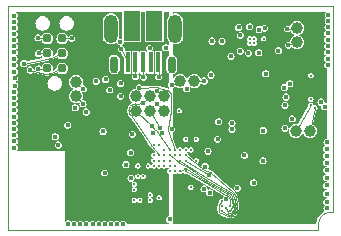
<source format=gbr>
%TF.GenerationSoftware,KiCad,Pcbnew,7.0.7*%
%TF.CreationDate,2024-01-11T19:31:21-08:00*%
%TF.ProjectId,beeper-design,62656570-6572-42d6-9465-7369676e2e6b,rev?*%
%TF.SameCoordinates,Original*%
%TF.FileFunction,Copper,L4,Bot*%
%TF.FilePolarity,Positive*%
%FSLAX46Y46*%
G04 Gerber Fmt 4.6, Leading zero omitted, Abs format (unit mm)*
G04 Created by KiCad (PCBNEW 7.0.7) date 2024-01-11 19:31:21*
%MOMM*%
%LPD*%
G01*
G04 APERTURE LIST*
%TA.AperFunction,SMDPad,CuDef*%
%ADD10C,1.000000*%
%TD*%
%TA.AperFunction,SMDPad,CuDef*%
%ADD11C,0.787000*%
%TD*%
%TA.AperFunction,SMDPad,CuDef*%
%ADD12R,0.400000X1.750000*%
%TD*%
%TA.AperFunction,ComponentPad*%
%ADD13O,0.730000X1.460000*%
%TD*%
%TA.AperFunction,ComponentPad*%
%ADD14O,1.200000X2.400000*%
%TD*%
%TA.AperFunction,SMDPad,CuDef*%
%ADD15R,1.425000X2.500000*%
%TD*%
%TA.AperFunction,ViaPad*%
%ADD16C,0.400000*%
%TD*%
%TA.AperFunction,ViaPad*%
%ADD17C,0.250000*%
%TD*%
%TA.AperFunction,Conductor*%
%ADD18C,0.075000*%
%TD*%
%TA.AperFunction,Profile*%
%ADD19C,0.050000*%
%TD*%
G04 APERTURE END LIST*
D10*
%TO.P,TP1,p*%
%TO.N,OUT+*%
X131476243Y-106170330D03*
%TD*%
%TO.P,TP2,p*%
%TO.N,OUT-*%
X131476243Y-104967130D03*
%TD*%
D11*
%TO.P,J1,2*%
%TO.N,mcu_dbg-m33_swdio*%
X130301393Y-103815525D03*
%TO.P,J1,4*%
%TO.N,mcu_dbg-m33_swdclk*%
X130301393Y-102545525D03*
%TO.P,J1,6*%
%TO.N,mcu_mcu-uart_tx*%
X130301393Y-101275525D03*
%TO.P,J1,1*%
%TO.N,VDD1P8*%
X129031393Y-103815525D03*
%TO.P,J1,3*%
%TO.N,mcu_mcu-uart_rx*%
X129031393Y-102545525D03*
%TO.P,J1,5*%
%TO.N,GND*%
X129031393Y-101275525D03*
%TD*%
D10*
%TO.P,TP6,p*%
%TO.N,mcu_mcu-etm_data0*%
X137743750Y-106182238D03*
%TD*%
%TO.P,TP5,p*%
%TO.N,mcu_mcu-etm_clk*%
X136540550Y-106182238D03*
%TD*%
%TO.P,TP8,p*%
%TO.N,mcu_mcu-etm_data2*%
X138946950Y-107385438D03*
%TD*%
%TO.P,TP7,p*%
%TO.N,mcu_mcu-etm_data1*%
X137743750Y-107385438D03*
%TD*%
%TO.P,TP9,p*%
%TO.N,mcu_mcu-etm_data3*%
X136540550Y-107385438D03*
%TD*%
%TO.P,TP10,p*%
%TO.N,GND*%
X138946950Y-106182238D03*
%TD*%
%TO.P,TP4,p*%
%TO.N,SP_N*%
X151282998Y-109099930D03*
%TD*%
%TO.P,TP3,p*%
%TO.N,SP_P*%
X150079798Y-109099930D03*
%TD*%
D12*
%TO.P,J6,1*%
%TO.N,VBUS*%
X135844176Y-103280414D03*
%TO.P,J6,2*%
%TO.N,D-*%
X136494176Y-103280414D03*
%TO.P,J6,3*%
%TO.N,D+*%
X137144176Y-103280414D03*
%TO.P,J6,4*%
%TO.N,ID*%
X137794176Y-103280414D03*
%TO.P,J6,5*%
%TO.N,GND*%
X138444176Y-103280414D03*
D13*
%TO.P,J6,6*%
%TO.N,SHIELD*%
X134719176Y-103485414D03*
%TO.P,J6,7*%
X139569176Y-103485414D03*
D14*
%TO.P,J6,8*%
X134419176Y-100455414D03*
%TO.P,J6,9*%
X139869176Y-100455414D03*
D15*
%TO.P,J6,13*%
X136181676Y-100205414D03*
%TO.P,J6,14*%
X138106676Y-100205414D03*
%TD*%
D10*
%TO.P,TP14,p*%
%TO.N,AC2*%
X150181923Y-100385172D03*
%TD*%
%TO.P,TP13,p*%
%TO.N,cap_p1*%
X150181923Y-101588372D03*
%TD*%
%TO.P,TP12,p*%
%TO.N,GND*%
X141485612Y-104881951D03*
%TD*%
%TO.P,TP11,p*%
%TO.N,VBAT*%
X140282412Y-104881951D03*
%TD*%
D16*
%TO.N,codec-i2c-net_scl*%
X149104000Y-105433494D03*
D17*
%TO.N,mcu_mcu-wpwr1_gpio*%
X140305165Y-111160086D03*
D16*
X143822917Y-101514832D03*
D17*
%TO.N,CLAMP1*%
X146563236Y-101699687D03*
D16*
X147538753Y-104259505D03*
D17*
%TO.N,mcu_mcu-mem_sdio1*%
X143812568Y-115468836D03*
D16*
%TO.N,SHIELD*%
X136142594Y-99172710D03*
X137871349Y-99172710D03*
D17*
%TO.N,mcu_mcu-etm_data0*%
X138505165Y-111160086D03*
D16*
X137135702Y-106775555D03*
%TO.N,VBAT*%
X139561513Y-105189671D03*
D17*
%TO.N,mcu_mcu-mem_sdio2*%
X140305165Y-111610086D03*
X143812568Y-115868836D03*
D16*
%TO.N,codec-i2c-net_sda*%
X142405550Y-112118891D03*
X147306899Y-111638234D03*
%TO.N,VBUS*%
X135307597Y-102163983D03*
%TO.N,mcu_hap-gpio1_gpio*%
X134334368Y-105632680D03*
D17*
X138055165Y-111610086D03*
D16*
%TO.N,OUT+*%
X132066160Y-106806138D03*
D17*
%TO.N,mcu_mcu-mem_sck*%
X144512568Y-115868836D03*
X140305165Y-112510086D03*
%TO.N,mcu_mcu-mem_cs*%
X140755165Y-111160086D03*
X143812568Y-115068836D03*
%TO.N,mcu_mcu-mem_sdio0*%
X144162568Y-115668836D03*
X139405165Y-111160086D03*
D16*
%TO.N,mcu_hap-i2c_scl*%
X133976982Y-104745882D03*
D17*
X137605165Y-112060086D03*
D16*
%TO.N,mcu_mcu-button2_gpio*%
X142694670Y-112843262D03*
D17*
X140755165Y-111610086D03*
D16*
%TO.N,CLAMP2*%
X146170132Y-100282418D03*
D17*
X146563236Y-101299687D03*
%TO.N,mcu_mcu-wpwr0_gpio*%
X140305165Y-110710086D03*
D16*
X144600759Y-102778021D03*
D17*
%TO.N,mcu_mcu-etm_data2*%
X138955165Y-111160086D03*
D16*
X138331450Y-106815731D03*
X136249569Y-109365791D03*
D17*
%TO.N,SP_P*%
X151354476Y-106915097D03*
D16*
%TO.N,mcu_dbg-m33_swdclk*%
X127049008Y-103397477D03*
%TO.N,D-*%
X136498775Y-104496893D03*
X142800540Y-114330652D03*
%TO.N,nAD-EN*%
X145376382Y-102351168D03*
D17*
X146163236Y-101699687D03*
D16*
X139076222Y-102054708D03*
%TO.N,QVAR1*%
X130784824Y-109115470D03*
%TO.N,mcu_dbg-m33_swdio*%
X127590593Y-103948199D03*
X136132564Y-113110803D03*
D17*
%TO.N,SP_N*%
X151694476Y-107165097D03*
D16*
%TO.N,GND*%
X142992066Y-101488315D03*
D17*
X151354476Y-104415097D03*
D16*
X126240526Y-108423762D03*
X152711911Y-111192564D03*
X138465131Y-104529666D03*
X126259751Y-103538415D03*
X148605548Y-102305725D03*
X129713698Y-109601468D03*
X126259751Y-104094665D03*
D17*
X138505165Y-110260086D03*
X136705165Y-112060086D03*
X140218368Y-107384999D03*
X139405165Y-111610086D03*
D16*
X142329149Y-104880616D03*
X133897649Y-117005688D03*
D17*
X141191434Y-113867717D03*
X136407665Y-113617586D03*
D16*
X126253026Y-109467512D03*
X152778498Y-102986930D03*
X152711911Y-111784766D03*
D17*
X138505165Y-114760086D03*
D16*
X152772248Y-102455680D03*
D17*
X136705165Y-112960086D03*
D16*
X133890953Y-112656040D03*
X134419031Y-117022690D03*
D17*
X136407665Y-114967586D03*
X137155165Y-112960086D03*
D16*
X146498655Y-113498351D03*
D17*
X138955165Y-112060086D03*
D16*
X152834748Y-99255680D03*
X126246776Y-108942512D03*
X133387602Y-117000021D03*
D17*
X139405165Y-112510086D03*
D16*
X152815998Y-99780680D03*
X149165106Y-106915827D03*
X144168737Y-114869371D03*
D17*
X136857665Y-114967586D03*
D16*
X132354230Y-117002334D03*
X152790998Y-100843180D03*
D17*
X139855165Y-112510086D03*
D16*
X152772248Y-101911930D03*
X131841349Y-117005168D03*
D17*
X141655165Y-109810086D03*
X138055165Y-110260086D03*
D16*
X132872778Y-117002334D03*
D17*
X138505165Y-111610086D03*
D16*
X152803498Y-100311930D03*
X152703073Y-110618040D03*
D17*
X137757665Y-114517586D03*
D16*
X126240526Y-109992512D03*
X126246776Y-107905012D03*
X126244945Y-99856584D03*
X135461795Y-117005688D03*
X126253501Y-101950915D03*
D17*
X141655165Y-111610086D03*
D16*
X152720750Y-110052354D03*
X142647398Y-110810142D03*
X126253026Y-105798762D03*
X126258203Y-100373656D03*
X152694234Y-113720471D03*
X152711911Y-115125845D03*
X126253501Y-100894665D03*
X128251091Y-101228437D03*
D17*
X137757665Y-114967586D03*
D16*
X152694234Y-114409900D03*
X134934746Y-117017023D03*
X152772248Y-103511930D03*
D17*
X139405165Y-112060086D03*
D16*
X147316827Y-109072434D03*
X152703073Y-113075236D03*
X126272251Y-104650915D03*
X149161034Y-108872389D03*
D17*
X139855165Y-112060086D03*
D16*
X126247251Y-103000915D03*
X135697203Y-111949233D03*
D17*
X136407665Y-114067586D03*
D16*
X131401879Y-107139540D03*
X138348657Y-105724581D03*
X152729402Y-115643825D03*
X126280462Y-105271625D03*
D17*
X138955165Y-111610086D03*
D16*
X126240526Y-107373762D03*
X152772248Y-101368180D03*
X126249365Y-99335093D03*
X126253501Y-102450915D03*
X126240526Y-110517512D03*
X126253501Y-101432165D03*
X126246776Y-106317512D03*
X135228775Y-101572145D03*
X131325197Y-117003876D03*
D17*
X151354476Y-106415097D03*
D16*
X126246776Y-106836262D03*
X140846657Y-105538118D03*
X152711911Y-112421162D03*
X130804246Y-116979832D03*
D17*
%TO.N,mcu_hap-gpio0_gpio*%
X138055165Y-111160086D03*
D16*
%TO.N,VDD1P8*%
X135253660Y-106168638D03*
X149575571Y-105108471D03*
X146978728Y-100521254D03*
X135245811Y-105084379D03*
D17*
X141205165Y-110710086D03*
D16*
X130773738Y-108610382D03*
X152205282Y-106653960D03*
X145126723Y-113950183D03*
X133173574Y-104909491D03*
X137705469Y-102089296D03*
X145736583Y-111169977D03*
X129970343Y-110296899D03*
X149243195Y-106235422D03*
X133758692Y-109149897D03*
X146953008Y-102478299D03*
D17*
X140755165Y-109810086D03*
D16*
X144681473Y-108944675D03*
X128286276Y-103832108D03*
X144672634Y-108471798D03*
%TO.N,mcu_mcu-etm_data3*%
X137906777Y-108725171D03*
D17*
X139405165Y-110710086D03*
D16*
%TO.N,AC2*%
X149361022Y-100462983D03*
%TO.N,QVAR2*%
X141115303Y-116773148D03*
%TO.N,FOD*%
X145395132Y-101008981D03*
D17*
X146163236Y-101299687D03*
D16*
%TO.N,LX*%
X143543940Y-108319721D03*
D17*
%TO.N,mcu_mcu-mem_sdio3*%
X140755165Y-112510086D03*
X144512568Y-115468836D03*
D16*
%TO.N,mcu_mcu-uart_tx*%
X131099595Y-101264852D03*
D17*
X138055165Y-112060086D03*
D16*
%TO.N,cap_p1*%
X149451016Y-101838435D03*
D17*
%TO.N,mcu_mcu-etm_clk*%
X139855165Y-110710086D03*
D16*
X136813812Y-105468849D03*
D17*
%TO.N,mcu_mcu-uart_rx*%
X138505165Y-112060086D03*
D16*
X128307419Y-102542244D03*
%TO.N,VDD_IO*%
X152536167Y-107037869D03*
X149775319Y-108083497D03*
%TO.N,OUT-*%
X132078660Y-105549888D03*
D17*
%TO.N,RECT*%
X147363236Y-101299687D03*
D16*
X147432192Y-100388488D03*
%TO.N,board-io_rgb_r*%
X139570173Y-108951200D03*
X142899067Y-104366671D03*
%TO.N,mcu_q-spi_sdi*%
X132328370Y-107500892D03*
X136085542Y-110946589D03*
%TO.N,mcu_hap-i2c_sda*%
X137982440Y-109241617D03*
X138776380Y-109309812D03*
%TO.N,mcu_mcu-wpwr2_gpio*%
X146062497Y-102528897D03*
D17*
X140755165Y-110710086D03*
D16*
%TO.N,D+*%
X142306465Y-114008336D03*
X137170614Y-104537859D03*
%TO.N,mcu_mcu-wpwr3_gpio*%
X145245596Y-100348780D03*
D17*
X139855165Y-111160086D03*
D16*
%TO.N,mcu_mcu-etm_data1*%
X138610093Y-108833959D03*
D17*
X138955165Y-110710086D03*
D16*
%TO.N,V14RF*%
X143452612Y-109789874D03*
X139386679Y-116595891D03*
%TD*%
D18*
%TO.N,mcu_mcu-etm_data0*%
X137743750Y-106182238D02*
X137135702Y-106775555D01*
X137135702Y-106775555D02*
X136538892Y-106785452D01*
X136538892Y-106785460D02*
G75*
G03*
X136521041Y-106787359I1608J-99940D01*
G01*
X136521041Y-106787359D02*
X136329699Y-106825419D01*
X136329700Y-106825423D02*
G75*
G03*
X136293651Y-106840351I19500J-98077D01*
G01*
X136293651Y-106840351D02*
X136131440Y-106948737D01*
X136131442Y-106948740D02*
G75*
G03*
X136103850Y-106976327I55558J-83160D01*
G01*
X136103850Y-106976327D02*
X135995463Y-107138539D01*
X135995466Y-107138541D02*
G75*
G03*
X135980532Y-107174587I83134J-55559D01*
G01*
X135980532Y-107174587D02*
X135942471Y-107365929D01*
X135942457Y-107365926D02*
G75*
G03*
X135942472Y-107404947I98143J-19474D01*
G01*
X135942471Y-107404947D02*
X135980532Y-107596289D01*
X135980538Y-107596288D02*
G75*
G03*
X135995463Y-107632337I98062J19488D01*
G01*
X135995463Y-107632337D02*
X136103850Y-107794548D01*
X136103851Y-107794547D02*
G75*
G03*
X136104383Y-107795337I113649J75947D01*
G01*
X136104382Y-107795338D02*
X137884162Y-110404821D01*
X137884161Y-110404821D02*
G75*
G03*
X137889562Y-110412017I82139J56021D01*
G01*
X137889561Y-110412017D02*
X138505165Y-111160086D01*
%TO.N,VBAT*%
X140282412Y-104881951D02*
X139561513Y-105189671D01*
%TO.N,mcu_mcu-mem_sdio2*%
X143812568Y-115868836D02*
X144342213Y-116187780D01*
X144342207Y-116187790D02*
G75*
G03*
X144418399Y-116217257I122493J203490D01*
G01*
X144418399Y-116217258D02*
X144466234Y-116226773D01*
X144466234Y-116226772D02*
G75*
G03*
X144558902Y-116226772I46334J232962D01*
G01*
X144558902Y-116226773D02*
X144606737Y-116217258D01*
X144606736Y-116217255D02*
G75*
G03*
X144692351Y-116181795I-46336J232955D01*
G01*
X144692351Y-116181795D02*
X144732904Y-116154699D01*
X144732893Y-116154683D02*
G75*
G03*
X144798430Y-116089173I-131893J197483D01*
G01*
X144798430Y-116089173D02*
X144825527Y-116048620D01*
X144825527Y-116048620D02*
G75*
G03*
X144851079Y-115998312I-197427J131920D01*
G01*
X144851080Y-115998312D02*
X144980201Y-115645578D01*
X144980198Y-115645577D02*
G75*
G03*
X144995846Y-115589831I-351998J128877D01*
G01*
X144995847Y-115589831D02*
X145005362Y-115541995D01*
X145005347Y-115541992D02*
G75*
G03*
X145005361Y-115395678I-367747J73192D01*
G01*
X145005362Y-115395678D02*
X144995847Y-115347842D01*
X144995846Y-115347842D02*
G75*
G03*
X144994806Y-115342795I-357046J-70958D01*
G01*
X144994807Y-115342795D02*
X144854744Y-114685953D01*
X144854730Y-114685956D02*
G75*
G03*
X144779640Y-114508105I-501230J-106844D01*
G01*
X144779641Y-114508104D02*
X144736286Y-114443220D01*
X144736284Y-114443221D02*
G75*
G03*
X144594887Y-114301822I-426084J-284679D01*
G01*
X144594888Y-114301821D02*
X144530003Y-114258467D01*
X144530001Y-114258470D02*
G75*
G03*
X144503217Y-114241739I-284101J-425030D01*
G01*
X144503217Y-114241739D02*
X142567802Y-113114449D01*
X142562762Y-113111307D02*
G75*
G03*
X142567802Y-113114449I55238J83007D01*
G01*
X142562761Y-113111308D02*
X140305165Y-111610086D01*
%TO.N,VBUS*%
X135844176Y-103280414D02*
X135307597Y-102163983D01*
%TO.N,OUT+*%
X131476243Y-106170330D02*
X132066160Y-106806138D01*
%TO.N,mcu_mcu-mem_sck*%
X144512568Y-115868836D02*
X144711142Y-115572315D01*
X144711144Y-115572316D02*
G75*
G03*
X144726130Y-115536181I-83044J55616D01*
G01*
X144726131Y-115536181D02*
X144735646Y-115488345D01*
X144735632Y-115488342D02*
G75*
G03*
X144735646Y-115449327I-98032J19542D01*
G01*
X144735646Y-115449327D02*
X144726131Y-115401492D01*
X144726131Y-115401492D02*
G75*
G03*
X144725853Y-115400146I-94531J-18808D01*
G01*
X144725854Y-115400146D02*
X144585791Y-114743304D01*
X144585777Y-114743307D02*
G75*
G03*
X144550986Y-114660887I-232277J-49493D01*
G01*
X144550987Y-114660886D02*
X144507632Y-114596002D01*
X144507630Y-114596003D02*
G75*
G03*
X144442106Y-114530476I-197530J-131997D01*
G01*
X144442106Y-114530475D02*
X144377221Y-114487121D01*
X144377221Y-114487121D02*
G75*
G03*
X144364808Y-114479370I-131121J-196179D01*
G01*
X144364808Y-114479369D02*
X142429394Y-113352079D01*
X142410926Y-113340591D02*
G75*
G03*
X142429394Y-113352078I207174J312491D01*
G01*
X142410926Y-113340592D02*
X140858255Y-112311253D01*
X140858255Y-112311253D02*
G75*
G03*
X140822509Y-112296522I-55255J-83347D01*
G01*
X140822509Y-112296522D02*
X140774674Y-112287007D01*
X140774674Y-112287008D02*
G75*
G03*
X140735656Y-112287008I-19509J-98102D01*
G01*
X140735656Y-112287007D02*
X140687820Y-112296522D01*
X140687822Y-112296532D02*
G75*
G03*
X140657558Y-112307867I19478J-98068D01*
G01*
X140657558Y-112307867D02*
X140305165Y-112510086D01*
%TO.N,mcu_mcu-mem_cs*%
X140755165Y-111160086D02*
X141503234Y-111775690D01*
X141503234Y-111775690D02*
G75*
G03*
X141504038Y-111776345I47666J57790D01*
G01*
X141504038Y-111776345D02*
X142201390Y-112338183D01*
X142201392Y-112338180D02*
G75*
G03*
X142208572Y-112343458I62708J77780D01*
G01*
X142208572Y-112343459D02*
X142273456Y-112386814D01*
X142273457Y-112386812D02*
G75*
G03*
X142297967Y-112398724I55543J83112D01*
G01*
X142297967Y-112398725D02*
X142802253Y-112563427D01*
X142826763Y-112575339D02*
G75*
G03*
X142802253Y-112563428I-55563J-83161D01*
G01*
X142826763Y-112575339D02*
X142891648Y-112618693D01*
X142902068Y-112626693D02*
G75*
G03*
X142891648Y-112618693I-65868J-75007D01*
G01*
X142902068Y-112626694D02*
X144739011Y-114239497D01*
X144850613Y-114366829D02*
G75*
G03*
X144739010Y-114239498I-540513J-361171D01*
G01*
X144850613Y-114366829D02*
X144893968Y-114431713D01*
X144989206Y-114657280D02*
G75*
G03*
X144893967Y-114431714I-635706J-135520D01*
G01*
X144989220Y-114657277D02*
X145129284Y-115314120D01*
X145130705Y-115321017D02*
G75*
G03*
X145129283Y-115314120I-516605J-102883D01*
G01*
X145130705Y-115321017D02*
X145140220Y-115368853D01*
X145140205Y-115568817D02*
G75*
G03*
X145140219Y-115368853I-502605J100017D01*
G01*
X145140220Y-115568820D02*
X145130705Y-115616656D01*
X145109327Y-115692846D02*
G75*
G03*
X145130705Y-115616656I-481327J176146D01*
G01*
X145109322Y-115692844D02*
X144980201Y-116045578D01*
X144939855Y-116125011D02*
G75*
G03*
X144980201Y-116045578I-311755J208311D01*
G01*
X144939854Y-116125011D02*
X144912757Y-116165564D01*
X144809284Y-116269010D02*
G75*
G03*
X144912757Y-116165564I-208284J311810D01*
G01*
X144809295Y-116269026D02*
X144768742Y-116296122D01*
X144633561Y-116352113D02*
G75*
G03*
X144768742Y-116296122I-73161J367813D01*
G01*
X144633562Y-116352116D02*
X144585727Y-116361631D01*
X144439409Y-116361630D02*
G75*
G03*
X144585727Y-116361630I73159J367822D01*
G01*
X144439409Y-116361631D02*
X144391574Y-116352116D01*
X144317411Y-116329172D02*
G75*
G03*
X144391574Y-116352115I147289J344772D01*
G01*
X144317411Y-116329171D02*
X143725447Y-116076281D01*
X143709172Y-116067473D02*
G75*
G03*
X143725447Y-116076281I55528J83173D01*
G01*
X143709175Y-116067468D02*
X143668623Y-116040372D01*
X143641033Y-116012782D02*
G75*
G03*
X143668624Y-116040371I83167J55582D01*
G01*
X143641033Y-116012782D02*
X143613936Y-115972229D01*
X143599017Y-115936178D02*
G75*
G03*
X143613937Y-115972229I98083J19478D01*
G01*
X143599004Y-115936181D02*
X143589489Y-115888345D01*
X143587560Y-115868836D02*
G75*
G03*
X143589490Y-115888345I99940J36D01*
G01*
X143587568Y-115868836D02*
X143587568Y-115468836D01*
X143589484Y-115449326D02*
G75*
G03*
X143587568Y-115468836I98016J-19474D01*
G01*
X143589489Y-115449327D02*
X143599004Y-115401492D01*
X143613992Y-115365356D02*
G75*
G03*
X143599005Y-115401492I83108J-55644D01*
G01*
X143613994Y-115365358D02*
X143812568Y-115068836D01*
%TO.N,mcu_mcu-mem_sdio0*%
X144162568Y-115668836D02*
X144307493Y-115961097D01*
X144307496Y-115961096D02*
G75*
G03*
X144313937Y-115972229I89404J44296D01*
G01*
X144313936Y-115972229D02*
X144341033Y-116012782D01*
X144341033Y-116012782D02*
G75*
G03*
X144368624Y-116040371I83167J55582D01*
G01*
X144368623Y-116040372D02*
X144409175Y-116067468D01*
X144409167Y-116067480D02*
G75*
G03*
X144445223Y-116082399I55533J83180D01*
G01*
X144445223Y-116082400D02*
X144493059Y-116091915D01*
X144493059Y-116091914D02*
G75*
G03*
X144532077Y-116091914I19509J98102D01*
G01*
X144532077Y-116091915D02*
X144579912Y-116082400D01*
X144579911Y-116082397D02*
G75*
G03*
X144615960Y-116067468I-19511J98097D01*
G01*
X144615960Y-116067468D02*
X144656513Y-116040372D01*
X144656517Y-116040379D02*
G75*
G03*
X144684103Y-116012782I-55617J83179D01*
G01*
X144684103Y-116012782D02*
X144711200Y-115972229D01*
X144711210Y-115972235D02*
G75*
G03*
X144721959Y-115951047I-83210J55535D01*
G01*
X144721959Y-115951047D02*
X144851080Y-115598312D01*
X144851081Y-115598312D02*
G75*
G03*
X144860988Y-115563006I-222981J81612D01*
G01*
X144860989Y-115563006D02*
X144870504Y-115515170D01*
X144870490Y-115515167D02*
G75*
G03*
X144870504Y-115422502I-232890J46367D01*
G01*
X144870504Y-115422502D02*
X144860989Y-115374667D01*
X144860989Y-115374667D02*
G75*
G03*
X144860331Y-115371471I-255989J-51033D01*
G01*
X144860331Y-115371471D02*
X144720267Y-114714628D01*
X144720253Y-114714631D02*
G75*
G03*
X144665313Y-114584496I-366753J-78169D01*
G01*
X144665314Y-114584495D02*
X144621959Y-114519611D01*
X144621957Y-114519612D02*
G75*
G03*
X144518496Y-114416149I-311757J-208288D01*
G01*
X144518497Y-114416148D02*
X144453612Y-114372794D01*
X144453612Y-114372793D02*
G75*
G03*
X144434013Y-114360554I-208212J-311607D01*
G01*
X144434013Y-114360554D02*
X142498598Y-113233264D01*
X142486903Y-113225988D02*
G75*
G03*
X142498598Y-113233263I131397J198188D01*
G01*
X142486902Y-113225989D02*
X140934231Y-112196650D01*
X140934232Y-112196649D02*
G75*
G03*
X140913719Y-112184488I-131032J-197651D01*
G01*
X140913719Y-112184488D02*
X140210711Y-111814040D01*
X140201774Y-111808715D02*
G75*
G03*
X140210711Y-111814039I55626J83215D01*
G01*
X140201772Y-111808718D02*
X140161219Y-111781621D01*
X140153233Y-111775692D02*
G75*
G03*
X140161219Y-111781620I63567J77292D01*
G01*
X140153234Y-111775690D02*
X139405165Y-111160086D01*
%TO.N,mcu_mcu-button2_gpio*%
X140755165Y-111610086D02*
X142694670Y-112843262D01*
%TO.N,mcu_mcu-etm_data2*%
X138946950Y-107385438D02*
X138331450Y-106815731D01*
%TO.N,SP_P*%
X150079798Y-109099930D02*
X151354476Y-106915097D01*
%TO.N,mcu_dbg-m33_swdclk*%
X130301393Y-102545525D02*
X129220837Y-103001213D01*
X129201486Y-103007141D02*
G75*
G03*
X129220837Y-103001212I-19486J98141D01*
G01*
X129201488Y-103007150D02*
X129050902Y-103037103D01*
X129049109Y-103037442D02*
G75*
G03*
X129050902Y-103037102I-17509J97342D01*
G01*
X129049109Y-103037443D02*
X127049008Y-103397477D01*
%TO.N,D-*%
X136494176Y-103280414D02*
X136498775Y-104496893D01*
%TO.N,mcu_dbg-m33_swdio*%
X130301393Y-103815525D02*
X129220837Y-104271213D01*
X129201486Y-104277141D02*
G75*
G03*
X129220837Y-104271212I-19486J98141D01*
G01*
X129201488Y-104277150D02*
X129050902Y-104307103D01*
X129011884Y-104307102D02*
G75*
G03*
X129050902Y-104307102I19509J98050D01*
G01*
X129011884Y-104307103D02*
X128861298Y-104277150D01*
X128857315Y-104276272D02*
G75*
G03*
X128861298Y-104277149I23285J96272D01*
G01*
X128857315Y-104276273D02*
X128186247Y-104114086D01*
X128182902Y-104113217D02*
G75*
G03*
X128186247Y-104114086I27698J99717D01*
G01*
X128182902Y-104113216D02*
X127590593Y-103948199D01*
%TO.N,SP_N*%
X151282998Y-109099930D02*
X151694476Y-107165097D01*
%TO.N,GND*%
X138946950Y-106182238D02*
X138348657Y-105724581D01*
X129031393Y-101275525D02*
X128251091Y-101228437D01*
X141485612Y-104881951D02*
X142329149Y-104880616D01*
X138444176Y-103280414D02*
X138465131Y-104529666D01*
%TO.N,VDD1P8*%
X129031393Y-103815525D02*
X128286276Y-103832108D01*
%TO.N,mcu_mcu-etm_data3*%
X136540550Y-107385438D02*
X137906777Y-108725171D01*
X139405165Y-110710086D02*
X138205039Y-109041798D01*
X138205040Y-109041797D02*
G75*
G03*
X138196510Y-109031478I-81040J-58303D01*
G01*
X138196510Y-109031478D02*
X137906777Y-108725171D01*
%TO.N,AC2*%
X149361022Y-100462983D02*
X150181923Y-100385172D01*
%TO.N,mcu_mcu-mem_sdio3*%
X140755165Y-112510086D02*
X142354890Y-113467764D01*
X142354890Y-113467764D02*
G75*
G03*
X142360189Y-113470894I265010J442664D01*
G01*
X142360189Y-113470894D02*
X144295604Y-114598184D01*
X144300829Y-114601451D02*
G75*
G03*
X144295604Y-114598184I-56229J-84149D01*
G01*
X144300831Y-114601448D02*
X144365715Y-114644802D01*
X144393303Y-114672393D02*
G75*
G03*
X144365715Y-114644803I-83203J-55607D01*
G01*
X144393305Y-114672392D02*
X144436660Y-114737277D01*
X144451577Y-114773328D02*
G75*
G03*
X144436659Y-114737278I-98077J-19472D01*
G01*
X144451591Y-114773325D02*
X144466815Y-114849862D01*
X144468474Y-114862122D02*
G75*
G03*
X144466815Y-114849862I-99874J-7278D01*
G01*
X144468474Y-114862122D02*
X144512568Y-115468836D01*
%TO.N,mcu_mcu-uart_tx*%
X130301393Y-101275525D02*
X131099595Y-101264852D01*
%TO.N,cap_p1*%
X150181923Y-101588372D02*
X149451016Y-101838435D01*
%TO.N,mcu_mcu-etm_clk*%
X136540550Y-106182238D02*
X136813812Y-105468849D01*
X136813812Y-105468849D02*
X138345772Y-105424622D01*
X138368169Y-105426493D02*
G75*
G03*
X138345772Y-105424623I-19469J-98107D01*
G01*
X138368167Y-105426502D02*
X138444703Y-105441726D01*
X138449731Y-105442865D02*
G75*
G03*
X138444703Y-105441727I-24831J-98035D01*
G01*
X138449732Y-105442862D02*
X139162829Y-105623355D01*
X139193851Y-105637149D02*
G75*
G03*
X139162829Y-105623355I-55551J-83151D01*
G01*
X139193849Y-105637151D02*
X139356060Y-105745537D01*
X139383652Y-105773126D02*
G75*
G03*
X139356059Y-105745538I-83152J-55574D01*
G01*
X139383650Y-105773127D02*
X139492037Y-105935339D01*
X139506971Y-105971387D02*
G75*
G03*
X139492036Y-105935340I-98071J-19513D01*
G01*
X139506968Y-105971387D02*
X139545029Y-106162729D01*
X139546944Y-106182238D02*
G75*
G03*
X139545029Y-106162729I-99944J38D01*
G01*
X139546950Y-106182238D02*
X139546950Y-107385438D01*
X139545383Y-107403037D02*
G75*
G03*
X139546950Y-107385438I-98483J17637D01*
G01*
X139545389Y-107403038D02*
X139271734Y-108933599D01*
X139271736Y-108933599D02*
G75*
G03*
X139272096Y-108970709I98464J-17601D01*
G01*
X139272095Y-108970709D02*
X139287319Y-109047245D01*
X139287315Y-109047246D02*
G75*
G03*
X139290780Y-109060101I98085J19546D01*
G01*
X139290779Y-109060101D02*
X139855165Y-110710086D01*
%TO.N,mcu_mcu-uart_rx*%
X129031393Y-102545525D02*
X128307419Y-102542244D01*
%TO.N,OUT-*%
X131476243Y-104967130D02*
X132078660Y-105549888D01*
%TO.N,D+*%
X137144176Y-103280414D02*
X137170614Y-104537859D01*
%TO.N,mcu_mcu-etm_data1*%
X137743750Y-107385438D02*
X138610093Y-108833959D01*
%TD*%
%TA.AperFunction,Conductor*%
%TO.N,QVAR1*%
G36*
X135364575Y-99004101D02*
G01*
X135368676Y-99014000D01*
X135368676Y-101283284D01*
X135364575Y-101293183D01*
X135354676Y-101297284D01*
X135349888Y-101296440D01*
X135281762Y-101271645D01*
X135281761Y-101271645D01*
X135175789Y-101271645D01*
X135175787Y-101271645D01*
X135100747Y-101298957D01*
X135090042Y-101298489D01*
X135082803Y-101290589D01*
X135082868Y-101280837D01*
X135104316Y-101224286D01*
X135119676Y-101097786D01*
X135119676Y-99813042D01*
X135104316Y-99686542D01*
X135104315Y-99686539D01*
X135104315Y-99686537D01*
X135043994Y-99527485D01*
X135043994Y-99527484D01*
X134947359Y-99387485D01*
X134947358Y-99387484D01*
X134947357Y-99387482D01*
X134820031Y-99274682D01*
X134820022Y-99274676D01*
X134669399Y-99195622D01*
X134504234Y-99154914D01*
X134504232Y-99154914D01*
X134334120Y-99154914D01*
X134334117Y-99154914D01*
X134168952Y-99195622D01*
X134018329Y-99274676D01*
X134018320Y-99274682D01*
X133890994Y-99387482D01*
X133890993Y-99387484D01*
X133794357Y-99527485D01*
X133734036Y-99686537D01*
X133734036Y-99686539D01*
X133718676Y-99813036D01*
X133718676Y-101097791D01*
X133734036Y-101224288D01*
X133734036Y-101224290D01*
X133794357Y-101383342D01*
X133794358Y-101383344D01*
X133850937Y-101465312D01*
X133890993Y-101523343D01*
X133890994Y-101523345D01*
X134018320Y-101636145D01*
X134018322Y-101636146D01*
X134018324Y-101636148D01*
X134018326Y-101636149D01*
X134018329Y-101636151D01*
X134168952Y-101715205D01*
X134291677Y-101745452D01*
X134334120Y-101755914D01*
X134504232Y-101755914D01*
X134586816Y-101735558D01*
X134669399Y-101715205D01*
X134743131Y-101676507D01*
X134820028Y-101636148D01*
X134900674Y-101564700D01*
X134910803Y-101561206D01*
X134920437Y-101565896D01*
X134923745Y-101572749D01*
X134942040Y-101676507D01*
X134995024Y-101768280D01*
X134995026Y-101768282D01*
X134995027Y-101768283D01*
X135076207Y-101836401D01*
X135150616Y-101863483D01*
X135166466Y-101869252D01*
X135174366Y-101876491D01*
X135174834Y-101887196D01*
X135167595Y-101895096D01*
X135166467Y-101895564D01*
X135155028Y-101899727D01*
X135073846Y-101967847D01*
X135020862Y-102059620D01*
X135002461Y-102163980D01*
X135002461Y-102163985D01*
X135020862Y-102268345D01*
X135073846Y-102360118D01*
X135073848Y-102360120D01*
X135073849Y-102360121D01*
X135155029Y-102428239D01*
X135254611Y-102464483D01*
X135290108Y-102464483D01*
X135300007Y-102468584D01*
X135302725Y-102472416D01*
X135542294Y-102970875D01*
X135543676Y-102976940D01*
X135543676Y-104165310D01*
X135548059Y-104187348D01*
X135549507Y-104194627D01*
X135571719Y-104227871D01*
X135604963Y-104250083D01*
X135634277Y-104255914D01*
X136054074Y-104255913D01*
X136083389Y-104250083D01*
X136116633Y-104227871D01*
X136138845Y-104194627D01*
X136144676Y-104165313D01*
X136144675Y-102395516D01*
X136138845Y-102366201D01*
X136116633Y-102332957D01*
X136083389Y-102310745D01*
X136083388Y-102310744D01*
X136083387Y-102310744D01*
X136061352Y-102306361D01*
X136054075Y-102304914D01*
X136054074Y-102304914D01*
X135634279Y-102304914D01*
X135604962Y-102310745D01*
X135604961Y-102310745D01*
X135597722Y-102315582D01*
X135587213Y-102317672D01*
X135578304Y-102311718D01*
X135576214Y-102301209D01*
X135577821Y-102296941D01*
X135584465Y-102285434D01*
X135594331Y-102268346D01*
X135606221Y-102200915D01*
X135612733Y-102163985D01*
X135612733Y-102163980D01*
X135599564Y-102089298D01*
X137400333Y-102089298D01*
X137418734Y-102193658D01*
X137471718Y-102285431D01*
X137471720Y-102285433D01*
X137471721Y-102285434D01*
X137494937Y-102304914D01*
X137514489Y-102321320D01*
X137519437Y-102330825D01*
X137517131Y-102339823D01*
X137499506Y-102366201D01*
X137493676Y-102395515D01*
X137493676Y-104165310D01*
X137498059Y-104187348D01*
X137499507Y-104194627D01*
X137521719Y-104227871D01*
X137554963Y-104250083D01*
X137584277Y-104255914D01*
X138004074Y-104255913D01*
X138033389Y-104250083D01*
X138066633Y-104227871D01*
X138088845Y-104194627D01*
X138094676Y-104165313D01*
X138094676Y-104165310D01*
X138143676Y-104165310D01*
X138148059Y-104187348D01*
X138149507Y-104194627D01*
X138171719Y-104227871D01*
X138204963Y-104250083D01*
X138234277Y-104255914D01*
X138285416Y-104255913D01*
X138295314Y-104260013D01*
X138299415Y-104269913D01*
X138295315Y-104279812D01*
X138294414Y-104280637D01*
X138231383Y-104333527D01*
X138231381Y-104333530D01*
X138178396Y-104425303D01*
X138159995Y-104529663D01*
X138159995Y-104529668D01*
X138178396Y-104634028D01*
X138231380Y-104725801D01*
X138231382Y-104725803D01*
X138231383Y-104725804D01*
X138312563Y-104793922D01*
X138412145Y-104830166D01*
X138412146Y-104830166D01*
X138518116Y-104830166D01*
X138518117Y-104830166D01*
X138617699Y-104793922D01*
X138698879Y-104725804D01*
X138706067Y-104713355D01*
X138741756Y-104651538D01*
X138751865Y-104634029D01*
X138765976Y-104554001D01*
X138770267Y-104529668D01*
X138770267Y-104529663D01*
X138751865Y-104425303D01*
X138698881Y-104333530D01*
X138698877Y-104333527D01*
X138635846Y-104280637D01*
X138630899Y-104271133D01*
X138634121Y-104260914D01*
X138643626Y-104255966D01*
X138644846Y-104255913D01*
X138654073Y-104255913D01*
X138654074Y-104255913D01*
X138683389Y-104250083D01*
X138716633Y-104227871D01*
X138738845Y-104194627D01*
X138744676Y-104165313D01*
X138744675Y-102395516D01*
X138738845Y-102366201D01*
X138716633Y-102332957D01*
X138683389Y-102310745D01*
X138683388Y-102310744D01*
X138683387Y-102310744D01*
X138661352Y-102306361D01*
X138654075Y-102304914D01*
X138654074Y-102304914D01*
X138234279Y-102304914D01*
X138204963Y-102310745D01*
X138171719Y-102332957D01*
X138149506Y-102366202D01*
X138143676Y-102395515D01*
X138143676Y-104165310D01*
X138094676Y-104165310D01*
X138094675Y-102395516D01*
X138088845Y-102366201D01*
X138066633Y-102332957D01*
X138033389Y-102310745D01*
X138033388Y-102310744D01*
X138033387Y-102310744D01*
X138004075Y-102304914D01*
X137952219Y-102304914D01*
X137942320Y-102300813D01*
X137938219Y-102290914D01*
X137940095Y-102283914D01*
X137973092Y-102226760D01*
X137992203Y-102193659D01*
X138000421Y-102147050D01*
X138010605Y-102089298D01*
X138010605Y-102089293D01*
X137992203Y-101984933D01*
X137939219Y-101893160D01*
X137935042Y-101889655D01*
X137858037Y-101825040D01*
X137808246Y-101806918D01*
X137758456Y-101788796D01*
X137758455Y-101788796D01*
X137652483Y-101788796D01*
X137652481Y-101788796D01*
X137552901Y-101825040D01*
X137471718Y-101893160D01*
X137418734Y-101984933D01*
X137400333Y-102089293D01*
X137400333Y-102089298D01*
X135599564Y-102089298D01*
X135594331Y-102059620D01*
X135541347Y-101967847D01*
X135541345Y-101967845D01*
X135460165Y-101899727D01*
X135421224Y-101885554D01*
X135369905Y-101866875D01*
X135362005Y-101859636D01*
X135361537Y-101848931D01*
X135368776Y-101841031D01*
X135369893Y-101840568D01*
X135381343Y-101836401D01*
X135462523Y-101768283D01*
X135470320Y-101754779D01*
X135506830Y-101691540D01*
X135515509Y-101676508D01*
X135524009Y-101628300D01*
X135533911Y-101572147D01*
X135533911Y-101570920D01*
X135534263Y-101570920D01*
X135536261Y-101561888D01*
X135545296Y-101556127D01*
X135547733Y-101555913D01*
X136904073Y-101555913D01*
X136904074Y-101555913D01*
X136933389Y-101550083D01*
X136966633Y-101527871D01*
X136988845Y-101494627D01*
X136994676Y-101465313D01*
X136994675Y-99013999D01*
X136998776Y-99004101D01*
X137008675Y-99000000D01*
X137279676Y-99000000D01*
X137289575Y-99004101D01*
X137293676Y-99014000D01*
X137293676Y-101465310D01*
X137293677Y-101465313D01*
X137299507Y-101494627D01*
X137321719Y-101527871D01*
X137354963Y-101550083D01*
X137384277Y-101555914D01*
X138829074Y-101555913D01*
X138858389Y-101550083D01*
X138891633Y-101527871D01*
X138913845Y-101494627D01*
X138919676Y-101465313D01*
X138919675Y-99013999D01*
X138923776Y-99004101D01*
X138933675Y-99000000D01*
X139336000Y-99000000D01*
X139345899Y-99004101D01*
X139350000Y-99014000D01*
X139350000Y-99373204D01*
X139345899Y-99383103D01*
X139345285Y-99383682D01*
X139340992Y-99387485D01*
X139244357Y-99527485D01*
X139184036Y-99686537D01*
X139184036Y-99686539D01*
X139168676Y-99813036D01*
X139168676Y-101097791D01*
X139184036Y-101224288D01*
X139184036Y-101224290D01*
X139244357Y-101383342D01*
X139244358Y-101383344D01*
X139272816Y-101424572D01*
X139340991Y-101523341D01*
X139340992Y-101523342D01*
X139340993Y-101523343D01*
X139345283Y-101527144D01*
X139349974Y-101536775D01*
X139350000Y-101537622D01*
X139350000Y-101875655D01*
X139345899Y-101885554D01*
X139336000Y-101889655D01*
X139326101Y-101885554D01*
X139323876Y-101882655D01*
X139309972Y-101858572D01*
X139309970Y-101858570D01*
X139228790Y-101790452D01*
X139171292Y-101769525D01*
X139129209Y-101754208D01*
X139129208Y-101754208D01*
X139023236Y-101754208D01*
X139023234Y-101754208D01*
X138923654Y-101790452D01*
X138842471Y-101858572D01*
X138789487Y-101950345D01*
X138771086Y-102054705D01*
X138771086Y-102054710D01*
X138789487Y-102159070D01*
X138842471Y-102250843D01*
X138842473Y-102250845D01*
X138842474Y-102250846D01*
X138923654Y-102318964D01*
X139023236Y-102355208D01*
X139023237Y-102355208D01*
X139129207Y-102355208D01*
X139129208Y-102355208D01*
X139228790Y-102318964D01*
X139309970Y-102250846D01*
X139323875Y-102226760D01*
X139332376Y-102220237D01*
X139343000Y-102221636D01*
X139349523Y-102230136D01*
X139350000Y-102233760D01*
X139350000Y-102696821D01*
X139345899Y-102706720D01*
X139341115Y-102709853D01*
X139333798Y-102712725D01*
X139224086Y-102800216D01*
X139224084Y-102800218D01*
X139145040Y-102916156D01*
X139145037Y-102916161D01*
X139103676Y-103050252D01*
X139103676Y-103885298D01*
X139119332Y-103989173D01*
X139156314Y-104065966D01*
X139180217Y-104115601D01*
X139226340Y-104165310D01*
X139275663Y-104218468D01*
X139308238Y-104237274D01*
X139343001Y-104257344D01*
X139349523Y-104265843D01*
X139350000Y-104269467D01*
X139350000Y-104968347D01*
X139345899Y-104978246D01*
X139344999Y-104979071D01*
X139327765Y-104993532D01*
X139327763Y-104993535D01*
X139274778Y-105085308D01*
X139256377Y-105189668D01*
X139256377Y-105189673D01*
X139274778Y-105294033D01*
X139327762Y-105385806D01*
X139327764Y-105385808D01*
X139327765Y-105385809D01*
X139344999Y-105400270D01*
X139349947Y-105409774D01*
X139350000Y-105410994D01*
X139350000Y-105549324D01*
X139345899Y-105559223D01*
X139336000Y-105563324D01*
X139328222Y-105560965D01*
X139310800Y-105549324D01*
X139297991Y-105540765D01*
X139297978Y-105540754D01*
X139296699Y-105539899D01*
X139278824Y-105527957D01*
X139274912Y-105525343D01*
X139274908Y-105525338D01*
X139274908Y-105525340D01*
X139259147Y-105514803D01*
X139258969Y-105514691D01*
X139255413Y-105512315D01*
X139253071Y-105511520D01*
X139251167Y-105510712D01*
X139235160Y-105502476D01*
X139235159Y-105502475D01*
X139235156Y-105502474D01*
X139226760Y-105499298D01*
X139218344Y-105496115D01*
X139216471Y-105495243D01*
X139214303Y-105494032D01*
X139210087Y-105492964D01*
X139209909Y-105492914D01*
X139196679Y-105489571D01*
X139192272Y-105488455D01*
X138493537Y-105311597D01*
X138490785Y-105310583D01*
X138489443Y-105309922D01*
X138489441Y-105309921D01*
X138477818Y-105307609D01*
X138477467Y-105307529D01*
X138465983Y-105304623D01*
X138465982Y-105304623D01*
X138464515Y-105304642D01*
X138461587Y-105304373D01*
X138455663Y-105303190D01*
X138439431Y-105299949D01*
X138439214Y-105299930D01*
X138427565Y-105297613D01*
X138427435Y-105297571D01*
X138400439Y-105292214D01*
X138400419Y-105292201D01*
X138386266Y-105289394D01*
X138386176Y-105289380D01*
X138382043Y-105288558D01*
X138377269Y-105287608D01*
X138374866Y-105287765D01*
X138372273Y-105287693D01*
X138368530Y-105287240D01*
X138368529Y-105287240D01*
X138368521Y-105287239D01*
X138365566Y-105287103D01*
X138364869Y-105287071D01*
X138362282Y-105286708D01*
X138359947Y-105286154D01*
X138350756Y-105286420D01*
X138350693Y-105286420D01*
X138344832Y-105286591D01*
X137085060Y-105322959D01*
X137075046Y-105319146D01*
X137072536Y-105315971D01*
X137047560Y-105272711D01*
X136966380Y-105204593D01*
X136916588Y-105186471D01*
X136866799Y-105168349D01*
X136866798Y-105168349D01*
X136760826Y-105168349D01*
X136760824Y-105168349D01*
X136661244Y-105204593D01*
X136580061Y-105272713D01*
X136527077Y-105364486D01*
X136508676Y-105468846D01*
X136508676Y-105468851D01*
X136525419Y-105563811D01*
X136523100Y-105574272D01*
X136514063Y-105580029D01*
X136513459Y-105580122D01*
X136417433Y-105592764D01*
X136383788Y-105597194D01*
X136383787Y-105597194D01*
X136237708Y-105657702D01*
X136237706Y-105657703D01*
X136112268Y-105753956D01*
X136016015Y-105879394D01*
X136016014Y-105879396D01*
X135955506Y-106025475D01*
X135955506Y-106025477D01*
X135936436Y-106170330D01*
X135934868Y-106182238D01*
X135953938Y-106327092D01*
X135955506Y-106338998D01*
X135955506Y-106339000D01*
X136016014Y-106485079D01*
X136016015Y-106485081D01*
X136031789Y-106505638D01*
X136112268Y-106610520D01*
X136225682Y-106697545D01*
X136231039Y-106706825D01*
X136228266Y-106717175D01*
X136224937Y-106720292D01*
X136222393Y-106721992D01*
X136219155Y-106724156D01*
X136216991Y-106725602D01*
X136204538Y-106733921D01*
X136189523Y-106743952D01*
X136189506Y-106743967D01*
X136039666Y-106844087D01*
X136039664Y-106844089D01*
X136038252Y-106845698D01*
X136037606Y-106846342D01*
X136018357Y-106863220D01*
X136001435Y-106882510D01*
X136000793Y-106883154D01*
X135999203Y-106884550D01*
X135999195Y-106884559D01*
X135990161Y-106898080D01*
X135989463Y-106899125D01*
X135989116Y-106899645D01*
X135978281Y-106915856D01*
X135971170Y-106926496D01*
X135971164Y-106926507D01*
X135870627Y-107076974D01*
X135870624Y-107076980D01*
X135869938Y-107078999D01*
X135869589Y-107079842D01*
X135858266Y-107102799D01*
X135858259Y-107102816D01*
X135850013Y-107127103D01*
X135849663Y-107127946D01*
X135848728Y-107129843D01*
X135848728Y-107129844D01*
X135845185Y-107147656D01*
X135838736Y-107180061D01*
X135838735Y-107180079D01*
X135813556Y-107306654D01*
X135813514Y-107306789D01*
X135808198Y-107333584D01*
X135808178Y-107333615D01*
X135804033Y-107354498D01*
X135804000Y-107354693D01*
X135803578Y-107356822D01*
X135803578Y-107356823D01*
X135803709Y-107358833D01*
X135803709Y-107359745D01*
X135802033Y-107385484D01*
X135802033Y-107385488D01*
X135803715Y-107411028D01*
X135803715Y-107411944D01*
X135803577Y-107414048D01*
X135803578Y-107414052D01*
X135804033Y-107416339D01*
X135804055Y-107416469D01*
X135806156Y-107427014D01*
X135848727Y-107641029D01*
X135848728Y-107641030D01*
X135849675Y-107642950D01*
X135850026Y-107643798D01*
X135851279Y-107647489D01*
X135858250Y-107668035D01*
X135858252Y-107668039D01*
X135858253Y-107668042D01*
X135858255Y-107668045D01*
X135869595Y-107691049D01*
X135869945Y-107691894D01*
X135870625Y-107693897D01*
X135870626Y-107693898D01*
X135870627Y-107693901D01*
X135879627Y-107707370D01*
X135883225Y-107712755D01*
X135899212Y-107736687D01*
X135899229Y-107736706D01*
X135978761Y-107855733D01*
X135979205Y-107856498D01*
X135979236Y-107856561D01*
X135979515Y-107856975D01*
X135979956Y-107857726D01*
X135980139Y-107858089D01*
X135989818Y-107872280D01*
X135999198Y-107886319D01*
X135999240Y-107886366D01*
X135999782Y-107887071D01*
X136000059Y-107887483D01*
X136000330Y-107887789D01*
X136000861Y-107888472D01*
X137190355Y-109632488D01*
X137769162Y-110481125D01*
X137770339Y-110483216D01*
X137771459Y-110485678D01*
X137773642Y-110488331D01*
X137775984Y-110491178D01*
X137776361Y-110491680D01*
X137780391Y-110497588D01*
X137782456Y-110499365D01*
X137784133Y-110501080D01*
X138128389Y-110919412D01*
X138131513Y-110929662D01*
X138126475Y-110939118D01*
X138116225Y-110942242D01*
X138114848Y-110942039D01*
X138055165Y-110930168D01*
X137967180Y-110947668D01*
X137892588Y-110997509D01*
X137842747Y-111072101D01*
X137825247Y-111160085D01*
X137825247Y-111160086D01*
X137842747Y-111248070D01*
X137842747Y-111248071D01*
X137842748Y-111248072D01*
X137892588Y-111322663D01*
X137967179Y-111372503D01*
X137968326Y-111373269D01*
X137967974Y-111373794D01*
X137973910Y-111379738D01*
X137973902Y-111390453D01*
X137967975Y-111396379D01*
X137968326Y-111396903D01*
X137967179Y-111397668D01*
X137967179Y-111397669D01*
X137892588Y-111447509D01*
X137842747Y-111522101D01*
X137825247Y-111610085D01*
X137825247Y-111610086D01*
X137842747Y-111698070D01*
X137842747Y-111698071D01*
X137842748Y-111698072D01*
X137892588Y-111772663D01*
X137967179Y-111822503D01*
X137968326Y-111823269D01*
X137967972Y-111823798D01*
X137973900Y-111829711D01*
X137973913Y-111840426D01*
X137967976Y-111846381D01*
X137968325Y-111846903D01*
X137892588Y-111897509D01*
X137841982Y-111973247D01*
X137841456Y-111972895D01*
X137835513Y-111978831D01*
X137824798Y-111978823D01*
X137818871Y-111972896D01*
X137818348Y-111973247D01*
X137802304Y-111949235D01*
X137767742Y-111897509D01*
X137693151Y-111847669D01*
X137693150Y-111847668D01*
X137693149Y-111847668D01*
X137605165Y-111830168D01*
X137517180Y-111847668D01*
X137442588Y-111897509D01*
X137392747Y-111972101D01*
X137375247Y-112060085D01*
X137375247Y-112060086D01*
X137392747Y-112148070D01*
X137392747Y-112148071D01*
X137392748Y-112148072D01*
X137442588Y-112222663D01*
X137517179Y-112272503D01*
X137605165Y-112290004D01*
X137693151Y-112272503D01*
X137767742Y-112222663D01*
X137817582Y-112148072D01*
X137817582Y-112148071D01*
X137818348Y-112146925D01*
X137818874Y-112147276D01*
X137824806Y-112141344D01*
X137835522Y-112141343D01*
X137841456Y-112147276D01*
X137841982Y-112146925D01*
X137842747Y-112148071D01*
X137842748Y-112148072D01*
X137892588Y-112222663D01*
X137967179Y-112272503D01*
X138055165Y-112290004D01*
X138143151Y-112272503D01*
X138217742Y-112222663D01*
X138267582Y-112148072D01*
X138267582Y-112148071D01*
X138268348Y-112146925D01*
X138268874Y-112147276D01*
X138274806Y-112141344D01*
X138285522Y-112141343D01*
X138291456Y-112147276D01*
X138291982Y-112146925D01*
X138292747Y-112148071D01*
X138292748Y-112148072D01*
X138342588Y-112222663D01*
X138417179Y-112272503D01*
X138423690Y-112273798D01*
X138505164Y-112290004D01*
X138505164Y-112290003D01*
X138505165Y-112290004D01*
X138593151Y-112272503D01*
X138667742Y-112222663D01*
X138717582Y-112148072D01*
X138717582Y-112148071D01*
X138718348Y-112146925D01*
X138718874Y-112147276D01*
X138724806Y-112141344D01*
X138735522Y-112141343D01*
X138741456Y-112147276D01*
X138741982Y-112146925D01*
X138742747Y-112148071D01*
X138742748Y-112148072D01*
X138792588Y-112222663D01*
X138867179Y-112272503D01*
X138873690Y-112273798D01*
X138955164Y-112290004D01*
X138955164Y-112290003D01*
X138955165Y-112290004D01*
X139043151Y-112272503D01*
X139117742Y-112222663D01*
X139167582Y-112148072D01*
X139167582Y-112148071D01*
X139168348Y-112146925D01*
X139168874Y-112147276D01*
X139174806Y-112141344D01*
X139185522Y-112141343D01*
X139191456Y-112147276D01*
X139191982Y-112146925D01*
X139192747Y-112148071D01*
X139192748Y-112148072D01*
X139242588Y-112222663D01*
X139317179Y-112272503D01*
X139318326Y-112273269D01*
X139317972Y-112273798D01*
X139323900Y-112279711D01*
X139323913Y-112290426D01*
X139317976Y-112296381D01*
X139318325Y-112296903D01*
X139242588Y-112347509D01*
X139192747Y-112422101D01*
X139175247Y-112510085D01*
X139175247Y-112510086D01*
X139192747Y-112598070D01*
X139192747Y-112598071D01*
X139192748Y-112598072D01*
X139242588Y-112672663D01*
X139317179Y-112722503D01*
X139338732Y-112726790D01*
X139347640Y-112732742D01*
X139350000Y-112740520D01*
X139350000Y-116281391D01*
X139345899Y-116291290D01*
X139336000Y-116295391D01*
X139333691Y-116295391D01*
X139234111Y-116331635D01*
X139152928Y-116399755D01*
X139099944Y-116491528D01*
X139081543Y-116595888D01*
X139081543Y-116595893D01*
X139099944Y-116700253D01*
X139152928Y-116792026D01*
X139152930Y-116792028D01*
X139152931Y-116792029D01*
X139234111Y-116860147D01*
X139333693Y-116896391D01*
X139333694Y-116896391D01*
X139336000Y-116896391D01*
X139345899Y-116900492D01*
X139350000Y-116910391D01*
X139350000Y-116986000D01*
X139345899Y-116995899D01*
X139336000Y-117000000D01*
X135777675Y-117000000D01*
X135767776Y-116995899D01*
X135763888Y-116988431D01*
X135748529Y-116901325D01*
X135695545Y-116809552D01*
X135695543Y-116809550D01*
X135614363Y-116741432D01*
X135561495Y-116722190D01*
X135514782Y-116705188D01*
X135514781Y-116705188D01*
X135408809Y-116705188D01*
X135408807Y-116705188D01*
X135309227Y-116741432D01*
X135228044Y-116809552D01*
X135207122Y-116845792D01*
X135198621Y-116852315D01*
X135187998Y-116850916D01*
X135182874Y-116845792D01*
X135168496Y-116820887D01*
X135168494Y-116820885D01*
X135087314Y-116752767D01*
X135037523Y-116734644D01*
X134987733Y-116716523D01*
X134987732Y-116716523D01*
X134881760Y-116716523D01*
X134881758Y-116716523D01*
X134782178Y-116752767D01*
X134700995Y-116820887D01*
X134687376Y-116844477D01*
X134678875Y-116851000D01*
X134668252Y-116849601D01*
X134663128Y-116844478D01*
X134652779Y-116826552D01*
X134571599Y-116758434D01*
X134509315Y-116735765D01*
X134472018Y-116722190D01*
X134472017Y-116722190D01*
X134366045Y-116722190D01*
X134366043Y-116722190D01*
X134266463Y-116758434D01*
X134185280Y-116826554D01*
X134175372Y-116843717D01*
X134166871Y-116850240D01*
X134156248Y-116848841D01*
X134151124Y-116843717D01*
X134131399Y-116809552D01*
X134131397Y-116809550D01*
X134050217Y-116741432D01*
X133997349Y-116722190D01*
X133950636Y-116705188D01*
X133950635Y-116705188D01*
X133844663Y-116705188D01*
X133844661Y-116705188D01*
X133745081Y-116741432D01*
X133663898Y-116809552D01*
X133656385Y-116822566D01*
X133647884Y-116829089D01*
X133637261Y-116827690D01*
X133632137Y-116822566D01*
X133621352Y-116803885D01*
X133621350Y-116803883D01*
X133540170Y-116735765D01*
X133484700Y-116715576D01*
X133440589Y-116699521D01*
X133440588Y-116699521D01*
X133334616Y-116699521D01*
X133334614Y-116699521D01*
X133235034Y-116735765D01*
X133153851Y-116803885D01*
X133141646Y-116825026D01*
X133133145Y-116831549D01*
X133122522Y-116830150D01*
X133117398Y-116825026D01*
X133106528Y-116806198D01*
X133106526Y-116806196D01*
X133025346Y-116738078D01*
X132963521Y-116715576D01*
X132925765Y-116701834D01*
X132925764Y-116701834D01*
X132819792Y-116701834D01*
X132819790Y-116701834D01*
X132720210Y-116738078D01*
X132639027Y-116806198D01*
X132625628Y-116829408D01*
X132617127Y-116835931D01*
X132606504Y-116834532D01*
X132601380Y-116829408D01*
X132587980Y-116806198D01*
X132587978Y-116806196D01*
X132506798Y-116738078D01*
X132444973Y-116715576D01*
X132407217Y-116701834D01*
X132407216Y-116701834D01*
X132301244Y-116701834D01*
X132301242Y-116701834D01*
X132201662Y-116738078D01*
X132120479Y-116806198D01*
X132109095Y-116825917D01*
X132100594Y-116832440D01*
X132089971Y-116831041D01*
X132084847Y-116825917D01*
X132075099Y-116809032D01*
X132075097Y-116809030D01*
X131993917Y-116740912D01*
X131944125Y-116722790D01*
X131894336Y-116704668D01*
X131894335Y-116704668D01*
X131788363Y-116704668D01*
X131788361Y-116704668D01*
X131688781Y-116740912D01*
X131607598Y-116809032D01*
X131595769Y-116829521D01*
X131587268Y-116836044D01*
X131576645Y-116834645D01*
X131571522Y-116829523D01*
X131558945Y-116807738D01*
X131477765Y-116739620D01*
X131383162Y-116705188D01*
X131378184Y-116703376D01*
X131378183Y-116703376D01*
X131272211Y-116703376D01*
X131272209Y-116703376D01*
X131172629Y-116739620D01*
X131091446Y-116807740D01*
X131083786Y-116821009D01*
X131075285Y-116827532D01*
X131064662Y-116826133D01*
X131059538Y-116821009D01*
X131037996Y-116783696D01*
X131007890Y-116758434D01*
X130956814Y-116715576D01*
X130907022Y-116697453D01*
X130857233Y-116679332D01*
X130857232Y-116679332D01*
X130751260Y-116679332D01*
X130751258Y-116679332D01*
X130651678Y-116715576D01*
X130570495Y-116783696D01*
X130526124Y-116860551D01*
X130517623Y-116867074D01*
X130507000Y-116865675D01*
X130500477Y-116857174D01*
X130500000Y-116853551D01*
X130500000Y-114967586D01*
X136177747Y-114967586D01*
X136195247Y-115055570D01*
X136195247Y-115055571D01*
X136195248Y-115055572D01*
X136245088Y-115130163D01*
X136319679Y-115180003D01*
X136407665Y-115197504D01*
X136495651Y-115180003D01*
X136570242Y-115130163D01*
X136620082Y-115055572D01*
X136620082Y-115055571D01*
X136620848Y-115054425D01*
X136621379Y-115054780D01*
X136627279Y-115048855D01*
X136637994Y-115048833D01*
X136643961Y-115054774D01*
X136644482Y-115054426D01*
X136645248Y-115055572D01*
X136695088Y-115130163D01*
X136769679Y-115180003D01*
X136813671Y-115188753D01*
X136857664Y-115197504D01*
X136857664Y-115197503D01*
X136857665Y-115197504D01*
X136945651Y-115180003D01*
X137020242Y-115130163D01*
X137070082Y-115055572D01*
X137087583Y-114967586D01*
X137527747Y-114967586D01*
X137545247Y-115055570D01*
X137545247Y-115055571D01*
X137545248Y-115055572D01*
X137595088Y-115130163D01*
X137669679Y-115180003D01*
X137713672Y-115188753D01*
X137757664Y-115197504D01*
X137757664Y-115197503D01*
X137757665Y-115197504D01*
X137845651Y-115180003D01*
X137920242Y-115130163D01*
X137970082Y-115055572D01*
X137987583Y-114967586D01*
X137970082Y-114879600D01*
X137920242Y-114805009D01*
X137853010Y-114760086D01*
X138275247Y-114760086D01*
X138292747Y-114848070D01*
X138292747Y-114848071D01*
X138292748Y-114848072D01*
X138342588Y-114922663D01*
X138417179Y-114972503D01*
X138505165Y-114990004D01*
X138593151Y-114972503D01*
X138667742Y-114922663D01*
X138717582Y-114848072D01*
X138735083Y-114760086D01*
X138733848Y-114753879D01*
X138719186Y-114680163D01*
X138717582Y-114672100D01*
X138667742Y-114597509D01*
X138593151Y-114547669D01*
X138593150Y-114547668D01*
X138593149Y-114547668D01*
X138505165Y-114530168D01*
X138417180Y-114547668D01*
X138342588Y-114597509D01*
X138292747Y-114672101D01*
X138275247Y-114760085D01*
X138275247Y-114760086D01*
X137853010Y-114760086D01*
X137845651Y-114755169D01*
X137845650Y-114755168D01*
X137844504Y-114754403D01*
X137844855Y-114753876D01*
X137838923Y-114747945D01*
X137838922Y-114737229D01*
X137844855Y-114731294D01*
X137844504Y-114730769D01*
X137845650Y-114730003D01*
X137845651Y-114730003D01*
X137920242Y-114680163D01*
X137970082Y-114605572D01*
X137987583Y-114517586D01*
X137970082Y-114429600D01*
X137920242Y-114355009D01*
X137845651Y-114305169D01*
X137845650Y-114305168D01*
X137845649Y-114305168D01*
X137757665Y-114287668D01*
X137669680Y-114305168D01*
X137595088Y-114355009D01*
X137545247Y-114429601D01*
X137527747Y-114517585D01*
X137527747Y-114517586D01*
X137545247Y-114605570D01*
X137545247Y-114605571D01*
X137545248Y-114605572D01*
X137595088Y-114680163D01*
X137669679Y-114730003D01*
X137670826Y-114730769D01*
X137670474Y-114731294D01*
X137676410Y-114737238D01*
X137676402Y-114747953D01*
X137670475Y-114753879D01*
X137670826Y-114754403D01*
X137669679Y-114755168D01*
X137669679Y-114755169D01*
X137595087Y-114805009D01*
X137595088Y-114805009D01*
X137545247Y-114879601D01*
X137527747Y-114967585D01*
X137527747Y-114967586D01*
X137087583Y-114967586D01*
X137070082Y-114879600D01*
X137020242Y-114805009D01*
X136945651Y-114755169D01*
X136945650Y-114755168D01*
X136945649Y-114755168D01*
X136857665Y-114737668D01*
X136769680Y-114755168D01*
X136762320Y-114760086D01*
X136695088Y-114805009D01*
X136666315Y-114848072D01*
X136644482Y-114880747D01*
X136643956Y-114880395D01*
X136638013Y-114886331D01*
X136627298Y-114886323D01*
X136621371Y-114880396D01*
X136620848Y-114880747D01*
X136620082Y-114879600D01*
X136570242Y-114805009D01*
X136495651Y-114755169D01*
X136495650Y-114755168D01*
X136495649Y-114755168D01*
X136407665Y-114737668D01*
X136319680Y-114755168D01*
X136245088Y-114805009D01*
X136195247Y-114879601D01*
X136177747Y-114967585D01*
X136177747Y-114967586D01*
X130500000Y-114967586D01*
X130500000Y-114067586D01*
X136177747Y-114067586D01*
X136195247Y-114155570D01*
X136195247Y-114155571D01*
X136195248Y-114155572D01*
X136245088Y-114230163D01*
X136319679Y-114280003D01*
X136407665Y-114297504D01*
X136495651Y-114280003D01*
X136570242Y-114230163D01*
X136620082Y-114155572D01*
X136637583Y-114067586D01*
X136620082Y-113979600D01*
X136570242Y-113905009D01*
X136495651Y-113855169D01*
X136495650Y-113855168D01*
X136494504Y-113854403D01*
X136494855Y-113853876D01*
X136488923Y-113847945D01*
X136488922Y-113837229D01*
X136494855Y-113831294D01*
X136494504Y-113830769D01*
X136495650Y-113830003D01*
X136495651Y-113830003D01*
X136570242Y-113780163D01*
X136620082Y-113705572D01*
X136637583Y-113617586D01*
X136620082Y-113529600D01*
X136570242Y-113455009D01*
X136495651Y-113405169D01*
X136495650Y-113405168D01*
X136495649Y-113405168D01*
X136407665Y-113387668D01*
X136319680Y-113405168D01*
X136245088Y-113455009D01*
X136195247Y-113529601D01*
X136177747Y-113617585D01*
X136177747Y-113617586D01*
X136195247Y-113705570D01*
X136195247Y-113705571D01*
X136195248Y-113705572D01*
X136245088Y-113780163D01*
X136319679Y-113830003D01*
X136320826Y-113830769D01*
X136320474Y-113831294D01*
X136326410Y-113837238D01*
X136326402Y-113847953D01*
X136320475Y-113853879D01*
X136320826Y-113854403D01*
X136319679Y-113855168D01*
X136319679Y-113855169D01*
X136245088Y-113905009D01*
X136195247Y-113979601D01*
X136177747Y-114067585D01*
X136177747Y-114067586D01*
X130500000Y-114067586D01*
X130500000Y-113110805D01*
X135827428Y-113110805D01*
X135845829Y-113215165D01*
X135898813Y-113306938D01*
X135898815Y-113306940D01*
X135898816Y-113306941D01*
X135979996Y-113375059D01*
X136079578Y-113411303D01*
X136079579Y-113411303D01*
X136185549Y-113411303D01*
X136185550Y-113411303D01*
X136285132Y-113375059D01*
X136366312Y-113306941D01*
X136419298Y-113215166D01*
X136437700Y-113110803D01*
X136437700Y-113110800D01*
X136419298Y-113006440D01*
X136392536Y-112960086D01*
X136475247Y-112960086D01*
X136492747Y-113048070D01*
X136492747Y-113048071D01*
X136492748Y-113048072D01*
X136542588Y-113122663D01*
X136617179Y-113172503D01*
X136705165Y-113190004D01*
X136793151Y-113172503D01*
X136867742Y-113122663D01*
X136917582Y-113048072D01*
X136917582Y-113048071D01*
X136918348Y-113046925D01*
X136918874Y-113047276D01*
X136924806Y-113041344D01*
X136935522Y-113041343D01*
X136941456Y-113047276D01*
X136941982Y-113046925D01*
X136942747Y-113048071D01*
X136942748Y-113048072D01*
X136992588Y-113122663D01*
X137067179Y-113172503D01*
X137155165Y-113190004D01*
X137243151Y-113172503D01*
X137317742Y-113122663D01*
X137367582Y-113048072D01*
X137385083Y-112960086D01*
X137384377Y-112956539D01*
X137367582Y-112872101D01*
X137367582Y-112872100D01*
X137317742Y-112797509D01*
X137243151Y-112747669D01*
X137243150Y-112747668D01*
X137243149Y-112747668D01*
X137155165Y-112730168D01*
X137067180Y-112747668D01*
X137048121Y-112760403D01*
X136992588Y-112797509D01*
X136956060Y-112852178D01*
X136941982Y-112873247D01*
X136941456Y-112872895D01*
X136935513Y-112878831D01*
X136924798Y-112878823D01*
X136918871Y-112872896D01*
X136918348Y-112873247D01*
X136917582Y-112872100D01*
X136867742Y-112797509D01*
X136793151Y-112747669D01*
X136793150Y-112747668D01*
X136793149Y-112747668D01*
X136705165Y-112730168D01*
X136617180Y-112747668D01*
X136542588Y-112797509D01*
X136492747Y-112872101D01*
X136475247Y-112960085D01*
X136475247Y-112960086D01*
X136392536Y-112960086D01*
X136366314Y-112914667D01*
X136366312Y-112914665D01*
X136285132Y-112846547D01*
X136235340Y-112828424D01*
X136185551Y-112810303D01*
X136185550Y-112810303D01*
X136079578Y-112810303D01*
X136079576Y-112810303D01*
X135979996Y-112846547D01*
X135898813Y-112914667D01*
X135845829Y-113006440D01*
X135827428Y-113110800D01*
X135827428Y-113110805D01*
X130500000Y-113110805D01*
X130500000Y-112656042D01*
X133585817Y-112656042D01*
X133604218Y-112760402D01*
X133657202Y-112852175D01*
X133657204Y-112852177D01*
X133657205Y-112852178D01*
X133738385Y-112920296D01*
X133837967Y-112956540D01*
X133837968Y-112956540D01*
X133943938Y-112956540D01*
X133943939Y-112956540D01*
X134043521Y-112920296D01*
X134124701Y-112852178D01*
X134177687Y-112760403D01*
X134196089Y-112656040D01*
X134196089Y-112656037D01*
X134177687Y-112551677D01*
X134124703Y-112459904D01*
X134079650Y-112422100D01*
X134043521Y-112391784D01*
X133993730Y-112373662D01*
X133943940Y-112355540D01*
X133943939Y-112355540D01*
X133837967Y-112355540D01*
X133837965Y-112355540D01*
X133738385Y-112391784D01*
X133657202Y-112459904D01*
X133604218Y-112551677D01*
X133585817Y-112656037D01*
X133585817Y-112656042D01*
X130500000Y-112656042D01*
X130500000Y-111949235D01*
X135392067Y-111949235D01*
X135410468Y-112053595D01*
X135463452Y-112145368D01*
X135463454Y-112145370D01*
X135463455Y-112145371D01*
X135544635Y-112213489D01*
X135644217Y-112249733D01*
X135644218Y-112249733D01*
X135750188Y-112249733D01*
X135750189Y-112249733D01*
X135849771Y-112213489D01*
X135930951Y-112145371D01*
X135980190Y-112060086D01*
X136475247Y-112060086D01*
X136492747Y-112148070D01*
X136492747Y-112148071D01*
X136492748Y-112148072D01*
X136542588Y-112222663D01*
X136617179Y-112272503D01*
X136705165Y-112290004D01*
X136793151Y-112272503D01*
X136867742Y-112222663D01*
X136917582Y-112148072D01*
X136935083Y-112060086D01*
X136917582Y-111972100D01*
X136867742Y-111897509D01*
X136793151Y-111847669D01*
X136793150Y-111847668D01*
X136793149Y-111847668D01*
X136705165Y-111830168D01*
X136617180Y-111847668D01*
X136542588Y-111897509D01*
X136492747Y-111972101D01*
X136475247Y-112060085D01*
X136475247Y-112060086D01*
X135980190Y-112060086D01*
X135983937Y-112053596D01*
X135997120Y-111978831D01*
X136002339Y-111949235D01*
X136002339Y-111949230D01*
X135983937Y-111844870D01*
X135930953Y-111753097D01*
X135930951Y-111753095D01*
X135849771Y-111684977D01*
X135799980Y-111666855D01*
X135750190Y-111648733D01*
X135750189Y-111648733D01*
X135644217Y-111648733D01*
X135644215Y-111648733D01*
X135544635Y-111684977D01*
X135463452Y-111753097D01*
X135410468Y-111844870D01*
X135392067Y-111949230D01*
X135392067Y-111949235D01*
X130500000Y-111949235D01*
X130500000Y-110946591D01*
X135780406Y-110946591D01*
X135798807Y-111050951D01*
X135851791Y-111142724D01*
X135851793Y-111142726D01*
X135851794Y-111142727D01*
X135932974Y-111210845D01*
X136032556Y-111247089D01*
X136032557Y-111247089D01*
X136138527Y-111247089D01*
X136138528Y-111247089D01*
X136238110Y-111210845D01*
X136319290Y-111142727D01*
X136323544Y-111135360D01*
X136356180Y-111078831D01*
X136372276Y-111050952D01*
X136378410Y-111016164D01*
X136390678Y-110946591D01*
X136390678Y-110946586D01*
X136372276Y-110842226D01*
X136319292Y-110750453D01*
X136319290Y-110750451D01*
X136238110Y-110682333D01*
X136188319Y-110664211D01*
X136138529Y-110646089D01*
X136138528Y-110646089D01*
X136032556Y-110646089D01*
X136032554Y-110646089D01*
X135932974Y-110682333D01*
X135851791Y-110750453D01*
X135798807Y-110842226D01*
X135780406Y-110946586D01*
X135780406Y-110946591D01*
X130500000Y-110946591D01*
X130500000Y-110800000D01*
X126409831Y-110800000D01*
X126399932Y-110795899D01*
X126395831Y-110786000D01*
X126399932Y-110776101D01*
X126400832Y-110775275D01*
X126404809Y-110771938D01*
X126474274Y-110713650D01*
X126527260Y-110621875D01*
X126545662Y-110517512D01*
X126545662Y-110517509D01*
X126527260Y-110413149D01*
X126474276Y-110321376D01*
X126445108Y-110296901D01*
X129665207Y-110296901D01*
X129683608Y-110401261D01*
X129736592Y-110493034D01*
X129736594Y-110493036D01*
X129736595Y-110493037D01*
X129817775Y-110561155D01*
X129917357Y-110597399D01*
X129917358Y-110597399D01*
X130023328Y-110597399D01*
X130023329Y-110597399D01*
X130122911Y-110561155D01*
X130204091Y-110493037D01*
X130204875Y-110491680D01*
X130244721Y-110422663D01*
X130257077Y-110401262D01*
X130271163Y-110321376D01*
X130275479Y-110296901D01*
X130275479Y-110296896D01*
X130257077Y-110192536D01*
X130204093Y-110100763D01*
X130204091Y-110100761D01*
X130122911Y-110032643D01*
X130073120Y-110014520D01*
X130023330Y-109996399D01*
X130023329Y-109996399D01*
X129917357Y-109996399D01*
X129917355Y-109996399D01*
X129817775Y-110032643D01*
X129736592Y-110100763D01*
X129683608Y-110192536D01*
X129665207Y-110296896D01*
X129665207Y-110296901D01*
X126445108Y-110296901D01*
X126407967Y-110265736D01*
X126403019Y-110256231D01*
X126406241Y-110246012D01*
X126407957Y-110244295D01*
X126474274Y-110188650D01*
X126527260Y-110096875D01*
X126545662Y-109992512D01*
X126545662Y-109992509D01*
X126527260Y-109888149D01*
X126474276Y-109796376D01*
X126474274Y-109796374D01*
X126414216Y-109745979D01*
X126409269Y-109736476D01*
X126412491Y-109726257D01*
X126414207Y-109724540D01*
X126486774Y-109663650D01*
X126522673Y-109601470D01*
X129408562Y-109601470D01*
X129426963Y-109705830D01*
X129479947Y-109797603D01*
X129479949Y-109797605D01*
X129479950Y-109797606D01*
X129561130Y-109865724D01*
X129660712Y-109901968D01*
X129660713Y-109901968D01*
X129766683Y-109901968D01*
X129766684Y-109901968D01*
X129866266Y-109865724D01*
X129947446Y-109797606D01*
X129948158Y-109796374D01*
X129964243Y-109768511D01*
X130000432Y-109705831D01*
X130008968Y-109657422D01*
X130018834Y-109601470D01*
X130018834Y-109601465D01*
X130000432Y-109497105D01*
X129947448Y-109405332D01*
X129947446Y-109405330D01*
X129866266Y-109337212D01*
X129790989Y-109309814D01*
X129766685Y-109300968D01*
X129766684Y-109300968D01*
X129660712Y-109300968D01*
X129660710Y-109300968D01*
X129561130Y-109337212D01*
X129479947Y-109405332D01*
X129426963Y-109497105D01*
X129408562Y-109601465D01*
X129408562Y-109601470D01*
X126522673Y-109601470D01*
X126539760Y-109571875D01*
X126545893Y-109537087D01*
X126558162Y-109467514D01*
X126558162Y-109467509D01*
X126539760Y-109363149D01*
X126486776Y-109271376D01*
X126474920Y-109261428D01*
X126417341Y-109213113D01*
X126412394Y-109203609D01*
X126415616Y-109193390D01*
X126417334Y-109191671D01*
X126467118Y-109149899D01*
X133453556Y-109149899D01*
X133471957Y-109254259D01*
X133524941Y-109346032D01*
X133524943Y-109346034D01*
X133524944Y-109346035D01*
X133606124Y-109414153D01*
X133705706Y-109450397D01*
X133705707Y-109450397D01*
X133811677Y-109450397D01*
X133811678Y-109450397D01*
X133911260Y-109414153D01*
X133968893Y-109365793D01*
X135944433Y-109365793D01*
X135962834Y-109470153D01*
X136015818Y-109561926D01*
X136015820Y-109561928D01*
X136015821Y-109561929D01*
X136097001Y-109630047D01*
X136196583Y-109666291D01*
X136196584Y-109666291D01*
X136302554Y-109666291D01*
X136302555Y-109666291D01*
X136402137Y-109630047D01*
X136483317Y-109561929D01*
X136536303Y-109470154D01*
X136546174Y-109414174D01*
X136554705Y-109365793D01*
X136554705Y-109365788D01*
X136536303Y-109261428D01*
X136483319Y-109169655D01*
X136483317Y-109169653D01*
X136402137Y-109101535D01*
X136341515Y-109079471D01*
X136302556Y-109065291D01*
X136302555Y-109065291D01*
X136196583Y-109065291D01*
X136196581Y-109065291D01*
X136097001Y-109101535D01*
X136015818Y-109169655D01*
X135962834Y-109261428D01*
X135944433Y-109365788D01*
X135944433Y-109365793D01*
X133968893Y-109365793D01*
X133992440Y-109346035D01*
X133992473Y-109345979D01*
X134035545Y-109271374D01*
X134045426Y-109254260D01*
X134056616Y-109190800D01*
X134063828Y-109149899D01*
X134063828Y-109149894D01*
X134045426Y-109045534D01*
X133992442Y-108953761D01*
X133992144Y-108953511D01*
X133911260Y-108885641D01*
X133861468Y-108867519D01*
X133811679Y-108849397D01*
X133811678Y-108849397D01*
X133705706Y-108849397D01*
X133705704Y-108849397D01*
X133606124Y-108885641D01*
X133524941Y-108953761D01*
X133471957Y-109045534D01*
X133453556Y-109149894D01*
X133453556Y-109149899D01*
X126467118Y-109149899D01*
X126480524Y-109138650D01*
X126533510Y-109046875D01*
X126544107Y-108986776D01*
X126551912Y-108942514D01*
X126551912Y-108942509D01*
X126533510Y-108838149D01*
X126480526Y-108746376D01*
X126480524Y-108746374D01*
X126414815Y-108691238D01*
X126409868Y-108681734D01*
X126413090Y-108671515D01*
X126414811Y-108669793D01*
X126474274Y-108619900D01*
X126479768Y-108610384D01*
X130468602Y-108610384D01*
X130487003Y-108714744D01*
X130539987Y-108806517D01*
X130539989Y-108806519D01*
X130539990Y-108806520D01*
X130621170Y-108874638D01*
X130720752Y-108910882D01*
X130720753Y-108910882D01*
X130826723Y-108910882D01*
X130826724Y-108910882D01*
X130926306Y-108874638D01*
X131007486Y-108806520D01*
X131060472Y-108714745D01*
X131071765Y-108650700D01*
X131078874Y-108610384D01*
X131078874Y-108610379D01*
X131060472Y-108506019D01*
X131007488Y-108414246D01*
X131007486Y-108414244D01*
X130926306Y-108346126D01*
X130876515Y-108328004D01*
X130826725Y-108309882D01*
X130826724Y-108309882D01*
X130720752Y-108309882D01*
X130720750Y-108309882D01*
X130621170Y-108346126D01*
X130539987Y-108414246D01*
X130487003Y-108506019D01*
X130468602Y-108610379D01*
X130468602Y-108610384D01*
X126479768Y-108610384D01*
X126527260Y-108528125D01*
X126543479Y-108436144D01*
X126545662Y-108423764D01*
X126545662Y-108423759D01*
X126527260Y-108319399D01*
X126474276Y-108227626D01*
X126474274Y-108227624D01*
X126414815Y-108177732D01*
X126409868Y-108168229D01*
X126413090Y-108158010D01*
X126414811Y-108156288D01*
X126480524Y-108101150D01*
X126533510Y-108009375D01*
X126541446Y-107964368D01*
X126551912Y-107905014D01*
X126551912Y-107905009D01*
X126533510Y-107800649D01*
X126480526Y-107708876D01*
X126478731Y-107707370D01*
X126431866Y-107668045D01*
X126407369Y-107647489D01*
X126402421Y-107637984D01*
X126405643Y-107627765D01*
X126407363Y-107626044D01*
X126474274Y-107569900D01*
X126514114Y-107500894D01*
X132023234Y-107500894D01*
X132041635Y-107605254D01*
X132094619Y-107697027D01*
X132094621Y-107697029D01*
X132094622Y-107697030D01*
X132175802Y-107765148D01*
X132275384Y-107801392D01*
X132275385Y-107801392D01*
X132381355Y-107801392D01*
X132381356Y-107801392D01*
X132480938Y-107765148D01*
X132562118Y-107697030D01*
X132567171Y-107688279D01*
X132594450Y-107641029D01*
X132615104Y-107605255D01*
X132629807Y-107521872D01*
X132633506Y-107500894D01*
X132633506Y-107500889D01*
X132615104Y-107396529D01*
X132562120Y-107304756D01*
X132519983Y-107269399D01*
X132480938Y-107236636D01*
X132431146Y-107218513D01*
X132381357Y-107200392D01*
X132381356Y-107200392D01*
X132275384Y-107200392D01*
X132275382Y-107200392D01*
X132175802Y-107236636D01*
X132094619Y-107304756D01*
X132041635Y-107396529D01*
X132023234Y-107500889D01*
X132023234Y-107500894D01*
X126514114Y-107500894D01*
X126527260Y-107478125D01*
X126536272Y-107427014D01*
X126545662Y-107373764D01*
X126545662Y-107373759D01*
X126527260Y-107269399D01*
X126474276Y-107177626D01*
X126438559Y-107147656D01*
X126428889Y-107139542D01*
X131096743Y-107139542D01*
X131115144Y-107243902D01*
X131168128Y-107335675D01*
X131168130Y-107335677D01*
X131168131Y-107335678D01*
X131249311Y-107403796D01*
X131348893Y-107440040D01*
X131348894Y-107440040D01*
X131454864Y-107440040D01*
X131454865Y-107440040D01*
X131554447Y-107403796D01*
X131635627Y-107335678D01*
X131688613Y-107243903D01*
X131700137Y-107178549D01*
X131707015Y-107139542D01*
X131707015Y-107139537D01*
X131688613Y-107035177D01*
X131635629Y-106943404D01*
X131614696Y-106925839D01*
X131554447Y-106875284D01*
X131485844Y-106850315D01*
X131454866Y-106839040D01*
X131454865Y-106839040D01*
X131348893Y-106839040D01*
X131348891Y-106839040D01*
X131249311Y-106875284D01*
X131168128Y-106943404D01*
X131115144Y-107035177D01*
X131096743Y-107139537D01*
X131096743Y-107139542D01*
X126428889Y-107139542D01*
X126403643Y-107118358D01*
X126398696Y-107108854D01*
X126401918Y-107098635D01*
X126403638Y-107096914D01*
X126480524Y-107032400D01*
X126533510Y-106940625D01*
X126543757Y-106882510D01*
X126551912Y-106836264D01*
X126551912Y-106836259D01*
X126533510Y-106731899D01*
X126480526Y-106640126D01*
X126417941Y-106587611D01*
X126412993Y-106578106D01*
X126416215Y-106567887D01*
X126417930Y-106566171D01*
X126480524Y-106513650D01*
X126533510Y-106421875D01*
X126548123Y-106339000D01*
X126551912Y-106317514D01*
X126551912Y-106317509D01*
X126533510Y-106213149D01*
X126508790Y-106170332D01*
X130870561Y-106170332D01*
X130872129Y-106182240D01*
X130890090Y-106318672D01*
X130891199Y-106327090D01*
X130891199Y-106327092D01*
X130951707Y-106473171D01*
X130951708Y-106473173D01*
X130983925Y-106515158D01*
X131047961Y-106598612D01*
X131173402Y-106694866D01*
X131319481Y-106755374D01*
X131443568Y-106771710D01*
X131476241Y-106776012D01*
X131476243Y-106776012D01*
X131476245Y-106776012D01*
X131503282Y-106772452D01*
X131633005Y-106755374D01*
X131757191Y-106703934D01*
X131767906Y-106703934D01*
X131775482Y-106711510D01*
X131776335Y-106719299D01*
X131761024Y-106806135D01*
X131761024Y-106806140D01*
X131779425Y-106910500D01*
X131832409Y-107002273D01*
X131832411Y-107002275D01*
X131832412Y-107002276D01*
X131913592Y-107070394D01*
X132013174Y-107106638D01*
X132013175Y-107106638D01*
X132119145Y-107106638D01*
X132119146Y-107106638D01*
X132218728Y-107070394D01*
X132299908Y-107002276D01*
X132352894Y-106910501D01*
X132361231Y-106863220D01*
X132371296Y-106806140D01*
X132371296Y-106806135D01*
X132352894Y-106701775D01*
X132299910Y-106610002D01*
X132286335Y-106598611D01*
X132218728Y-106541882D01*
X132168937Y-106523760D01*
X132119147Y-106505638D01*
X132119146Y-106505638D01*
X132013174Y-106505638D01*
X132013173Y-106505638D01*
X132013167Y-106505639D01*
X132006541Y-106508050D01*
X131995836Y-106507581D01*
X131988599Y-106499680D01*
X131989068Y-106488975D01*
X131990645Y-106486377D01*
X132000779Y-106473171D01*
X132061287Y-106327092D01*
X132081925Y-106170330D01*
X132081702Y-106168640D01*
X134948524Y-106168640D01*
X134966925Y-106273000D01*
X135019909Y-106364773D01*
X135019911Y-106364775D01*
X135019912Y-106364776D01*
X135101092Y-106432894D01*
X135200674Y-106469138D01*
X135200675Y-106469138D01*
X135306645Y-106469138D01*
X135306646Y-106469138D01*
X135406228Y-106432894D01*
X135487408Y-106364776D01*
X135540394Y-106273001D01*
X135556398Y-106182238D01*
X135558796Y-106168640D01*
X135558796Y-106168635D01*
X135540394Y-106064275D01*
X135487410Y-105972502D01*
X135453986Y-105944456D01*
X135406228Y-105904382D01*
X135337578Y-105879396D01*
X135306647Y-105868138D01*
X135306646Y-105868138D01*
X135200674Y-105868138D01*
X135200672Y-105868138D01*
X135101092Y-105904382D01*
X135019909Y-105972502D01*
X134966925Y-106064275D01*
X134948524Y-106168635D01*
X134948524Y-106168640D01*
X132081702Y-106168640D01*
X132081702Y-106168638D01*
X132075480Y-106121374D01*
X132061287Y-106013568D01*
X132000779Y-105867489D01*
X132000778Y-105867488D01*
X132000428Y-105866642D01*
X132000735Y-105866514D01*
X131999488Y-105857057D01*
X132006010Y-105848555D01*
X132016633Y-105847154D01*
X132017797Y-105847521D01*
X132025674Y-105850388D01*
X132025675Y-105850388D01*
X132131645Y-105850388D01*
X132131646Y-105850388D01*
X132231228Y-105814144D01*
X132312408Y-105746026D01*
X132325915Y-105722632D01*
X132341034Y-105696444D01*
X132365394Y-105654251D01*
X132369197Y-105632682D01*
X134029232Y-105632682D01*
X134047633Y-105737042D01*
X134100617Y-105828815D01*
X134100619Y-105828817D01*
X134100620Y-105828818D01*
X134181800Y-105896936D01*
X134281382Y-105933180D01*
X134281383Y-105933180D01*
X134387353Y-105933180D01*
X134387354Y-105933180D01*
X134486936Y-105896936D01*
X134568116Y-105828818D01*
X134621102Y-105737043D01*
X134628687Y-105694024D01*
X134639504Y-105632682D01*
X134639504Y-105632677D01*
X134621102Y-105528317D01*
X134568118Y-105436544D01*
X134568116Y-105436542D01*
X134486936Y-105368424D01*
X134432562Y-105348634D01*
X134387355Y-105332180D01*
X134387354Y-105332180D01*
X134281382Y-105332180D01*
X134281380Y-105332180D01*
X134181800Y-105368424D01*
X134100617Y-105436544D01*
X134047633Y-105528317D01*
X134029232Y-105632677D01*
X134029232Y-105632682D01*
X132369197Y-105632682D01*
X132373295Y-105609440D01*
X132383796Y-105549890D01*
X132383796Y-105549885D01*
X132365394Y-105445525D01*
X132312410Y-105353752D01*
X132306311Y-105348634D01*
X132231228Y-105285632D01*
X132181436Y-105267510D01*
X132131647Y-105249388D01*
X132131646Y-105249388D01*
X132030256Y-105249388D01*
X132020357Y-105245287D01*
X132016256Y-105235388D01*
X132017322Y-105230030D01*
X132025172Y-105211079D01*
X132061287Y-105123892D01*
X132081925Y-104967130D01*
X132080716Y-104957949D01*
X132076433Y-104925415D01*
X132074337Y-104909493D01*
X132868438Y-104909493D01*
X132886839Y-105013853D01*
X132939823Y-105105626D01*
X132939825Y-105105628D01*
X132939826Y-105105629D01*
X133021006Y-105173747D01*
X133120588Y-105209991D01*
X133120589Y-105209991D01*
X133226559Y-105209991D01*
X133226560Y-105209991D01*
X133326142Y-105173747D01*
X133407322Y-105105629D01*
X133419590Y-105084381D01*
X134940675Y-105084381D01*
X134959076Y-105188741D01*
X135012060Y-105280514D01*
X135012062Y-105280516D01*
X135012063Y-105280517D01*
X135093243Y-105348635D01*
X135192825Y-105384879D01*
X135192826Y-105384879D01*
X135298796Y-105384879D01*
X135298797Y-105384879D01*
X135398379Y-105348635D01*
X135479559Y-105280517D01*
X135484695Y-105271622D01*
X135505614Y-105235388D01*
X135532545Y-105188742D01*
X135550745Y-105085525D01*
X135550947Y-105084381D01*
X135550947Y-105084376D01*
X135532545Y-104980016D01*
X135479561Y-104888243D01*
X135479559Y-104888241D01*
X135398379Y-104820123D01*
X135348587Y-104802000D01*
X135298798Y-104783879D01*
X135298797Y-104783879D01*
X135192825Y-104783879D01*
X135192823Y-104783879D01*
X135093243Y-104820123D01*
X135012060Y-104888243D01*
X134959076Y-104980016D01*
X134940675Y-105084376D01*
X134940675Y-105084381D01*
X133419590Y-105084381D01*
X133441528Y-105046382D01*
X133460308Y-105013854D01*
X133472081Y-104947087D01*
X133478710Y-104909493D01*
X133478710Y-104909488D01*
X133460308Y-104805128D01*
X133426104Y-104745884D01*
X133671846Y-104745884D01*
X133690247Y-104850244D01*
X133743231Y-104942017D01*
X133743233Y-104942019D01*
X133743234Y-104942020D01*
X133824414Y-105010138D01*
X133923996Y-105046382D01*
X133923997Y-105046382D01*
X134029967Y-105046382D01*
X134029968Y-105046382D01*
X134129550Y-105010138D01*
X134210730Y-104942020D01*
X134219590Y-104926675D01*
X134229509Y-104909493D01*
X134263716Y-104850245D01*
X134273647Y-104793922D01*
X134282118Y-104745884D01*
X134282118Y-104745879D01*
X134263716Y-104641519D01*
X134210732Y-104549746D01*
X134206926Y-104546552D01*
X134147747Y-104496895D01*
X136193639Y-104496895D01*
X136212040Y-104601255D01*
X136265024Y-104693028D01*
X136265026Y-104693030D01*
X136265027Y-104693031D01*
X136346207Y-104761149D01*
X136445789Y-104797393D01*
X136445790Y-104797393D01*
X136551760Y-104797393D01*
X136551761Y-104797393D01*
X136651343Y-104761149D01*
X136732523Y-104693031D01*
X136785509Y-104601256D01*
X136803911Y-104496893D01*
X136803911Y-104496890D01*
X136785509Y-104392530D01*
X136732525Y-104300757D01*
X136732521Y-104300754D01*
X136706229Y-104278692D01*
X136701282Y-104269188D01*
X136704504Y-104258969D01*
X136712497Y-104254237D01*
X136733389Y-104250083D01*
X136766633Y-104227871D01*
X136788845Y-104194627D01*
X136794676Y-104165313D01*
X136794676Y-104165310D01*
X136843676Y-104165310D01*
X136848059Y-104187348D01*
X136849507Y-104194627D01*
X136871719Y-104227871D01*
X136904963Y-104250083D01*
X136934277Y-104255914D01*
X137000662Y-104255913D01*
X137010561Y-104260013D01*
X137014662Y-104269913D01*
X137010562Y-104279812D01*
X137009661Y-104280638D01*
X136936863Y-104341723D01*
X136883879Y-104433496D01*
X136865478Y-104537856D01*
X136865478Y-104537861D01*
X136883879Y-104642221D01*
X136936863Y-104733994D01*
X136936865Y-104733996D01*
X136936866Y-104733997D01*
X137018046Y-104802115D01*
X137117628Y-104838359D01*
X137117629Y-104838359D01*
X137223599Y-104838359D01*
X137223600Y-104838359D01*
X137323182Y-104802115D01*
X137404362Y-104733997D01*
X137457348Y-104642222D01*
X137473654Y-104549746D01*
X137475750Y-104537861D01*
X137475750Y-104537856D01*
X137457348Y-104433496D01*
X137404364Y-104341723D01*
X137394596Y-104333527D01*
X137331565Y-104280637D01*
X137326618Y-104271133D01*
X137329840Y-104260914D01*
X137339345Y-104255966D01*
X137340565Y-104255913D01*
X137354073Y-104255913D01*
X137354074Y-104255913D01*
X137383389Y-104250083D01*
X137416633Y-104227871D01*
X137438845Y-104194627D01*
X137444676Y-104165313D01*
X137444675Y-102395516D01*
X137438845Y-102366201D01*
X137416633Y-102332957D01*
X137383389Y-102310745D01*
X137383388Y-102310744D01*
X137383387Y-102310744D01*
X137361352Y-102306361D01*
X137354075Y-102304914D01*
X137354074Y-102304914D01*
X136934279Y-102304914D01*
X136904963Y-102310745D01*
X136871719Y-102332957D01*
X136849506Y-102366202D01*
X136843676Y-102395515D01*
X136843676Y-104165310D01*
X136794676Y-104165310D01*
X136794675Y-102395516D01*
X136788845Y-102366201D01*
X136766633Y-102332957D01*
X136733389Y-102310745D01*
X136733388Y-102310744D01*
X136733387Y-102310744D01*
X136711352Y-102306361D01*
X136704075Y-102304914D01*
X136704074Y-102304914D01*
X136284279Y-102304914D01*
X136254963Y-102310745D01*
X136221719Y-102332957D01*
X136199506Y-102366202D01*
X136193676Y-102395515D01*
X136193676Y-104165310D01*
X136198059Y-104187348D01*
X136199507Y-104194627D01*
X136221719Y-104227871D01*
X136254963Y-104250083D01*
X136282779Y-104255616D01*
X136283287Y-104255717D01*
X136292197Y-104261670D01*
X136294287Y-104272179D01*
X136289555Y-104280172D01*
X136265027Y-104300754D01*
X136265025Y-104300757D01*
X136212040Y-104392530D01*
X136193639Y-104496890D01*
X136193639Y-104496895D01*
X134147747Y-104496895D01*
X134129550Y-104481626D01*
X134055787Y-104454779D01*
X134029969Y-104445382D01*
X134029968Y-104445382D01*
X133923996Y-104445382D01*
X133923994Y-104445382D01*
X133824414Y-104481626D01*
X133743231Y-104549746D01*
X133690247Y-104641519D01*
X133671846Y-104745879D01*
X133671846Y-104745884D01*
X133426104Y-104745884D01*
X133407324Y-104713355D01*
X133383103Y-104693031D01*
X133326142Y-104645235D01*
X133276351Y-104627112D01*
X133226561Y-104608991D01*
X133226560Y-104608991D01*
X133120588Y-104608991D01*
X133120586Y-104608991D01*
X133021006Y-104645235D01*
X132939823Y-104713355D01*
X132886839Y-104805128D01*
X132868438Y-104909488D01*
X132868438Y-104909493D01*
X132074337Y-104909493D01*
X132061287Y-104810368D01*
X132000779Y-104664289D01*
X131990514Y-104650912D01*
X131952411Y-104601255D01*
X131904525Y-104538848D01*
X131829952Y-104481626D01*
X131779086Y-104442595D01*
X131779084Y-104442594D01*
X131779083Y-104442594D01*
X131633005Y-104382086D01*
X131579667Y-104375064D01*
X131476245Y-104361448D01*
X131476241Y-104361448D01*
X131372819Y-104375064D01*
X131319481Y-104382086D01*
X131319480Y-104382086D01*
X131173401Y-104442594D01*
X131173399Y-104442595D01*
X131047961Y-104538848D01*
X130951708Y-104664286D01*
X130951707Y-104664288D01*
X130891199Y-104810367D01*
X130891199Y-104810369D01*
X130870561Y-104967127D01*
X130870561Y-104967132D01*
X130891199Y-105123890D01*
X130891199Y-105123892D01*
X130951707Y-105269971D01*
X130951708Y-105269973D01*
X130983370Y-105311235D01*
X131047961Y-105395412D01*
X131142247Y-105467760D01*
X131171453Y-105490171D01*
X131173402Y-105491666D01*
X131319481Y-105552174D01*
X131339808Y-105554850D01*
X131349088Y-105560207D01*
X131351861Y-105570557D01*
X131346504Y-105579837D01*
X131339808Y-105582609D01*
X131319481Y-105585286D01*
X131319480Y-105585286D01*
X131173401Y-105645794D01*
X131173399Y-105645795D01*
X131047961Y-105742048D01*
X130951708Y-105867486D01*
X130951707Y-105867488D01*
X130898932Y-105994900D01*
X130891199Y-106013568D01*
X130889631Y-106025476D01*
X130870561Y-106170327D01*
X130870561Y-106170332D01*
X126508790Y-106170332D01*
X126480526Y-106121376D01*
X126460930Y-106104933D01*
X126421065Y-106071482D01*
X126416118Y-106061979D01*
X126419340Y-106051760D01*
X126421061Y-106050038D01*
X126486774Y-105994900D01*
X126539760Y-105903125D01*
X126552444Y-105831189D01*
X126558162Y-105798764D01*
X126558162Y-105798759D01*
X126539760Y-105694399D01*
X126486776Y-105602626D01*
X126486011Y-105601984D01*
X126432911Y-105557427D01*
X126427964Y-105547924D01*
X126431186Y-105537705D01*
X126432912Y-105535979D01*
X126433027Y-105535881D01*
X126433030Y-105535881D01*
X126514210Y-105467763D01*
X126567196Y-105375988D01*
X126576504Y-105323201D01*
X126585598Y-105271627D01*
X126585598Y-105271622D01*
X126567196Y-105167262D01*
X126520006Y-105085525D01*
X129052642Y-105085525D01*
X129071666Y-105230030D01*
X129073555Y-105244373D01*
X129073555Y-105244375D01*
X129134869Y-105392400D01*
X129134870Y-105392402D01*
X129168742Y-105436544D01*
X129232406Y-105519512D01*
X129316047Y-105583692D01*
X129353933Y-105612764D01*
X129359518Y-105617049D01*
X129507543Y-105678363D01*
X129626508Y-105694025D01*
X129706278Y-105694025D01*
X129825243Y-105678363D01*
X129973268Y-105617049D01*
X130100380Y-105519512D01*
X130197917Y-105392401D01*
X130259231Y-105244375D01*
X130280144Y-105085525D01*
X130280115Y-105085308D01*
X130270219Y-105010137D01*
X130259231Y-104926675D01*
X130197917Y-104778650D01*
X130197915Y-104778648D01*
X130197915Y-104778647D01*
X130163651Y-104733994D01*
X130100380Y-104651538D01*
X130025467Y-104594055D01*
X129973270Y-104554002D01*
X129973268Y-104554001D01*
X129973267Y-104554001D01*
X129825243Y-104492687D01*
X129795501Y-104488771D01*
X129706281Y-104477025D01*
X129706278Y-104477025D01*
X129626508Y-104477025D01*
X129626504Y-104477025D01*
X129531336Y-104489554D01*
X129507543Y-104492687D01*
X129507542Y-104492687D01*
X129359517Y-104554001D01*
X129359515Y-104554002D01*
X129232406Y-104651538D01*
X129134870Y-104778646D01*
X129134869Y-104778648D01*
X129073555Y-104926674D01*
X129073555Y-104926676D01*
X129052671Y-105085308D01*
X129052642Y-105085525D01*
X126520006Y-105085525D01*
X126514212Y-105075489D01*
X126514210Y-105075487D01*
X126433030Y-105007369D01*
X126400789Y-104995634D01*
X126338412Y-104972931D01*
X126330512Y-104965692D01*
X126330044Y-104954987D01*
X126337283Y-104947087D01*
X126338395Y-104946625D01*
X126424819Y-104915171D01*
X126505999Y-104847053D01*
X126511019Y-104838359D01*
X126527179Y-104810368D01*
X126558985Y-104755278D01*
X126575029Y-104664288D01*
X126577387Y-104650917D01*
X126577387Y-104650912D01*
X126558985Y-104546552D01*
X126506001Y-104454779D01*
X126495368Y-104445857D01*
X126424819Y-104386659D01*
X126424818Y-104386658D01*
X126424816Y-104386657D01*
X126415830Y-104383386D01*
X126407930Y-104376147D01*
X126407464Y-104365442D01*
X126411620Y-104359506D01*
X126412315Y-104358922D01*
X126412319Y-104358921D01*
X126493499Y-104290803D01*
X126546485Y-104199028D01*
X126554508Y-104153525D01*
X126564887Y-104094667D01*
X126564887Y-104094662D01*
X126546485Y-103990302D01*
X126522179Y-103948201D01*
X127285457Y-103948201D01*
X127303858Y-104052561D01*
X127356842Y-104144334D01*
X127356844Y-104144336D01*
X127356845Y-104144337D01*
X127438025Y-104212455D01*
X127537607Y-104248699D01*
X127537608Y-104248699D01*
X127643578Y-104248699D01*
X127643579Y-104248699D01*
X127743161Y-104212455D01*
X127743162Y-104212453D01*
X127743164Y-104212453D01*
X127793027Y-104170611D01*
X127807739Y-104158265D01*
X127817957Y-104155043D01*
X127820489Y-104155503D01*
X128114004Y-104237276D01*
X128114214Y-104237361D01*
X128115619Y-104237751D01*
X128115620Y-104237752D01*
X128128252Y-104241260D01*
X128132767Y-104242515D01*
X128135715Y-104243708D01*
X128136169Y-104243956D01*
X128136171Y-104243956D01*
X128136172Y-104243957D01*
X128149823Y-104247256D01*
X128163366Y-104251029D01*
X128163895Y-104251034D01*
X128167052Y-104251425D01*
X128184387Y-104255623D01*
X128184388Y-104255622D01*
X128185947Y-104256000D01*
X128186062Y-104256014D01*
X128371192Y-104300757D01*
X128812827Y-104407493D01*
X128815730Y-104408546D01*
X128816553Y-104408952D01*
X128816555Y-104408952D01*
X128816558Y-104408954D01*
X128829605Y-104411549D01*
X128842555Y-104414679D01*
X128842556Y-104414679D01*
X128842791Y-104414673D01*
X128843471Y-104414656D01*
X128846552Y-104414919D01*
X129002780Y-104445996D01*
X129004891Y-104445857D01*
X129005804Y-104445857D01*
X129025728Y-104447163D01*
X129031392Y-104447535D01*
X129031392Y-104447534D01*
X129031393Y-104447535D01*
X129056981Y-104445857D01*
X129057894Y-104445857D01*
X129060006Y-104445996D01*
X129226697Y-104412838D01*
X129228364Y-104412508D01*
X129228363Y-104412507D01*
X129236544Y-104410888D01*
X129236585Y-104410871D01*
X129246228Y-104408954D01*
X129248193Y-104407984D01*
X129250744Y-104407021D01*
X129251772Y-104406745D01*
X129251776Y-104406744D01*
X129251773Y-104406744D01*
X129251779Y-104406743D01*
X129252891Y-104406360D01*
X129255528Y-104405730D01*
X129257721Y-104405428D01*
X129260817Y-104404122D01*
X129274401Y-104398393D01*
X129274401Y-104398394D01*
X129303429Y-104386168D01*
X129303429Y-104386167D01*
X129304879Y-104385557D01*
X129304992Y-104385492D01*
X129908351Y-104131045D01*
X129919066Y-104130978D01*
X129924371Y-104134777D01*
X129974565Y-104192704D01*
X130073077Y-104256014D01*
X130094068Y-104269504D01*
X130230363Y-104309524D01*
X130230364Y-104309524D01*
X130230367Y-104309525D01*
X130230370Y-104309525D01*
X130372416Y-104309525D01*
X130372419Y-104309525D01*
X130508718Y-104269504D01*
X130628221Y-104192704D01*
X130721246Y-104085348D01*
X130780257Y-103956132D01*
X130790441Y-103885298D01*
X134253676Y-103885298D01*
X134269332Y-103989173D01*
X134306314Y-104065966D01*
X134330217Y-104115601D01*
X134376340Y-104165310D01*
X134425663Y-104218468D01*
X134497623Y-104260013D01*
X134547189Y-104288630D01*
X134683996Y-104319856D01*
X134823930Y-104309369D01*
X134845881Y-104300754D01*
X134954555Y-104258102D01*
X134963424Y-104251029D01*
X135064266Y-104170611D01*
X135143314Y-104054668D01*
X135184676Y-103920577D01*
X135184676Y-103085529D01*
X135169020Y-102981656D01*
X135108135Y-102855227D01*
X135055053Y-102798019D01*
X135012688Y-102752359D01*
X134891163Y-102682198D01*
X134891160Y-102682197D01*
X134811807Y-102664085D01*
X134754356Y-102650972D01*
X134754355Y-102650972D01*
X134614418Y-102661459D01*
X134483796Y-102712725D01*
X134374086Y-102800216D01*
X134374084Y-102800218D01*
X134295040Y-102916156D01*
X134295037Y-102916161D01*
X134253676Y-103050252D01*
X134253676Y-103885298D01*
X130790441Y-103885298D01*
X130800473Y-103815525D01*
X130780257Y-103674918D01*
X130721246Y-103545702D01*
X130628221Y-103438346D01*
X130551419Y-103388988D01*
X130508717Y-103361545D01*
X130372422Y-103321525D01*
X130372419Y-103321525D01*
X130230367Y-103321525D01*
X130230363Y-103321525D01*
X130094068Y-103361545D01*
X129974565Y-103438346D01*
X129974562Y-103438349D01*
X129881538Y-103545704D01*
X129822530Y-103674915D01*
X129822529Y-103674917D01*
X129802313Y-103815525D01*
X129809003Y-103862061D01*
X129806352Y-103872443D01*
X129800585Y-103876953D01*
X129518885Y-103995751D01*
X129508170Y-103995819D01*
X129500545Y-103988291D01*
X129500477Y-103977576D01*
X129500696Y-103977067D01*
X129510257Y-103956132D01*
X129530473Y-103815525D01*
X129510257Y-103674918D01*
X129451246Y-103545702D01*
X129358221Y-103438346D01*
X129281420Y-103388988D01*
X129238717Y-103361545D01*
X129102422Y-103321525D01*
X129102419Y-103321525D01*
X128960367Y-103321525D01*
X128960363Y-103321525D01*
X128824068Y-103361545D01*
X128704565Y-103438346D01*
X128704562Y-103438349D01*
X128611538Y-103545704D01*
X128559385Y-103659904D01*
X128551542Y-103667205D01*
X128540834Y-103666823D01*
X128534526Y-103661088D01*
X128520026Y-103635972D01*
X128520024Y-103635970D01*
X128438844Y-103567852D01*
X128389052Y-103549730D01*
X128339263Y-103531608D01*
X128339262Y-103531608D01*
X128233290Y-103531608D01*
X128233288Y-103531608D01*
X128133708Y-103567852D01*
X128052525Y-103635972D01*
X127999541Y-103727745D01*
X127981140Y-103832105D01*
X127981140Y-103832110D01*
X127992420Y-103896087D01*
X127990101Y-103906548D01*
X127981064Y-103912305D01*
X127974876Y-103912004D01*
X127893426Y-103889311D01*
X127884990Y-103882704D01*
X127883396Y-103878256D01*
X127880540Y-103862061D01*
X127877327Y-103843836D01*
X127869575Y-103830409D01*
X127824343Y-103752063D01*
X127824341Y-103752061D01*
X127743161Y-103683943D01*
X127682138Y-103661733D01*
X127643580Y-103647699D01*
X127643579Y-103647699D01*
X127537607Y-103647699D01*
X127537605Y-103647699D01*
X127438025Y-103683943D01*
X127356842Y-103752063D01*
X127303858Y-103843836D01*
X127285457Y-103948196D01*
X127285457Y-103948201D01*
X126522179Y-103948201D01*
X126493501Y-103898529D01*
X126482515Y-103889311D01*
X126412319Y-103830409D01*
X126412318Y-103830408D01*
X126410356Y-103829694D01*
X126402458Y-103822453D01*
X126401992Y-103811748D01*
X126409233Y-103803850D01*
X126410354Y-103803386D01*
X126412319Y-103802671D01*
X126493499Y-103734553D01*
X126546485Y-103642778D01*
X126555154Y-103593612D01*
X126564887Y-103538417D01*
X126564887Y-103538412D01*
X126546485Y-103434052D01*
X126525370Y-103397479D01*
X126743872Y-103397479D01*
X126762273Y-103501839D01*
X126815257Y-103593612D01*
X126815259Y-103593614D01*
X126815260Y-103593615D01*
X126896440Y-103661733D01*
X126996022Y-103697977D01*
X126996023Y-103697977D01*
X127101993Y-103697977D01*
X127101994Y-103697977D01*
X127201576Y-103661733D01*
X127282756Y-103593615D01*
X127335742Y-103501840D01*
X127336915Y-103495181D01*
X127342669Y-103486146D01*
X127348218Y-103483834D01*
X129057118Y-103176218D01*
X129059088Y-103176110D01*
X129059085Y-103176056D01*
X129059996Y-103175995D01*
X129060006Y-103175996D01*
X129075672Y-103172879D01*
X129091437Y-103170042D01*
X129091443Y-103170039D01*
X129092312Y-103169762D01*
X129092328Y-103169814D01*
X129094216Y-103169190D01*
X129226697Y-103142838D01*
X129228364Y-103142508D01*
X129228363Y-103142507D01*
X129236544Y-103140888D01*
X129236585Y-103140871D01*
X129246228Y-103138954D01*
X129248193Y-103137984D01*
X129250744Y-103137021D01*
X129251772Y-103136745D01*
X129251776Y-103136744D01*
X129251773Y-103136744D01*
X129251779Y-103136743D01*
X129252891Y-103136360D01*
X129255528Y-103135730D01*
X129257721Y-103135428D01*
X129262954Y-103133221D01*
X129274401Y-103128393D01*
X129274401Y-103128394D01*
X129303429Y-103116168D01*
X129303429Y-103116167D01*
X129304879Y-103115557D01*
X129304992Y-103115492D01*
X129908351Y-102861045D01*
X129919066Y-102860978D01*
X129924371Y-102864777D01*
X129974565Y-102922704D01*
X130053996Y-102973751D01*
X130094068Y-102999504D01*
X130230363Y-103039524D01*
X130230364Y-103039524D01*
X130230367Y-103039525D01*
X130230370Y-103039525D01*
X130372416Y-103039525D01*
X130372419Y-103039525D01*
X130508718Y-102999504D01*
X130628221Y-102922704D01*
X130721246Y-102815348D01*
X130780257Y-102686132D01*
X130800473Y-102545525D01*
X130780257Y-102404918D01*
X130721246Y-102275702D01*
X130628221Y-102168346D01*
X130551419Y-102118988D01*
X130508717Y-102091545D01*
X130372422Y-102051525D01*
X130372419Y-102051525D01*
X130230367Y-102051525D01*
X130230363Y-102051525D01*
X130094068Y-102091545D01*
X129974565Y-102168346D01*
X129974562Y-102168349D01*
X129881538Y-102275704D01*
X129822530Y-102404915D01*
X129822529Y-102404917D01*
X129802313Y-102545525D01*
X129809003Y-102592061D01*
X129806352Y-102602443D01*
X129800585Y-102606953D01*
X129518885Y-102725751D01*
X129508170Y-102725819D01*
X129500545Y-102718291D01*
X129500477Y-102707576D01*
X129500696Y-102707067D01*
X129510257Y-102686132D01*
X129530473Y-102545525D01*
X129510257Y-102404918D01*
X129451246Y-102275702D01*
X129358221Y-102168346D01*
X129281420Y-102118988D01*
X129238717Y-102091545D01*
X129102422Y-102051525D01*
X129102419Y-102051525D01*
X128960367Y-102051525D01*
X128960363Y-102051525D01*
X128824068Y-102091545D01*
X128704565Y-102168346D01*
X128704562Y-102168349D01*
X128611538Y-102275704D01*
X128573788Y-102358365D01*
X128565945Y-102365666D01*
X128555237Y-102365284D01*
X128548929Y-102359549D01*
X128541169Y-102346108D01*
X128533679Y-102339823D01*
X128459987Y-102277988D01*
X128410195Y-102259866D01*
X128360406Y-102241744D01*
X128360405Y-102241744D01*
X128254433Y-102241744D01*
X128254431Y-102241744D01*
X128154851Y-102277988D01*
X128073668Y-102346108D01*
X128020684Y-102437881D01*
X128002283Y-102542241D01*
X128002283Y-102542246D01*
X128020684Y-102646606D01*
X128073668Y-102738379D01*
X128073670Y-102738381D01*
X128073671Y-102738382D01*
X128154851Y-102806500D01*
X128254433Y-102842744D01*
X128254434Y-102842744D01*
X128360404Y-102842744D01*
X128360405Y-102842744D01*
X128459987Y-102806500D01*
X128541167Y-102738382D01*
X128547256Y-102727835D01*
X128555756Y-102721312D01*
X128566379Y-102722710D01*
X128572115Y-102729019D01*
X128611538Y-102815345D01*
X128611539Y-102815346D01*
X128611540Y-102815348D01*
X128704565Y-102922704D01*
X128719031Y-102932000D01*
X128725141Y-102940801D01*
X128723239Y-102951346D01*
X128714437Y-102957457D01*
X128713941Y-102957556D01*
X127299679Y-103212134D01*
X127289210Y-103209852D01*
X127285075Y-103205356D01*
X127282756Y-103201339D01*
X127201576Y-103133221D01*
X127151785Y-103115099D01*
X127101995Y-103096977D01*
X127101994Y-103096977D01*
X126996022Y-103096977D01*
X126996020Y-103096977D01*
X126896440Y-103133221D01*
X126815257Y-103201341D01*
X126762273Y-103293114D01*
X126743872Y-103397474D01*
X126743872Y-103397479D01*
X126525370Y-103397479D01*
X126493501Y-103342279D01*
X126468767Y-103321525D01*
X126413493Y-103275144D01*
X126408546Y-103265640D01*
X126411768Y-103255421D01*
X126413485Y-103253703D01*
X126480999Y-103197053D01*
X126493028Y-103176219D01*
X126512491Y-103142507D01*
X126533985Y-103105278D01*
X126552387Y-103000915D01*
X126552387Y-103000912D01*
X126533985Y-102896552D01*
X126481001Y-102804779D01*
X126475565Y-102800218D01*
X126402423Y-102738844D01*
X126397476Y-102729340D01*
X126400698Y-102719121D01*
X126405142Y-102716014D01*
X126405009Y-102715783D01*
X126406066Y-102715171D01*
X126406069Y-102715171D01*
X126487249Y-102647053D01*
X126487507Y-102646607D01*
X126518998Y-102592061D01*
X126540235Y-102555278D01*
X126546368Y-102520490D01*
X126558637Y-102450917D01*
X126558637Y-102450912D01*
X126540235Y-102346552D01*
X126487251Y-102254779D01*
X126482564Y-102250846D01*
X126435838Y-102211638D01*
X126430891Y-102202135D01*
X126434113Y-102191916D01*
X126435835Y-102190193D01*
X126487249Y-102147053D01*
X126540235Y-102055278D01*
X126552639Y-101984933D01*
X126558637Y-101950917D01*
X126558637Y-101950912D01*
X126540235Y-101846552D01*
X126487251Y-101754779D01*
X126487249Y-101754777D01*
X126424665Y-101702263D01*
X126419718Y-101692760D01*
X126422940Y-101682541D01*
X126424662Y-101680818D01*
X126487249Y-101628303D01*
X126540235Y-101536528D01*
X126547964Y-101492693D01*
X126558637Y-101432167D01*
X126558637Y-101432162D01*
X126540235Y-101327802D01*
X126487251Y-101236029D01*
X126478205Y-101228439D01*
X127945955Y-101228439D01*
X127964356Y-101332799D01*
X128017340Y-101424572D01*
X128017342Y-101424574D01*
X128017343Y-101424575D01*
X128098523Y-101492693D01*
X128198105Y-101528937D01*
X128198106Y-101528937D01*
X128304076Y-101528937D01*
X128304077Y-101528937D01*
X128403659Y-101492693D01*
X128484839Y-101424575D01*
X128504936Y-101389762D01*
X128513437Y-101383240D01*
X128517901Y-101382788D01*
X128536607Y-101383917D01*
X128546240Y-101388607D01*
X128549619Y-101395899D01*
X128552528Y-101416129D01*
X128552528Y-101416130D01*
X128611538Y-101545345D01*
X128611539Y-101545346D01*
X128611540Y-101545348D01*
X128704565Y-101652704D01*
X128824068Y-101729504D01*
X128960363Y-101769524D01*
X128960364Y-101769524D01*
X128960367Y-101769525D01*
X128960370Y-101769525D01*
X129102416Y-101769525D01*
X129102419Y-101769525D01*
X129238718Y-101729504D01*
X129358221Y-101652704D01*
X129451246Y-101545348D01*
X129510257Y-101416132D01*
X129530473Y-101275525D01*
X129802313Y-101275525D01*
X129805615Y-101298489D01*
X129822529Y-101416132D01*
X129822530Y-101416134D01*
X129881538Y-101545345D01*
X129881539Y-101545346D01*
X129881540Y-101545348D01*
X129974565Y-101652704D01*
X130094067Y-101729504D01*
X130094068Y-101729504D01*
X130230363Y-101769524D01*
X130230364Y-101769524D01*
X130230367Y-101769525D01*
X130230370Y-101769525D01*
X130372416Y-101769525D01*
X130372419Y-101769525D01*
X130508718Y-101729504D01*
X130628221Y-101652704D01*
X130721246Y-101545348D01*
X130780257Y-101416132D01*
X130780257Y-101416131D01*
X130780673Y-101415221D01*
X130781269Y-101415493D01*
X130786590Y-101408744D01*
X130793240Y-101406960D01*
X130826130Y-101406520D01*
X130836082Y-101410488D01*
X130838439Y-101413517D01*
X130839950Y-101416134D01*
X130865844Y-101460987D01*
X130865846Y-101460989D01*
X130865847Y-101460990D01*
X130947027Y-101529108D01*
X131046609Y-101565352D01*
X131046610Y-101565352D01*
X131152580Y-101565352D01*
X131152581Y-101565352D01*
X131252163Y-101529108D01*
X131333343Y-101460990D01*
X131386329Y-101369215D01*
X131396362Y-101312316D01*
X131404731Y-101264854D01*
X131404731Y-101264849D01*
X131386329Y-101160489D01*
X131333345Y-101068716D01*
X131333343Y-101068714D01*
X131252163Y-101000596D01*
X131202371Y-100982474D01*
X131152582Y-100964352D01*
X131152581Y-100964352D01*
X131046609Y-100964352D01*
X131046607Y-100964352D01*
X130947027Y-101000596D01*
X130865844Y-101068716D01*
X130834187Y-101123548D01*
X130825686Y-101130071D01*
X130822250Y-101130547D01*
X130787657Y-101131009D01*
X130777704Y-101127041D01*
X130774735Y-101122826D01*
X130721247Y-101005704D01*
X130721246Y-101005703D01*
X130721246Y-101005702D01*
X130628221Y-100898346D01*
X130551419Y-100848988D01*
X130508717Y-100821545D01*
X130372422Y-100781525D01*
X130372419Y-100781525D01*
X130230367Y-100781525D01*
X130230363Y-100781525D01*
X130094068Y-100821545D01*
X129974565Y-100898346D01*
X129974562Y-100898349D01*
X129881538Y-101005704D01*
X129822530Y-101134915D01*
X129822529Y-101134917D01*
X129803848Y-101264852D01*
X129802313Y-101275525D01*
X129530473Y-101275525D01*
X129510257Y-101134918D01*
X129451246Y-101005702D01*
X129358221Y-100898346D01*
X129281419Y-100848988D01*
X129238717Y-100821545D01*
X129102422Y-100781525D01*
X129102419Y-100781525D01*
X128960367Y-100781525D01*
X128960363Y-100781525D01*
X128824068Y-100821545D01*
X128704565Y-100898346D01*
X128704562Y-100898349D01*
X128611538Y-101005704D01*
X128568315Y-101100350D01*
X128560472Y-101107651D01*
X128554737Y-101108509D01*
X128535419Y-101107343D01*
X128525784Y-101102653D01*
X128524140Y-101100371D01*
X128505863Y-101068714D01*
X128484841Y-101032301D01*
X128453144Y-101005704D01*
X128403659Y-100964181D01*
X128353867Y-100946059D01*
X128304078Y-100927937D01*
X128304077Y-100927937D01*
X128198105Y-100927937D01*
X128198103Y-100927937D01*
X128098523Y-100964181D01*
X128017340Y-101032301D01*
X127964356Y-101124074D01*
X127945955Y-101228434D01*
X127945955Y-101228439D01*
X126478205Y-101228439D01*
X126478203Y-101228437D01*
X126413494Y-101174139D01*
X126408546Y-101164634D01*
X126411768Y-101154415D01*
X126413483Y-101152699D01*
X126487249Y-101090803D01*
X126540235Y-100999028D01*
X126552770Y-100927937D01*
X126558637Y-100894667D01*
X126558637Y-100894662D01*
X126540235Y-100790302D01*
X126487251Y-100698529D01*
X126487249Y-100698527D01*
X126425670Y-100646856D01*
X126420723Y-100637353D01*
X126423945Y-100627134D01*
X126425667Y-100625411D01*
X126491951Y-100569794D01*
X126544937Y-100478019D01*
X126563339Y-100373656D01*
X126563339Y-100373653D01*
X126544937Y-100269293D01*
X126491953Y-100177520D01*
X126491951Y-100177518D01*
X126423738Y-100120281D01*
X126418791Y-100110777D01*
X126422013Y-100100558D01*
X126423734Y-100098836D01*
X126478693Y-100052722D01*
X126505941Y-100005527D01*
X128036642Y-100005527D01*
X128057555Y-100164373D01*
X128057555Y-100164375D01*
X128118869Y-100312400D01*
X128118870Y-100312402D01*
X128118871Y-100312403D01*
X128216406Y-100439512D01*
X128343518Y-100537049D01*
X128491543Y-100598363D01*
X128610508Y-100614025D01*
X128690278Y-100614025D01*
X128809243Y-100598363D01*
X128957268Y-100537049D01*
X129084380Y-100439512D01*
X129181917Y-100312401D01*
X129243231Y-100164375D01*
X129264144Y-100005527D01*
X130068642Y-100005527D01*
X130089555Y-100164373D01*
X130089555Y-100164375D01*
X130150869Y-100312400D01*
X130150870Y-100312402D01*
X130150871Y-100312403D01*
X130248406Y-100439512D01*
X130375518Y-100537049D01*
X130523543Y-100598363D01*
X130642508Y-100614025D01*
X130722278Y-100614025D01*
X130841243Y-100598363D01*
X130989268Y-100537049D01*
X131116380Y-100439512D01*
X131213917Y-100312401D01*
X131275231Y-100164375D01*
X131296144Y-100005525D01*
X131275231Y-99846675D01*
X131213917Y-99698650D01*
X131213915Y-99698648D01*
X131213915Y-99698647D01*
X131144678Y-99608417D01*
X131116380Y-99571538D01*
X131041467Y-99514055D01*
X130989270Y-99474002D01*
X130989268Y-99474001D01*
X130989267Y-99474001D01*
X130841243Y-99412687D01*
X130811501Y-99408771D01*
X130722281Y-99397025D01*
X130722278Y-99397025D01*
X130642508Y-99397025D01*
X130642504Y-99397025D01*
X130547335Y-99409554D01*
X130523543Y-99412687D01*
X130523542Y-99412687D01*
X130375517Y-99474001D01*
X130375515Y-99474002D01*
X130248406Y-99571538D01*
X130150870Y-99698646D01*
X130150869Y-99698648D01*
X130103489Y-99813036D01*
X130089555Y-99846675D01*
X130088250Y-99856586D01*
X130068642Y-100005522D01*
X130068642Y-100005527D01*
X129264144Y-100005527D01*
X129264144Y-100005525D01*
X129243231Y-99846675D01*
X129181917Y-99698650D01*
X129181915Y-99698648D01*
X129181915Y-99698647D01*
X129112678Y-99608417D01*
X129084380Y-99571538D01*
X129009467Y-99514055D01*
X128957270Y-99474002D01*
X128957268Y-99474001D01*
X128957267Y-99474001D01*
X128809243Y-99412687D01*
X128779501Y-99408771D01*
X128690281Y-99397025D01*
X128690278Y-99397025D01*
X128610508Y-99397025D01*
X128610504Y-99397025D01*
X128515335Y-99409554D01*
X128491543Y-99412687D01*
X128491542Y-99412687D01*
X128343517Y-99474001D01*
X128343515Y-99474002D01*
X128216406Y-99571538D01*
X128118870Y-99698646D01*
X128118869Y-99698648D01*
X128071489Y-99813036D01*
X128057555Y-99846675D01*
X128056250Y-99856586D01*
X128036642Y-100005522D01*
X128036642Y-100005527D01*
X126505941Y-100005527D01*
X126531679Y-99960947D01*
X126550081Y-99856584D01*
X126550081Y-99856581D01*
X126531679Y-99752221D01*
X126478695Y-99660448D01*
X126478693Y-99660446D01*
X126416686Y-99608416D01*
X126411739Y-99598912D01*
X126414961Y-99588693D01*
X126416682Y-99586971D01*
X126483113Y-99531231D01*
X126485277Y-99527484D01*
X126516154Y-99474002D01*
X126536099Y-99439456D01*
X126545263Y-99387482D01*
X126554501Y-99335095D01*
X126554501Y-99335090D01*
X126536099Y-99230730D01*
X126483115Y-99138957D01*
X126483113Y-99138955D01*
X126401933Y-99070837D01*
X126352142Y-99052714D01*
X126302352Y-99034593D01*
X126302351Y-99034593D01*
X126264000Y-99034593D01*
X126254101Y-99030492D01*
X126250000Y-99020593D01*
X126250000Y-99014000D01*
X126254101Y-99004101D01*
X126264000Y-99000000D01*
X135354676Y-99000000D01*
X135364575Y-99004101D01*
G37*
%TD.AperFunction*%
%TD*%
%TA.AperFunction,Conductor*%
%TO.N,QVAR2*%
G36*
X152643394Y-99004101D02*
G01*
X152647495Y-99014000D01*
X152643394Y-99023899D01*
X152642500Y-99024718D01*
X152621206Y-99042586D01*
X152600997Y-99059544D01*
X152548013Y-99151317D01*
X152529612Y-99255677D01*
X152529612Y-99255682D01*
X152548013Y-99360042D01*
X152600997Y-99451815D01*
X152600999Y-99451817D01*
X152601000Y-99451818D01*
X152657931Y-99499588D01*
X152662879Y-99509093D01*
X152659657Y-99519312D01*
X152657931Y-99521038D01*
X152582247Y-99584544D01*
X152529263Y-99676317D01*
X152510862Y-99780677D01*
X152510862Y-99780682D01*
X152529263Y-99885042D01*
X152582247Y-99976815D01*
X152582249Y-99976817D01*
X152582250Y-99976818D01*
X152646030Y-100030335D01*
X152650978Y-100039840D01*
X152647756Y-100050059D01*
X152646030Y-100051785D01*
X152569747Y-100115794D01*
X152516763Y-100207567D01*
X152498362Y-100311927D01*
X152498362Y-100311932D01*
X152516763Y-100416292D01*
X152569747Y-100508065D01*
X152569749Y-100508067D01*
X152569750Y-100508068D01*
X152633530Y-100561585D01*
X152638478Y-100571090D01*
X152635256Y-100581309D01*
X152633530Y-100583035D01*
X152557247Y-100647044D01*
X152504263Y-100738817D01*
X152485862Y-100843177D01*
X152485862Y-100843182D01*
X152504263Y-100947542D01*
X152557247Y-101039315D01*
X152557249Y-101039317D01*
X152557250Y-101039318D01*
X152614181Y-101087088D01*
X152619129Y-101096593D01*
X152615907Y-101106812D01*
X152614181Y-101108538D01*
X152538497Y-101172044D01*
X152485513Y-101263817D01*
X152467112Y-101368177D01*
X152467112Y-101368182D01*
X152485513Y-101472542D01*
X152538497Y-101564315D01*
X152538499Y-101564317D01*
X152538500Y-101564318D01*
X152583852Y-101602372D01*
X152615978Y-101629330D01*
X152620926Y-101638835D01*
X152617704Y-101649054D01*
X152615978Y-101650780D01*
X152538497Y-101715794D01*
X152485513Y-101807567D01*
X152467112Y-101911927D01*
X152467112Y-101911932D01*
X152485513Y-102016292D01*
X152538497Y-102108065D01*
X152538499Y-102108067D01*
X152538500Y-102108068D01*
X152575285Y-102138934D01*
X152615978Y-102173080D01*
X152620926Y-102182585D01*
X152617704Y-102192804D01*
X152615978Y-102194530D01*
X152538497Y-102259544D01*
X152485513Y-102351317D01*
X152467112Y-102455677D01*
X152467112Y-102455682D01*
X152485513Y-102560042D01*
X152538497Y-102651815D01*
X152538499Y-102651817D01*
X152538500Y-102651818D01*
X152611655Y-102713202D01*
X152616603Y-102722707D01*
X152613381Y-102732926D01*
X152611655Y-102734652D01*
X152544747Y-102790794D01*
X152491763Y-102882567D01*
X152473362Y-102986927D01*
X152473362Y-102986932D01*
X152491763Y-103091292D01*
X152544747Y-103183065D01*
X152544749Y-103183067D01*
X152544750Y-103183068D01*
X152607931Y-103236083D01*
X152612879Y-103245587D01*
X152609657Y-103255806D01*
X152607931Y-103257532D01*
X152538497Y-103315794D01*
X152485513Y-103407567D01*
X152467112Y-103511927D01*
X152467112Y-103511932D01*
X152485513Y-103616292D01*
X152538497Y-103708065D01*
X152538499Y-103708067D01*
X152538500Y-103708068D01*
X152619680Y-103776186D01*
X152719262Y-103812430D01*
X152719263Y-103812430D01*
X152736000Y-103812430D01*
X152745899Y-103816531D01*
X152750000Y-103826430D01*
X152750000Y-106794996D01*
X152745899Y-106804895D01*
X152736000Y-106808996D01*
X152727001Y-106805721D01*
X152688735Y-106773613D01*
X152589154Y-106737369D01*
X152589153Y-106737369D01*
X152512395Y-106737369D01*
X152502496Y-106733268D01*
X152498395Y-106723369D01*
X152498608Y-106720938D01*
X152510418Y-106653961D01*
X152510418Y-106653957D01*
X152492016Y-106549597D01*
X152439032Y-106457824D01*
X152439030Y-106457822D01*
X152357850Y-106389704D01*
X152308059Y-106371581D01*
X152258269Y-106353460D01*
X152258268Y-106353460D01*
X152152296Y-106353460D01*
X152152294Y-106353460D01*
X152052714Y-106389704D01*
X151971531Y-106457824D01*
X151918547Y-106549597D01*
X151900146Y-106653957D01*
X151900146Y-106653962D01*
X151918547Y-106758322D01*
X151971531Y-106850095D01*
X151971533Y-106850097D01*
X151971534Y-106850098D01*
X152052714Y-106918216D01*
X152152296Y-106954460D01*
X152229054Y-106954460D01*
X152238953Y-106958561D01*
X152243054Y-106968460D01*
X152242841Y-106970891D01*
X152231031Y-107037867D01*
X152231031Y-107037871D01*
X152249432Y-107142231D01*
X152302416Y-107234004D01*
X152302418Y-107234006D01*
X152302419Y-107234007D01*
X152383599Y-107302125D01*
X152483181Y-107338369D01*
X152483182Y-107338369D01*
X152589152Y-107338369D01*
X152589153Y-107338369D01*
X152688735Y-107302125D01*
X152688736Y-107302123D01*
X152688738Y-107302123D01*
X152727001Y-107270016D01*
X152737220Y-107266793D01*
X152746724Y-107271741D01*
X152750000Y-107280740D01*
X152750000Y-109737854D01*
X152745899Y-109747753D01*
X152736000Y-109751854D01*
X152667762Y-109751854D01*
X152568182Y-109788098D01*
X152486999Y-109856218D01*
X152434015Y-109947991D01*
X152415614Y-110052351D01*
X152415614Y-110052356D01*
X152434015Y-110156716D01*
X152486999Y-110248489D01*
X152487001Y-110248491D01*
X152487002Y-110248492D01*
X152568182Y-110316610D01*
X152574055Y-110318747D01*
X152574265Y-110318824D01*
X152582165Y-110326063D01*
X152582633Y-110336768D01*
X152575394Y-110344668D01*
X152574265Y-110345136D01*
X152550505Y-110353784D01*
X152469322Y-110421904D01*
X152416338Y-110513677D01*
X152397937Y-110618037D01*
X152397937Y-110618042D01*
X152416338Y-110722402D01*
X152469322Y-110814175D01*
X152469324Y-110814177D01*
X152469325Y-110814178D01*
X152550505Y-110882296D01*
X152581987Y-110893754D01*
X152589887Y-110900993D01*
X152590355Y-110911698D01*
X152583116Y-110919598D01*
X152581987Y-110920066D01*
X152559343Y-110928308D01*
X152478160Y-110996428D01*
X152425176Y-111088201D01*
X152406775Y-111192561D01*
X152406775Y-111192566D01*
X152425176Y-111296926D01*
X152478160Y-111388699D01*
X152478162Y-111388701D01*
X152478163Y-111388702D01*
X152559343Y-111456820D01*
X152596866Y-111470477D01*
X152610691Y-111475509D01*
X152618591Y-111482748D01*
X152619059Y-111493453D01*
X152611820Y-111501353D01*
X152610691Y-111501821D01*
X152559343Y-111520510D01*
X152478160Y-111588630D01*
X152425176Y-111680403D01*
X152406775Y-111784763D01*
X152406775Y-111784768D01*
X152425176Y-111889128D01*
X152478160Y-111980901D01*
X152478162Y-111980903D01*
X152478163Y-111980904D01*
X152559343Y-112049022D01*
X152658925Y-112085266D01*
X152658926Y-112085266D01*
X152736000Y-112085266D01*
X152745899Y-112089367D01*
X152750000Y-112099266D01*
X152750000Y-112106662D01*
X152745899Y-112116561D01*
X152736000Y-112120662D01*
X152658923Y-112120662D01*
X152559343Y-112156906D01*
X152478160Y-112225026D01*
X152425176Y-112316799D01*
X152406775Y-112421159D01*
X152406775Y-112421164D01*
X152425176Y-112525524D01*
X152478160Y-112617297D01*
X152478162Y-112617299D01*
X152478163Y-112617300D01*
X152559343Y-112685418D01*
X152658925Y-112721662D01*
X152658926Y-112721662D01*
X152736000Y-112721662D01*
X152745899Y-112725763D01*
X152750000Y-112735662D01*
X152750000Y-112760736D01*
X152745899Y-112770635D01*
X152736000Y-112774736D01*
X152650085Y-112774736D01*
X152550505Y-112810980D01*
X152469322Y-112879100D01*
X152416338Y-112970873D01*
X152397937Y-113075233D01*
X152397937Y-113075238D01*
X152416338Y-113179598D01*
X152469322Y-113271371D01*
X152469324Y-113271373D01*
X152469325Y-113271374D01*
X152550505Y-113339492D01*
X152650087Y-113375736D01*
X152650088Y-113375736D01*
X152736000Y-113375736D01*
X152745899Y-113379837D01*
X152750000Y-113389736D01*
X152750000Y-113405971D01*
X152745899Y-113415870D01*
X152736000Y-113419971D01*
X152641246Y-113419971D01*
X152541666Y-113456215D01*
X152460483Y-113524335D01*
X152407499Y-113616108D01*
X152389098Y-113720468D01*
X152389098Y-113720473D01*
X152407499Y-113824833D01*
X152460483Y-113916606D01*
X152460485Y-113916608D01*
X152460486Y-113916609D01*
X152541666Y-113984727D01*
X152641248Y-114020971D01*
X152641249Y-114020971D01*
X152736000Y-114020971D01*
X152745899Y-114025072D01*
X152750000Y-114034971D01*
X152750000Y-114095400D01*
X152745899Y-114105299D01*
X152736000Y-114109400D01*
X152641246Y-114109400D01*
X152541666Y-114145644D01*
X152460483Y-114213764D01*
X152407499Y-114305537D01*
X152389098Y-114409897D01*
X152389098Y-114409902D01*
X152407499Y-114514262D01*
X152460483Y-114606035D01*
X152460485Y-114606037D01*
X152460486Y-114606038D01*
X152541666Y-114674156D01*
X152641248Y-114710400D01*
X152641249Y-114710400D01*
X152736000Y-114710400D01*
X152745899Y-114714501D01*
X152750000Y-114724400D01*
X152750000Y-114811345D01*
X152745899Y-114821244D01*
X152736000Y-114825345D01*
X152658923Y-114825345D01*
X152559343Y-114861589D01*
X152478160Y-114929709D01*
X152425176Y-115021482D01*
X152406775Y-115125842D01*
X152406775Y-115125847D01*
X152425176Y-115230207D01*
X152478160Y-115321980D01*
X152478162Y-115321982D01*
X152478163Y-115321983D01*
X152549032Y-115381449D01*
X152553979Y-115390952D01*
X152550757Y-115401171D01*
X152549031Y-115402896D01*
X152495654Y-115447686D01*
X152495652Y-115447689D01*
X152442667Y-115539462D01*
X152424266Y-115643822D01*
X152424266Y-115643827D01*
X152442667Y-115748187D01*
X152495651Y-115839960D01*
X152495653Y-115839962D01*
X152495654Y-115839963D01*
X152547748Y-115883675D01*
X152552696Y-115893180D01*
X152549474Y-115903399D01*
X152545105Y-115906874D01*
X152381286Y-115990344D01*
X152381270Y-115990354D01*
X152230957Y-116099563D01*
X152230949Y-116099570D01*
X152099570Y-116230949D01*
X152099563Y-116230957D01*
X151990354Y-116381270D01*
X151990344Y-116381286D01*
X151905988Y-116546842D01*
X151848568Y-116723565D01*
X151819500Y-116907093D01*
X151819500Y-116986000D01*
X151815399Y-116995899D01*
X151805500Y-117000000D01*
X139674000Y-117000000D01*
X139664101Y-116995899D01*
X139660000Y-116986000D01*
X139660000Y-116727236D01*
X139661876Y-116720236D01*
X139673413Y-116700254D01*
X139691815Y-116595891D01*
X139691815Y-116595888D01*
X139673413Y-116491528D01*
X139661876Y-116471544D01*
X139660000Y-116464544D01*
X139660000Y-113867717D01*
X140961516Y-113867717D01*
X140979016Y-113955701D01*
X140979016Y-113955702D01*
X140979017Y-113955703D01*
X141028857Y-114030294D01*
X141103448Y-114080134D01*
X141147441Y-114088884D01*
X141191433Y-114097635D01*
X141191433Y-114097634D01*
X141191434Y-114097635D01*
X141279420Y-114080134D01*
X141354011Y-114030294D01*
X141368681Y-114008338D01*
X142001329Y-114008338D01*
X142019730Y-114112698D01*
X142072714Y-114204471D01*
X142072716Y-114204473D01*
X142072717Y-114204474D01*
X142153897Y-114272592D01*
X142253479Y-114308836D01*
X142253480Y-114308836D01*
X142359450Y-114308836D01*
X142359451Y-114308836D01*
X142459033Y-114272592D01*
X142459034Y-114272590D01*
X142459036Y-114272590D01*
X142476792Y-114257690D01*
X142484269Y-114251415D01*
X142494488Y-114248193D01*
X142503992Y-114253141D01*
X142507215Y-114263360D01*
X142507055Y-114264571D01*
X142495404Y-114330649D01*
X142495404Y-114330654D01*
X142513805Y-114435014D01*
X142566789Y-114526787D01*
X142566791Y-114526789D01*
X142566792Y-114526790D01*
X142647972Y-114594908D01*
X142747554Y-114631152D01*
X142747555Y-114631152D01*
X142853525Y-114631152D01*
X142853526Y-114631152D01*
X142953108Y-114594908D01*
X143034288Y-114526790D01*
X143041521Y-114514263D01*
X143058018Y-114485688D01*
X143087274Y-114435015D01*
X143105676Y-114330652D01*
X143105676Y-114330649D01*
X143087274Y-114226289D01*
X143034290Y-114134516D01*
X143034288Y-114134514D01*
X142953108Y-114066396D01*
X142903316Y-114048274D01*
X142853527Y-114030152D01*
X142853526Y-114030152D01*
X142747554Y-114030152D01*
X142747552Y-114030152D01*
X142647971Y-114066396D01*
X142647969Y-114066397D01*
X142622733Y-114087571D01*
X142612514Y-114090793D01*
X142603010Y-114085844D01*
X142599788Y-114075625D01*
X142599945Y-114074433D01*
X142611601Y-114008336D01*
X142611601Y-114008333D01*
X142593199Y-113903973D01*
X142540215Y-113812200D01*
X142540213Y-113812198D01*
X142459033Y-113744080D01*
X142394172Y-113720473D01*
X142359452Y-113707836D01*
X142359451Y-113707836D01*
X142253479Y-113707836D01*
X142253477Y-113707836D01*
X142153897Y-113744080D01*
X142072714Y-113812200D01*
X142019730Y-113903973D01*
X142001329Y-114008333D01*
X142001329Y-114008338D01*
X141368681Y-114008338D01*
X141403851Y-113955703D01*
X141421352Y-113867717D01*
X141403851Y-113779731D01*
X141354011Y-113705140D01*
X141279420Y-113655300D01*
X141279419Y-113655299D01*
X141279418Y-113655299D01*
X141191434Y-113637799D01*
X141103449Y-113655299D01*
X141028857Y-113705140D01*
X140979016Y-113779732D01*
X140961516Y-113867716D01*
X140961516Y-113867717D01*
X139660000Y-113867717D01*
X139660000Y-112670043D01*
X139664101Y-112660144D01*
X139674000Y-112656043D01*
X139683899Y-112660144D01*
X139685637Y-112662260D01*
X139692588Y-112672663D01*
X139767179Y-112722503D01*
X139855165Y-112740004D01*
X139943151Y-112722503D01*
X140017742Y-112672663D01*
X140067582Y-112598072D01*
X140067582Y-112598071D01*
X140068348Y-112596925D01*
X140068874Y-112597276D01*
X140074806Y-112591344D01*
X140085522Y-112591343D01*
X140091456Y-112597276D01*
X140091982Y-112596925D01*
X140092747Y-112598071D01*
X140092748Y-112598072D01*
X140142588Y-112672663D01*
X140217179Y-112722503D01*
X140232478Y-112725546D01*
X140305164Y-112740004D01*
X140305164Y-112740003D01*
X140305165Y-112740004D01*
X140393151Y-112722503D01*
X140467742Y-112672663D01*
X140517582Y-112598072D01*
X140517582Y-112598071D01*
X140518348Y-112596925D01*
X140518874Y-112597276D01*
X140524806Y-112591344D01*
X140535522Y-112591343D01*
X140541456Y-112597276D01*
X140541982Y-112596925D01*
X140542747Y-112598071D01*
X140542748Y-112598072D01*
X140592588Y-112672663D01*
X140667179Y-112722503D01*
X140755165Y-112740004D01*
X140836486Y-112723827D01*
X140846406Y-112725545D01*
X141430531Y-113075233D01*
X142273529Y-113579896D01*
X142274217Y-113580365D01*
X142275032Y-113580996D01*
X142287400Y-113588200D01*
X142299594Y-113595500D01*
X142300522Y-113595902D01*
X142301267Y-113596278D01*
X142319530Y-113606918D01*
X142319548Y-113606924D01*
X144005986Y-114589197D01*
X144012477Y-114597723D01*
X144011038Y-114608341D01*
X144007939Y-114612020D01*
X143934986Y-114673235D01*
X143882002Y-114765008D01*
X143869543Y-114835664D01*
X143863786Y-114844701D01*
X143853325Y-114847020D01*
X143853025Y-114846964D01*
X143812569Y-114838918D01*
X143812568Y-114838918D01*
X143724583Y-114856418D01*
X143649991Y-114906259D01*
X143600150Y-114980851D01*
X143582650Y-115068835D01*
X143582650Y-115068836D01*
X143596134Y-115136629D01*
X143594043Y-115147138D01*
X143594035Y-115147150D01*
X143517196Y-115261890D01*
X143517176Y-115261916D01*
X143502265Y-115284187D01*
X143502260Y-115284190D01*
X143499321Y-115288581D01*
X143494232Y-115296183D01*
X143489596Y-115303107D01*
X143489221Y-115303667D01*
X143489219Y-115303669D01*
X143488549Y-115305636D01*
X143488200Y-115306475D01*
X143476772Y-115329616D01*
X143476765Y-115329633D01*
X143468478Y-115354020D01*
X143468131Y-115354860D01*
X143467201Y-115356748D01*
X143463654Y-115374576D01*
X143462802Y-115378862D01*
X143460564Y-115390108D01*
X143460547Y-115390165D01*
X143460273Y-115391539D01*
X143460273Y-115391541D01*
X143458360Y-115401171D01*
X143455113Y-115417514D01*
X143455104Y-115417530D01*
X143452605Y-115430106D01*
X143452599Y-115430145D01*
X143450596Y-115440219D01*
X143450596Y-115440221D01*
X143450733Y-115442317D01*
X143450644Y-115445052D01*
X143450581Y-115445535D01*
X143450554Y-115445951D01*
X143450107Y-115448656D01*
X143449568Y-115450665D01*
X143449568Y-115461019D01*
X143449566Y-115461082D01*
X143449568Y-115467137D01*
X143449568Y-115835771D01*
X143449556Y-115835878D01*
X143449565Y-115863078D01*
X143449558Y-115863096D01*
X143449563Y-115876671D01*
X143449568Y-115876818D01*
X143449568Y-115887001D01*
X143449569Y-115887011D01*
X143450109Y-115889029D01*
X143450553Y-115891704D01*
X143450588Y-115892226D01*
X143450590Y-115892241D01*
X143450642Y-115892641D01*
X143450731Y-115895371D01*
X143450595Y-115897444D01*
X143450596Y-115897449D01*
X143452615Y-115907602D01*
X143452627Y-115907668D01*
X143453538Y-115912238D01*
X143463331Y-115961478D01*
X143463644Y-115963056D01*
X143463646Y-115963060D01*
X143463647Y-115963062D01*
X143463647Y-115963061D01*
X143467200Y-115980921D01*
X143468175Y-115982900D01*
X143468526Y-115983748D01*
X143476714Y-116007896D01*
X143476721Y-116007912D01*
X143488072Y-116030948D01*
X143488421Y-116031791D01*
X143489099Y-116033790D01*
X143499168Y-116048860D01*
X143517510Y-116076331D01*
X143517565Y-116076395D01*
X143521634Y-116082483D01*
X143521635Y-116082486D01*
X143526297Y-116089462D01*
X143533048Y-116099565D01*
X143536384Y-116104557D01*
X143537967Y-116105945D01*
X143538612Y-116106590D01*
X143555526Y-116125876D01*
X143555528Y-116125878D01*
X143555531Y-116125881D01*
X143574809Y-116142785D01*
X143575449Y-116143425D01*
X143576849Y-116145022D01*
X143589034Y-116153163D01*
X143589035Y-116153164D01*
X143591951Y-116155112D01*
X143591951Y-116155113D01*
X143605053Y-116163868D01*
X143605132Y-116163934D01*
X143606352Y-116164749D01*
X143606354Y-116164751D01*
X143628417Y-116179481D01*
X143628428Y-116179495D01*
X143632547Y-116182244D01*
X143632547Y-116182245D01*
X143638663Y-116186328D01*
X143638684Y-116186340D01*
X143638708Y-116186355D01*
X143647611Y-116192304D01*
X143649125Y-116192817D01*
X143653270Y-116195062D01*
X143654526Y-116196049D01*
X143661124Y-116198867D01*
X143664351Y-116200246D01*
X143664409Y-116200272D01*
X143664518Y-116200318D01*
X143664519Y-116200319D01*
X143667438Y-116201565D01*
X144254380Y-116452309D01*
X144259328Y-116454423D01*
X144259331Y-116454426D01*
X144263196Y-116456076D01*
X144263196Y-116456077D01*
X144278260Y-116462511D01*
X144279903Y-116463213D01*
X144279911Y-116463214D01*
X144280129Y-116463275D01*
X144280563Y-116463410D01*
X144313022Y-116474696D01*
X144326583Y-116478382D01*
X144346164Y-116483706D01*
X144346589Y-116483836D01*
X144346827Y-116483916D01*
X144346834Y-116483920D01*
X144359744Y-116486487D01*
X144359747Y-116486489D01*
X144364658Y-116487465D01*
X144364658Y-116487466D01*
X144366909Y-116487913D01*
X144370837Y-116488695D01*
X144375767Y-116489675D01*
X144379555Y-116490428D01*
X144379561Y-116490430D01*
X144381595Y-116490834D01*
X144381596Y-116490835D01*
X144412488Y-116496980D01*
X144430304Y-116500524D01*
X144430306Y-116500523D01*
X144431540Y-116500769D01*
X144431556Y-116500771D01*
X144433167Y-116501091D01*
X144445466Y-116503538D01*
X144512568Y-116507936D01*
X144579670Y-116503538D01*
X144593663Y-116500754D01*
X144593678Y-116500752D01*
X144594827Y-116500523D01*
X144594832Y-116500524D01*
X144612648Y-116496980D01*
X144643540Y-116490835D01*
X144643540Y-116490834D01*
X144648426Y-116489863D01*
X144648441Y-116489859D01*
X144678302Y-116483920D01*
X144678301Y-116483920D01*
X144679640Y-116483654D01*
X144679661Y-116483646D01*
X144693461Y-116480903D01*
X144757139Y-116459288D01*
X144817451Y-116429546D01*
X144830302Y-116420959D01*
X144830304Y-116420959D01*
X144864607Y-116398039D01*
X144871598Y-116393368D01*
X144871598Y-116393367D01*
X144901068Y-116373677D01*
X144901070Y-116373673D01*
X144901756Y-116373216D01*
X144901947Y-116373068D01*
X144913897Y-116365087D01*
X144964462Y-116320754D01*
X145008807Y-116270201D01*
X145016733Y-116258339D01*
X145016754Y-116258313D01*
X145017403Y-116257340D01*
X145017406Y-116257339D01*
X145021292Y-116251522D01*
X145023812Y-116247752D01*
X145027491Y-116242247D01*
X145044993Y-116216059D01*
X145044993Y-116216055D01*
X145045890Y-116214714D01*
X145045901Y-116214692D01*
X145054596Y-116201681D01*
X145054597Y-116201681D01*
X145064858Y-116186328D01*
X145065918Y-116184742D01*
X145065918Y-116184741D01*
X145068859Y-116179480D01*
X145085796Y-116149176D01*
X145102791Y-116112144D01*
X145102793Y-116112140D01*
X145109793Y-116093012D01*
X145110909Y-116089964D01*
X145116363Y-116075065D01*
X145227427Y-115771655D01*
X145227437Y-115771639D01*
X145236880Y-115745836D01*
X145236889Y-115745825D01*
X145238921Y-115740271D01*
X145238922Y-115740272D01*
X145244682Y-115724533D01*
X145244695Y-115724487D01*
X145244715Y-115724427D01*
X145245157Y-115723222D01*
X145245157Y-115723210D01*
X145245280Y-115722664D01*
X145245414Y-115722154D01*
X145254566Y-115692503D01*
X145262156Y-115662496D01*
X145262312Y-115661973D01*
X145262505Y-115661402D01*
X145262509Y-115661396D01*
X145262779Y-115660038D01*
X145262787Y-115660007D01*
X145266055Y-115643569D01*
X145266980Y-115638918D01*
X145279113Y-115577924D01*
X145279112Y-115577922D01*
X145279182Y-115577575D01*
X145279209Y-115577368D01*
X145279468Y-115576063D01*
X145283873Y-115553935D01*
X145289456Y-115468846D01*
X145283885Y-115383756D01*
X145279331Y-115360860D01*
X145279329Y-115360839D01*
X145279112Y-115359751D01*
X145279113Y-115359749D01*
X145274955Y-115338845D01*
X145272536Y-115326685D01*
X145272533Y-115326628D01*
X145268351Y-115305636D01*
X145268241Y-115305086D01*
X145268130Y-115304277D01*
X145268037Y-115303113D01*
X145268038Y-115303107D01*
X145265178Y-115289696D01*
X145264956Y-115288582D01*
X145263344Y-115280477D01*
X145262509Y-115276277D01*
X145262505Y-115276270D01*
X145262131Y-115275165D01*
X145261912Y-115274371D01*
X145261314Y-115271567D01*
X145257689Y-115254553D01*
X145257687Y-115254551D01*
X145257362Y-115253023D01*
X145257349Y-115252984D01*
X145120397Y-114610730D01*
X145120395Y-114610727D01*
X145120331Y-114610424D01*
X145120254Y-114610154D01*
X145113767Y-114579772D01*
X145080872Y-114485688D01*
X145036385Y-114396497D01*
X145025527Y-114380234D01*
X145019089Y-114370590D01*
X145019037Y-114370500D01*
X145018803Y-114370150D01*
X145018803Y-114370149D01*
X145008714Y-114355050D01*
X145008715Y-114355050D01*
X144991217Y-114328860D01*
X144990364Y-114327583D01*
X144990348Y-114327564D01*
X144964791Y-114289315D01*
X144946287Y-114261615D01*
X144917945Y-114226289D01*
X144903320Y-114208059D01*
X144855860Y-114158444D01*
X144832970Y-114138350D01*
X144830061Y-114135796D01*
X144806392Y-114115015D01*
X144806391Y-114115014D01*
X144618655Y-113950185D01*
X144821587Y-113950185D01*
X144839988Y-114054545D01*
X144892972Y-114146318D01*
X144892974Y-114146320D01*
X144892975Y-114146321D01*
X144974155Y-114214439D01*
X145073737Y-114250683D01*
X145073738Y-114250683D01*
X145179708Y-114250683D01*
X145179709Y-114250683D01*
X145279291Y-114214439D01*
X145360471Y-114146321D01*
X145413457Y-114054546D01*
X145431859Y-113950183D01*
X145431859Y-113950180D01*
X145413457Y-113845820D01*
X145360473Y-113754047D01*
X145348595Y-113744080D01*
X145279291Y-113685927D01*
X145229499Y-113667804D01*
X145179710Y-113649683D01*
X145179709Y-113649683D01*
X145073737Y-113649683D01*
X145073735Y-113649683D01*
X144974155Y-113685927D01*
X144892972Y-113754047D01*
X144839988Y-113845820D01*
X144821587Y-113950180D01*
X144821587Y-113950185D01*
X144618655Y-113950185D01*
X144104029Y-113498353D01*
X146193519Y-113498353D01*
X146211920Y-113602713D01*
X146264904Y-113694486D01*
X146264906Y-113694488D01*
X146264907Y-113694489D01*
X146346087Y-113762607D01*
X146445669Y-113798851D01*
X146445670Y-113798851D01*
X146551640Y-113798851D01*
X146551641Y-113798851D01*
X146651223Y-113762607D01*
X146732403Y-113694489D01*
X146785389Y-113602714D01*
X146791523Y-113567926D01*
X146803791Y-113498353D01*
X146803791Y-113498348D01*
X146785389Y-113393988D01*
X146732405Y-113302215D01*
X146695650Y-113271374D01*
X146651223Y-113234095D01*
X146601431Y-113215972D01*
X146551642Y-113197851D01*
X146551641Y-113197851D01*
X146445669Y-113197851D01*
X146445667Y-113197851D01*
X146346087Y-113234095D01*
X146264904Y-113302215D01*
X146211920Y-113393988D01*
X146193519Y-113498348D01*
X146193519Y-113498353D01*
X144104029Y-113498353D01*
X142994567Y-112524265D01*
X142993128Y-112523001D01*
X142989205Y-112519556D01*
X142989204Y-112519555D01*
X142989164Y-112519520D01*
X142989137Y-112519498D01*
X142985426Y-112516240D01*
X142984788Y-112515601D01*
X142983421Y-112514042D01*
X142983409Y-112514034D01*
X142981722Y-112512906D01*
X142980993Y-112512347D01*
X142980207Y-112511658D01*
X142979465Y-112511006D01*
X142979463Y-112511005D01*
X142977621Y-112510095D01*
X142976831Y-112509638D01*
X142929619Y-112478093D01*
X142903428Y-112460594D01*
X142899818Y-112458182D01*
X142888326Y-112450503D01*
X142885747Y-112449628D01*
X142883562Y-112448671D01*
X142875340Y-112444202D01*
X142875335Y-112444199D01*
X142866753Y-112440502D01*
X142864651Y-112439375D01*
X142862367Y-112437887D01*
X142862368Y-112437887D01*
X142845099Y-112432247D01*
X142814065Y-112422111D01*
X142814062Y-112422110D01*
X142620368Y-112358848D01*
X142612231Y-112351877D01*
X142611407Y-112341193D01*
X142615714Y-112334817D01*
X142639298Y-112315029D01*
X142648446Y-112299185D01*
X142663850Y-112272503D01*
X142692284Y-112223254D01*
X142710686Y-112118891D01*
X142710686Y-112118888D01*
X142692284Y-112014528D01*
X142639300Y-111922755D01*
X142639298Y-111922753D01*
X142558118Y-111854635D01*
X142490894Y-111830168D01*
X142458537Y-111818391D01*
X142458536Y-111818391D01*
X142352564Y-111818391D01*
X142352562Y-111818391D01*
X142252982Y-111854635D01*
X142171799Y-111922755D01*
X142118815Y-112014528D01*
X142110593Y-112061158D01*
X142104836Y-112070195D01*
X142094375Y-112072514D01*
X142088023Y-112069629D01*
X141941530Y-111951604D01*
X141778837Y-111820526D01*
X141773701Y-111811124D01*
X141776719Y-111800843D01*
X141779840Y-111797987D01*
X141817742Y-111772663D01*
X141867582Y-111698072D01*
X141879484Y-111638236D01*
X147001763Y-111638236D01*
X147020164Y-111742596D01*
X147073148Y-111834369D01*
X147073150Y-111834371D01*
X147073151Y-111834372D01*
X147154331Y-111902490D01*
X147253913Y-111938734D01*
X147253914Y-111938734D01*
X147359884Y-111938734D01*
X147359885Y-111938734D01*
X147459467Y-111902490D01*
X147540647Y-111834372D01*
X147593633Y-111742597D01*
X147603432Y-111687023D01*
X147612035Y-111638236D01*
X147612035Y-111638231D01*
X147593633Y-111533871D01*
X147540649Y-111442098D01*
X147531275Y-111434232D01*
X147459467Y-111373978D01*
X147409675Y-111355856D01*
X147359886Y-111337734D01*
X147359885Y-111337734D01*
X147253913Y-111337734D01*
X147253911Y-111337734D01*
X147154331Y-111373978D01*
X147073148Y-111442098D01*
X147020164Y-111533871D01*
X147001763Y-111638231D01*
X147001763Y-111638236D01*
X141879484Y-111638236D01*
X141885083Y-111610086D01*
X141867582Y-111522100D01*
X141817742Y-111447509D01*
X141743151Y-111397669D01*
X141743150Y-111397668D01*
X141743149Y-111397668D01*
X141655165Y-111380168D01*
X141567180Y-111397668D01*
X141492588Y-111447509D01*
X141442746Y-111522101D01*
X141442229Y-111523351D01*
X141434652Y-111530928D01*
X141423937Y-111530927D01*
X141420399Y-111528803D01*
X140989760Y-111174420D01*
X140987394Y-111169979D01*
X145431447Y-111169979D01*
X145449848Y-111274339D01*
X145502832Y-111366112D01*
X145502834Y-111366114D01*
X145502835Y-111366115D01*
X145584015Y-111434233D01*
X145683597Y-111470477D01*
X145683598Y-111470477D01*
X145789568Y-111470477D01*
X145789569Y-111470477D01*
X145889151Y-111434233D01*
X145970331Y-111366115D01*
X146023317Y-111274340D01*
X146037736Y-111192566D01*
X146041719Y-111169979D01*
X146041719Y-111169974D01*
X146023317Y-111065614D01*
X145970333Y-110973841D01*
X145970331Y-110973839D01*
X145889151Y-110905721D01*
X145824787Y-110882295D01*
X145789570Y-110869477D01*
X145789569Y-110869477D01*
X145683597Y-110869477D01*
X145683595Y-110869477D01*
X145584015Y-110905721D01*
X145502832Y-110973841D01*
X145449848Y-111065614D01*
X145431447Y-111169974D01*
X145431447Y-111169979D01*
X140987394Y-111169979D01*
X140984722Y-111164964D01*
X140984926Y-111160875D01*
X140985083Y-111160086D01*
X140985083Y-111160085D01*
X140975248Y-111110641D01*
X140967582Y-111072100D01*
X140917742Y-110997509D01*
X140843151Y-110947669D01*
X140842005Y-110946903D01*
X140842354Y-110946379D01*
X140836417Y-110940428D01*
X140836429Y-110929713D01*
X140842357Y-110923797D01*
X140842004Y-110923269D01*
X140843150Y-110922503D01*
X140843151Y-110922503D01*
X140917742Y-110872663D01*
X140967582Y-110798072D01*
X140967582Y-110798071D01*
X140968348Y-110796925D01*
X140968874Y-110797276D01*
X140974806Y-110791344D01*
X140985522Y-110791343D01*
X140991456Y-110797276D01*
X140991982Y-110796925D01*
X140992747Y-110798071D01*
X140992748Y-110798072D01*
X141042588Y-110872663D01*
X141117179Y-110922503D01*
X141205165Y-110940004D01*
X141293151Y-110922503D01*
X141367742Y-110872663D01*
X141409516Y-110810144D01*
X142342262Y-110810144D01*
X142360663Y-110914504D01*
X142413647Y-111006277D01*
X142413649Y-111006279D01*
X142413650Y-111006280D01*
X142494830Y-111074398D01*
X142594412Y-111110642D01*
X142594413Y-111110642D01*
X142700383Y-111110642D01*
X142700384Y-111110642D01*
X142799966Y-111074398D01*
X142881146Y-111006280D01*
X142886210Y-110997510D01*
X142915728Y-110946381D01*
X142934132Y-110914505D01*
X142943717Y-110860144D01*
X142952534Y-110810144D01*
X142952534Y-110810139D01*
X142934132Y-110705779D01*
X142881148Y-110614006D01*
X142881146Y-110614004D01*
X142799966Y-110545886D01*
X142750175Y-110527764D01*
X142700385Y-110509642D01*
X142700384Y-110509642D01*
X142594412Y-110509642D01*
X142594410Y-110509642D01*
X142494830Y-110545886D01*
X142413647Y-110614006D01*
X142360663Y-110705779D01*
X142342262Y-110810139D01*
X142342262Y-110810144D01*
X141409516Y-110810144D01*
X141417582Y-110798072D01*
X141435083Y-110710086D01*
X141417582Y-110622100D01*
X141367742Y-110547509D01*
X141293151Y-110497669D01*
X141293150Y-110497668D01*
X141293149Y-110497668D01*
X141205165Y-110480168D01*
X141117180Y-110497668D01*
X141117178Y-110497669D01*
X141117179Y-110497669D01*
X141042588Y-110547509D01*
X140995460Y-110618042D01*
X140991982Y-110623247D01*
X140991456Y-110622895D01*
X140985513Y-110628831D01*
X140974798Y-110628823D01*
X140968871Y-110622896D01*
X140968348Y-110623247D01*
X140967582Y-110622100D01*
X140917742Y-110547509D01*
X140843151Y-110497669D01*
X140843150Y-110497668D01*
X140843149Y-110497668D01*
X140755165Y-110480168D01*
X140667180Y-110497668D01*
X140667178Y-110497669D01*
X140667179Y-110497669D01*
X140592588Y-110547509D01*
X140545460Y-110618042D01*
X140541982Y-110623247D01*
X140541456Y-110622895D01*
X140535513Y-110628831D01*
X140524798Y-110628823D01*
X140518871Y-110622896D01*
X140518348Y-110623247D01*
X140517582Y-110622100D01*
X140467742Y-110547509D01*
X140393151Y-110497669D01*
X140393150Y-110497668D01*
X140393149Y-110497668D01*
X140305165Y-110480168D01*
X140217180Y-110497668D01*
X140217178Y-110497669D01*
X140217179Y-110497669D01*
X140142588Y-110547509D01*
X140095460Y-110618042D01*
X140091982Y-110623247D01*
X140091456Y-110622895D01*
X140085513Y-110628831D01*
X140074798Y-110628823D01*
X140068871Y-110622896D01*
X140068348Y-110623247D01*
X140067582Y-110622100D01*
X140017742Y-110547509D01*
X139943151Y-110497669D01*
X139943146Y-110497668D01*
X139935181Y-110496083D01*
X139926272Y-110490129D01*
X139924667Y-110486883D01*
X139693165Y-109810086D01*
X140525247Y-109810086D01*
X140542747Y-109898070D01*
X140542747Y-109898071D01*
X140542748Y-109898072D01*
X140592588Y-109972663D01*
X140667179Y-110022503D01*
X140755165Y-110040004D01*
X140843151Y-110022503D01*
X140917742Y-109972663D01*
X140967582Y-109898072D01*
X140985083Y-109810086D01*
X141425247Y-109810086D01*
X141442747Y-109898070D01*
X141442747Y-109898071D01*
X141442748Y-109898072D01*
X141492588Y-109972663D01*
X141567179Y-110022503D01*
X141655165Y-110040004D01*
X141743151Y-110022503D01*
X141817742Y-109972663D01*
X141867582Y-109898072D01*
X141885083Y-109810086D01*
X141881063Y-109789876D01*
X143147476Y-109789876D01*
X143165877Y-109894236D01*
X143218861Y-109986009D01*
X143218863Y-109986011D01*
X143218864Y-109986012D01*
X143300044Y-110054130D01*
X143399626Y-110090374D01*
X143399627Y-110090374D01*
X143505597Y-110090374D01*
X143505598Y-110090374D01*
X143605180Y-110054130D01*
X143686360Y-109986012D01*
X143739346Y-109894237D01*
X143754184Y-109810086D01*
X143757748Y-109789876D01*
X143757748Y-109789871D01*
X143739346Y-109685511D01*
X143686362Y-109593738D01*
X143670190Y-109580168D01*
X143605180Y-109525618D01*
X143555388Y-109507496D01*
X143505599Y-109489374D01*
X143505598Y-109489374D01*
X143399626Y-109489374D01*
X143399624Y-109489374D01*
X143300044Y-109525618D01*
X143218861Y-109593738D01*
X143165877Y-109685511D01*
X143147476Y-109789871D01*
X143147476Y-109789876D01*
X141881063Y-109789876D01*
X141880709Y-109788098D01*
X141873500Y-109751854D01*
X141867582Y-109722100D01*
X141817742Y-109647509D01*
X141743151Y-109597669D01*
X141743150Y-109597668D01*
X141743149Y-109597668D01*
X141655165Y-109580168D01*
X141567180Y-109597668D01*
X141492588Y-109647509D01*
X141442747Y-109722101D01*
X141425247Y-109810085D01*
X141425247Y-109810086D01*
X140985083Y-109810086D01*
X140980709Y-109788098D01*
X140973500Y-109751854D01*
X140967582Y-109722100D01*
X140917742Y-109647509D01*
X140843151Y-109597669D01*
X140843150Y-109597668D01*
X140843149Y-109597668D01*
X140755165Y-109580168D01*
X140667180Y-109597668D01*
X140592588Y-109647509D01*
X140542747Y-109722101D01*
X140525247Y-109810085D01*
X140525247Y-109810086D01*
X139693165Y-109810086D01*
X139660754Y-109715332D01*
X139660000Y-109710801D01*
X139660000Y-109248094D01*
X139664101Y-109238195D01*
X139669210Y-109234939D01*
X139722741Y-109215456D01*
X139803921Y-109147338D01*
X139856907Y-109055563D01*
X139869853Y-108982142D01*
X139875309Y-108951202D01*
X139875309Y-108951197D01*
X139856907Y-108846837D01*
X139803923Y-108755064D01*
X139796144Y-108748537D01*
X139722741Y-108686944D01*
X139669211Y-108667460D01*
X139661312Y-108660220D01*
X139660000Y-108654304D01*
X139660000Y-108319723D01*
X143238804Y-108319723D01*
X143257205Y-108424083D01*
X143310189Y-108515856D01*
X143310191Y-108515858D01*
X143310192Y-108515859D01*
X143391372Y-108583977D01*
X143490954Y-108620221D01*
X143490955Y-108620221D01*
X143596925Y-108620221D01*
X143596926Y-108620221D01*
X143696508Y-108583977D01*
X143777688Y-108515859D01*
X143789206Y-108495910D01*
X143803125Y-108471800D01*
X144367498Y-108471800D01*
X144385899Y-108576160D01*
X144438883Y-108667933D01*
X144438885Y-108667935D01*
X144438886Y-108667936D01*
X144478552Y-108701219D01*
X144483500Y-108710724D01*
X144480278Y-108720943D01*
X144478552Y-108722668D01*
X144447725Y-108748536D01*
X144447723Y-108748539D01*
X144394738Y-108840312D01*
X144376337Y-108944672D01*
X144376337Y-108944677D01*
X144394738Y-109049037D01*
X144447722Y-109140810D01*
X144447724Y-109140812D01*
X144447725Y-109140813D01*
X144528905Y-109208931D01*
X144628487Y-109245175D01*
X144628488Y-109245175D01*
X144734458Y-109245175D01*
X144734459Y-109245175D01*
X144834041Y-109208931D01*
X144915221Y-109140813D01*
X144917628Y-109136645D01*
X144932018Y-109111718D01*
X144954698Y-109072436D01*
X147011691Y-109072436D01*
X147030092Y-109176796D01*
X147083076Y-109268569D01*
X147083078Y-109268571D01*
X147083079Y-109268572D01*
X147164259Y-109336690D01*
X147263841Y-109372934D01*
X147263842Y-109372934D01*
X147369812Y-109372934D01*
X147369813Y-109372934D01*
X147469395Y-109336690D01*
X147550575Y-109268572D01*
X147603561Y-109176797D01*
X147611648Y-109130936D01*
X147621963Y-109072436D01*
X147621963Y-109072431D01*
X147603561Y-108968071D01*
X147550577Y-108876298D01*
X147545921Y-108872391D01*
X148855898Y-108872391D01*
X148874299Y-108976751D01*
X148927283Y-109068524D01*
X148927285Y-109068526D01*
X148927286Y-109068527D01*
X149008466Y-109136645D01*
X149108048Y-109172889D01*
X149108049Y-109172889D01*
X149214019Y-109172889D01*
X149214020Y-109172889D01*
X149313602Y-109136645D01*
X149357355Y-109099932D01*
X149474116Y-109099932D01*
X149494754Y-109256690D01*
X149494754Y-109256692D01*
X149555262Y-109402771D01*
X149555263Y-109402773D01*
X149594788Y-109454283D01*
X149651516Y-109528212D01*
X149776957Y-109624466D01*
X149923036Y-109684974D01*
X150047123Y-109701310D01*
X150079796Y-109705612D01*
X150079798Y-109705612D01*
X150079800Y-109705612D01*
X150106837Y-109702052D01*
X150236560Y-109684974D01*
X150382639Y-109624466D01*
X150508080Y-109528212D01*
X150604334Y-109402771D01*
X150664842Y-109256692D01*
X150667518Y-109236363D01*
X150672875Y-109227084D01*
X150683225Y-109224311D01*
X150692505Y-109229668D01*
X150695278Y-109236364D01*
X150697954Y-109256690D01*
X150697954Y-109256692D01*
X150758462Y-109402771D01*
X150758463Y-109402773D01*
X150797988Y-109454283D01*
X150854716Y-109528212D01*
X150980157Y-109624466D01*
X151126236Y-109684974D01*
X151250323Y-109701310D01*
X151282996Y-109705612D01*
X151282998Y-109705612D01*
X151283000Y-109705612D01*
X151310037Y-109702052D01*
X151439760Y-109684974D01*
X151585839Y-109624466D01*
X151711280Y-109528212D01*
X151807534Y-109402771D01*
X151868042Y-109256692D01*
X151888680Y-109099930D01*
X151887053Y-109087575D01*
X151877381Y-109014108D01*
X151868042Y-108943168D01*
X151807534Y-108797089D01*
X151711280Y-108671648D01*
X151637351Y-108614920D01*
X151585841Y-108575395D01*
X151585839Y-108575394D01*
X151550458Y-108560738D01*
X151542882Y-108553161D01*
X151542122Y-108544892D01*
X151546745Y-108523157D01*
X151790516Y-107376907D01*
X151796432Y-107368179D01*
X151857053Y-107327674D01*
X151906893Y-107253083D01*
X151924394Y-107165097D01*
X151916918Y-107127514D01*
X151906893Y-107077112D01*
X151906893Y-107077111D01*
X151857053Y-107002520D01*
X151782462Y-106952680D01*
X151782461Y-106952679D01*
X151782460Y-106952679D01*
X151694476Y-106935179D01*
X151606489Y-106952679D01*
X151600487Y-106956690D01*
X151589978Y-106958780D01*
X151581069Y-106952826D01*
X151578979Y-106942318D01*
X151584394Y-106915097D01*
X151584394Y-106915096D01*
X151566893Y-106827112D01*
X151566893Y-106827111D01*
X151517053Y-106752520D01*
X151442462Y-106702680D01*
X151442461Y-106702679D01*
X151442460Y-106702679D01*
X151354476Y-106685179D01*
X151266491Y-106702679D01*
X151191899Y-106752520D01*
X151142058Y-106827112D01*
X151124558Y-106915096D01*
X151124558Y-106915097D01*
X151141358Y-106999558D01*
X151139719Y-107009344D01*
X150262687Y-108512600D01*
X150254157Y-108519084D01*
X150245238Y-108518479D01*
X150236568Y-108514888D01*
X150236561Y-108514886D01*
X150079800Y-108494248D01*
X150079796Y-108494248D01*
X149975289Y-108508006D01*
X149923036Y-108514886D01*
X149923035Y-108514886D01*
X149776956Y-108575394D01*
X149776954Y-108575395D01*
X149651516Y-108671648D01*
X149555263Y-108797086D01*
X149555262Y-108797088D01*
X149501371Y-108927194D01*
X149494754Y-108943168D01*
X149491196Y-108970191D01*
X149474116Y-109099927D01*
X149474116Y-109099932D01*
X149357355Y-109099932D01*
X149394782Y-109068527D01*
X149406035Y-109049037D01*
X149415550Y-109032555D01*
X149447768Y-108976752D01*
X149466170Y-108872389D01*
X149466170Y-108872386D01*
X149447768Y-108768026D01*
X149394784Y-108676253D01*
X149394782Y-108676251D01*
X149313602Y-108608133D01*
X149263811Y-108590011D01*
X149214021Y-108571889D01*
X149214020Y-108571889D01*
X149108048Y-108571889D01*
X149108046Y-108571889D01*
X149008466Y-108608133D01*
X148927283Y-108676253D01*
X148874299Y-108768026D01*
X148855898Y-108872386D01*
X148855898Y-108872391D01*
X147545921Y-108872391D01*
X147469395Y-108808178D01*
X147419603Y-108790056D01*
X147369814Y-108771934D01*
X147369813Y-108771934D01*
X147263841Y-108771934D01*
X147263839Y-108771934D01*
X147164259Y-108808178D01*
X147083076Y-108876298D01*
X147030092Y-108968071D01*
X147011691Y-109072431D01*
X147011691Y-109072436D01*
X144954698Y-109072436D01*
X144968207Y-109049038D01*
X144985458Y-108951202D01*
X144986609Y-108944677D01*
X144986609Y-108944672D01*
X144968207Y-108840312D01*
X144915223Y-108748539D01*
X144915221Y-108748537D01*
X144875553Y-108715252D01*
X144870606Y-108705748D01*
X144873828Y-108695529D01*
X144875550Y-108693806D01*
X144906382Y-108667936D01*
X144914253Y-108654304D01*
X144954856Y-108583976D01*
X144959368Y-108576161D01*
X144970001Y-108515859D01*
X144977770Y-108471800D01*
X144977770Y-108471795D01*
X144959368Y-108367435D01*
X144906384Y-108275662D01*
X144906382Y-108275660D01*
X144825202Y-108207542D01*
X144771122Y-108187859D01*
X144725621Y-108171298D01*
X144725620Y-108171298D01*
X144619648Y-108171298D01*
X144619646Y-108171298D01*
X144520066Y-108207542D01*
X144438883Y-108275662D01*
X144385899Y-108367435D01*
X144367498Y-108471795D01*
X144367498Y-108471800D01*
X143803125Y-108471800D01*
X143803128Y-108471795D01*
X143830674Y-108424084D01*
X143844133Y-108347753D01*
X143849076Y-108319723D01*
X143849076Y-108319718D01*
X143830674Y-108215358D01*
X143777690Y-108123585D01*
X143777688Y-108123583D01*
X143729918Y-108083499D01*
X149470183Y-108083499D01*
X149488584Y-108187859D01*
X149541568Y-108279632D01*
X149541570Y-108279634D01*
X149541571Y-108279635D01*
X149622751Y-108347753D01*
X149722333Y-108383997D01*
X149722334Y-108383997D01*
X149828304Y-108383997D01*
X149828305Y-108383997D01*
X149927887Y-108347753D01*
X150009067Y-108279635D01*
X150062053Y-108187860D01*
X150068186Y-108153072D01*
X150080455Y-108083499D01*
X150080455Y-108083494D01*
X150062053Y-107979134D01*
X150009069Y-107887361D01*
X150009067Y-107887359D01*
X149927887Y-107819241D01*
X149878096Y-107801119D01*
X149828306Y-107782997D01*
X149828305Y-107782997D01*
X149722333Y-107782997D01*
X149722331Y-107782997D01*
X149622751Y-107819241D01*
X149541568Y-107887361D01*
X149488584Y-107979134D01*
X149470183Y-108083494D01*
X149470183Y-108083499D01*
X143729918Y-108083499D01*
X143696508Y-108055465D01*
X143646716Y-108037343D01*
X143596927Y-108019221D01*
X143596926Y-108019221D01*
X143490954Y-108019221D01*
X143490952Y-108019221D01*
X143391372Y-108055465D01*
X143310189Y-108123585D01*
X143257205Y-108215358D01*
X143238804Y-108319718D01*
X143238804Y-108319723D01*
X139660000Y-108319723D01*
X139660000Y-107547330D01*
X139660219Y-107544866D01*
X139684431Y-107409448D01*
X139684432Y-107409443D01*
X139684387Y-107408924D01*
X139684816Y-107404102D01*
X139684950Y-107403605D01*
X139684950Y-107384999D01*
X139988450Y-107384999D01*
X140005950Y-107472983D01*
X140005950Y-107472984D01*
X140005951Y-107472985D01*
X140055791Y-107547576D01*
X140130382Y-107597416D01*
X140218368Y-107614917D01*
X140306354Y-107597416D01*
X140380945Y-107547576D01*
X140430785Y-107472985D01*
X140448286Y-107384999D01*
X140444940Y-107368179D01*
X140431802Y-107302125D01*
X140430785Y-107297013D01*
X140380945Y-107222422D01*
X140306354Y-107172582D01*
X140306353Y-107172581D01*
X140306352Y-107172581D01*
X140218368Y-107155081D01*
X140130383Y-107172581D01*
X140055791Y-107222422D01*
X140005950Y-107297014D01*
X139988450Y-107384998D01*
X139988450Y-107384999D01*
X139684950Y-107384999D01*
X139684962Y-107353993D01*
X139684961Y-107353991D01*
X139684962Y-107352483D01*
X139684950Y-107352366D01*
X139684950Y-106915829D01*
X148859970Y-106915829D01*
X148878371Y-107020189D01*
X148931355Y-107111962D01*
X148931357Y-107111964D01*
X148931358Y-107111965D01*
X149012538Y-107180083D01*
X149112120Y-107216327D01*
X149112121Y-107216327D01*
X149218091Y-107216327D01*
X149218092Y-107216327D01*
X149317674Y-107180083D01*
X149398854Y-107111965D01*
X149403034Y-107104726D01*
X149441634Y-107037867D01*
X149451840Y-107020190D01*
X149470242Y-106915827D01*
X149470242Y-106915824D01*
X149451840Y-106811464D01*
X149398856Y-106719691D01*
X149378582Y-106702679D01*
X149317674Y-106651571D01*
X149267883Y-106633448D01*
X149218093Y-106615327D01*
X149218092Y-106615327D01*
X149112120Y-106615327D01*
X149112118Y-106615327D01*
X149012538Y-106651571D01*
X148931355Y-106719691D01*
X148878371Y-106811464D01*
X148859970Y-106915824D01*
X148859970Y-106915829D01*
X139684950Y-106915829D01*
X139684950Y-106235424D01*
X148938059Y-106235424D01*
X148956460Y-106339784D01*
X149009444Y-106431557D01*
X149009446Y-106431559D01*
X149009447Y-106431560D01*
X149090627Y-106499678D01*
X149190209Y-106535922D01*
X149190210Y-106535922D01*
X149296180Y-106535922D01*
X149296181Y-106535922D01*
X149395763Y-106499678D01*
X149476943Y-106431560D01*
X149486448Y-106415097D01*
X151124558Y-106415097D01*
X151142058Y-106503081D01*
X151142058Y-106503082D01*
X151142059Y-106503083D01*
X151191899Y-106577674D01*
X151266490Y-106627514D01*
X151354476Y-106645015D01*
X151442462Y-106627514D01*
X151517053Y-106577674D01*
X151566893Y-106503083D01*
X151584394Y-106415097D01*
X151566893Y-106327111D01*
X151517053Y-106252520D01*
X151442462Y-106202680D01*
X151442461Y-106202679D01*
X151442460Y-106202679D01*
X151354476Y-106185179D01*
X151266491Y-106202679D01*
X151191899Y-106252520D01*
X151142058Y-106327112D01*
X151124558Y-106415096D01*
X151124558Y-106415097D01*
X149486448Y-106415097D01*
X149486449Y-106415096D01*
X149501108Y-106389704D01*
X149529929Y-106339785D01*
X149548331Y-106235422D01*
X149548331Y-106235419D01*
X149529929Y-106131059D01*
X149476945Y-106039286D01*
X149471501Y-106034718D01*
X149395763Y-105971166D01*
X149345972Y-105953044D01*
X149296182Y-105934922D01*
X149296181Y-105934922D01*
X149190209Y-105934922D01*
X149190207Y-105934922D01*
X149090627Y-105971166D01*
X149009444Y-106039286D01*
X148956460Y-106131059D01*
X148938059Y-106235419D01*
X148938059Y-106235424D01*
X139684950Y-106235424D01*
X139684950Y-106164074D01*
X139684950Y-106164073D01*
X139684950Y-106164071D01*
X139684402Y-106162030D01*
X139683956Y-106159308D01*
X139683933Y-106158949D01*
X139683933Y-106158958D01*
X139683932Y-106158943D01*
X139683871Y-106158484D01*
X139683782Y-106155749D01*
X139683922Y-106153624D01*
X139680228Y-106135056D01*
X139674249Y-106104950D01*
X139674248Y-106104949D01*
X139673945Y-106103420D01*
X139673920Y-106103345D01*
X139660269Y-106034718D01*
X139660000Y-106031987D01*
X139660000Y-105483413D01*
X139664101Y-105473514D01*
X139669209Y-105470258D01*
X139714081Y-105453927D01*
X139795261Y-105385809D01*
X139835591Y-105315953D01*
X139844089Y-105309433D01*
X139854713Y-105310831D01*
X139856236Y-105311849D01*
X139935572Y-105372726D01*
X139979571Y-105406487D01*
X140125650Y-105466995D01*
X140249737Y-105483331D01*
X140282410Y-105487633D01*
X140282412Y-105487633D01*
X140282414Y-105487633D01*
X140314466Y-105483413D01*
X140439174Y-105466995D01*
X140539539Y-105425422D01*
X140550252Y-105425422D01*
X140557829Y-105432998D01*
X140558682Y-105440787D01*
X140541521Y-105538115D01*
X140541521Y-105538120D01*
X140559922Y-105642480D01*
X140612906Y-105734253D01*
X140612908Y-105734255D01*
X140612909Y-105734256D01*
X140694089Y-105802374D01*
X140793671Y-105838618D01*
X140793672Y-105838618D01*
X140899642Y-105838618D01*
X140899643Y-105838618D01*
X140999225Y-105802374D01*
X141080405Y-105734256D01*
X141080557Y-105733994D01*
X141126546Y-105654337D01*
X141133391Y-105642481D01*
X141151793Y-105538118D01*
X141151793Y-105538115D01*
X141133391Y-105433755D01*
X141101042Y-105377724D01*
X141099643Y-105367101D01*
X141106166Y-105358600D01*
X141116789Y-105357201D01*
X141121688Y-105359616D01*
X141182771Y-105406487D01*
X141328850Y-105466995D01*
X141452937Y-105483331D01*
X141485610Y-105487633D01*
X141485612Y-105487633D01*
X141485614Y-105487633D01*
X141517666Y-105483413D01*
X141642374Y-105466995D01*
X141723248Y-105433496D01*
X148798864Y-105433496D01*
X148817265Y-105537856D01*
X148870249Y-105629629D01*
X148870251Y-105629631D01*
X148870252Y-105629632D01*
X148951432Y-105697750D01*
X149051014Y-105733994D01*
X149051015Y-105733994D01*
X149156985Y-105733994D01*
X149156986Y-105733994D01*
X149256568Y-105697750D01*
X149337748Y-105629632D01*
X149390734Y-105537857D01*
X149400334Y-105483413D01*
X149409136Y-105433496D01*
X149409136Y-105433492D01*
X149400831Y-105386398D01*
X149403150Y-105375937D01*
X149412187Y-105370180D01*
X149421824Y-105372316D01*
X149421941Y-105372114D01*
X149422582Y-105372484D01*
X149422648Y-105372499D01*
X149422769Y-105372592D01*
X149423001Y-105372725D01*
X149423003Y-105372727D01*
X149522585Y-105408971D01*
X149522586Y-105408971D01*
X149628556Y-105408971D01*
X149628557Y-105408971D01*
X149728139Y-105372727D01*
X149809319Y-105304609D01*
X149815425Y-105294034D01*
X149840049Y-105251382D01*
X149862305Y-105212834D01*
X149880707Y-105108471D01*
X149880707Y-105108468D01*
X149862305Y-105004108D01*
X149809321Y-104912335D01*
X149809319Y-104912333D01*
X149728139Y-104844215D01*
X149678348Y-104826092D01*
X149628558Y-104807971D01*
X149628557Y-104807971D01*
X149522585Y-104807971D01*
X149522583Y-104807971D01*
X149423003Y-104844215D01*
X149341820Y-104912335D01*
X149288836Y-105004108D01*
X149270435Y-105108468D01*
X149270435Y-105108473D01*
X149278738Y-105155565D01*
X149276419Y-105166026D01*
X149267382Y-105171783D01*
X149257747Y-105169647D01*
X149257630Y-105169851D01*
X149256983Y-105169477D01*
X149256921Y-105169464D01*
X149256803Y-105169373D01*
X149256568Y-105169238D01*
X149156987Y-105132994D01*
X149156986Y-105132994D01*
X149051014Y-105132994D01*
X149051012Y-105132994D01*
X148951432Y-105169238D01*
X148870249Y-105237358D01*
X148817265Y-105329131D01*
X148798864Y-105433491D01*
X148798864Y-105433496D01*
X141723248Y-105433496D01*
X141788453Y-105406487D01*
X141913894Y-105310233D01*
X142010148Y-105184792D01*
X142060954Y-105062134D01*
X142068530Y-105054559D01*
X142079246Y-105054559D01*
X142086012Y-105060493D01*
X142095398Y-105076751D01*
X142095400Y-105076753D01*
X142095401Y-105076754D01*
X142176581Y-105144872D01*
X142276163Y-105181116D01*
X142276164Y-105181116D01*
X142382134Y-105181116D01*
X142382135Y-105181116D01*
X142481717Y-105144872D01*
X142562897Y-105076754D01*
X142615883Y-104984979D01*
X142628518Y-104913323D01*
X142634285Y-104880618D01*
X142634285Y-104880613D01*
X142615883Y-104776253D01*
X142562899Y-104684480D01*
X142542270Y-104667170D01*
X142481717Y-104616360D01*
X142431925Y-104598238D01*
X142382136Y-104580116D01*
X142382135Y-104580116D01*
X142276163Y-104580116D01*
X142276161Y-104580116D01*
X142176581Y-104616360D01*
X142095398Y-104684480D01*
X142085368Y-104701853D01*
X142076867Y-104708376D01*
X142066244Y-104706977D01*
X142060310Y-104700211D01*
X142031611Y-104630926D01*
X142010148Y-104579110D01*
X142009045Y-104577673D01*
X141967677Y-104523761D01*
X141913894Y-104453669D01*
X141839965Y-104396941D01*
X141800519Y-104366673D01*
X142593931Y-104366673D01*
X142612332Y-104471033D01*
X142665316Y-104562806D01*
X142665318Y-104562808D01*
X142665319Y-104562809D01*
X142746499Y-104630927D01*
X142846081Y-104667171D01*
X142846082Y-104667171D01*
X142952052Y-104667171D01*
X142952053Y-104667171D01*
X143051635Y-104630927D01*
X143132815Y-104562809D01*
X143134435Y-104560004D01*
X143155360Y-104523760D01*
X143185801Y-104471034D01*
X143204203Y-104366671D01*
X143204203Y-104366668D01*
X143185801Y-104262308D01*
X143184184Y-104259507D01*
X147233617Y-104259507D01*
X147252018Y-104363867D01*
X147305002Y-104455640D01*
X147305004Y-104455642D01*
X147305005Y-104455643D01*
X147386185Y-104523761D01*
X147485767Y-104560005D01*
X147485768Y-104560005D01*
X147591738Y-104560005D01*
X147591739Y-104560005D01*
X147691321Y-104523761D01*
X147772501Y-104455643D01*
X147795910Y-104415097D01*
X151124558Y-104415097D01*
X151142058Y-104503081D01*
X151142058Y-104503082D01*
X151142059Y-104503083D01*
X151191899Y-104577674D01*
X151266490Y-104627514D01*
X151283644Y-104630926D01*
X151354475Y-104645015D01*
X151354475Y-104645014D01*
X151354476Y-104645015D01*
X151442462Y-104627514D01*
X151517053Y-104577674D01*
X151566893Y-104503083D01*
X151584394Y-104415097D01*
X151566893Y-104327111D01*
X151517053Y-104252520D01*
X151442462Y-104202680D01*
X151442461Y-104202679D01*
X151442460Y-104202679D01*
X151354476Y-104185179D01*
X151266491Y-104202679D01*
X151191899Y-104252520D01*
X151142058Y-104327112D01*
X151124558Y-104415096D01*
X151124558Y-104415097D01*
X147795910Y-104415097D01*
X147825487Y-104363868D01*
X147832622Y-104323403D01*
X147843889Y-104259507D01*
X147843889Y-104259502D01*
X147825487Y-104155142D01*
X147772503Y-104063369D01*
X147762137Y-104054671D01*
X147691321Y-103995249D01*
X147641529Y-103977126D01*
X147591740Y-103959005D01*
X147591739Y-103959005D01*
X147485767Y-103959005D01*
X147485765Y-103959005D01*
X147386185Y-103995249D01*
X147305002Y-104063369D01*
X147252018Y-104155142D01*
X147233617Y-104259502D01*
X147233617Y-104259507D01*
X143184184Y-104259507D01*
X143132817Y-104170535D01*
X143132815Y-104170533D01*
X143051635Y-104102415D01*
X143001844Y-104084292D01*
X142952054Y-104066171D01*
X142952053Y-104066171D01*
X142846081Y-104066171D01*
X142846079Y-104066171D01*
X142746499Y-104102415D01*
X142665316Y-104170535D01*
X142612332Y-104262308D01*
X142593931Y-104366668D01*
X142593931Y-104366673D01*
X141800519Y-104366673D01*
X141788455Y-104357416D01*
X141788453Y-104357415D01*
X141715295Y-104327112D01*
X141642374Y-104296907D01*
X141579504Y-104288630D01*
X141485614Y-104276269D01*
X141485610Y-104276269D01*
X141391720Y-104288630D01*
X141328850Y-104296907D01*
X141328849Y-104296907D01*
X141182770Y-104357415D01*
X141182768Y-104357416D01*
X141057330Y-104453669D01*
X140961077Y-104579107D01*
X140961076Y-104579109D01*
X140900568Y-104725188D01*
X140900568Y-104725189D01*
X140897891Y-104745517D01*
X140892533Y-104754796D01*
X140882183Y-104757569D01*
X140872904Y-104752211D01*
X140870132Y-104745519D01*
X140867456Y-104725189D01*
X140806948Y-104579110D01*
X140805845Y-104577673D01*
X140764477Y-104523761D01*
X140710694Y-104453669D01*
X140636765Y-104396941D01*
X140585255Y-104357416D01*
X140585253Y-104357415D01*
X140512095Y-104327112D01*
X140439174Y-104296907D01*
X140376304Y-104288630D01*
X140282414Y-104276269D01*
X140282410Y-104276269D01*
X140188520Y-104288630D01*
X140125650Y-104296907D01*
X140125649Y-104296907D01*
X139979570Y-104357415D01*
X139979568Y-104357416D01*
X139854130Y-104453669D01*
X139757877Y-104579107D01*
X139757876Y-104579109D01*
X139697368Y-104725188D01*
X139697368Y-104725190D01*
X139687880Y-104797257D01*
X139682523Y-104806537D01*
X139672173Y-104809310D01*
X139662893Y-104803953D01*
X139660000Y-104795430D01*
X139660000Y-104323403D01*
X139664101Y-104313504D01*
X139672957Y-104309442D01*
X139673930Y-104309369D01*
X139804555Y-104258102D01*
X139874052Y-104202680D01*
X139914266Y-104170611D01*
X139993314Y-104054668D01*
X140034676Y-103920577D01*
X140034676Y-103085529D01*
X140019020Y-102981656D01*
X139958135Y-102855227D01*
X139886500Y-102778023D01*
X144295623Y-102778023D01*
X144314024Y-102882383D01*
X144367008Y-102974156D01*
X144367010Y-102974158D01*
X144367011Y-102974159D01*
X144448191Y-103042277D01*
X144547773Y-103078521D01*
X144547774Y-103078521D01*
X144653744Y-103078521D01*
X144653745Y-103078521D01*
X144753327Y-103042277D01*
X144834507Y-102974159D01*
X144887493Y-102882384D01*
X144905895Y-102778021D01*
X144905895Y-102778018D01*
X144887493Y-102673658D01*
X144834509Y-102581885D01*
X144834507Y-102581883D01*
X144753327Y-102513765D01*
X144703536Y-102495643D01*
X144653746Y-102477521D01*
X144653745Y-102477521D01*
X144547773Y-102477521D01*
X144547771Y-102477521D01*
X144448191Y-102513765D01*
X144367008Y-102581885D01*
X144314024Y-102673658D01*
X144295623Y-102778018D01*
X144295623Y-102778023D01*
X139886500Y-102778023D01*
X139886498Y-102778021D01*
X139862688Y-102752359D01*
X139741165Y-102682199D01*
X139741164Y-102682198D01*
X139741163Y-102682198D01*
X139707161Y-102674437D01*
X139670884Y-102666156D01*
X139662146Y-102659955D01*
X139660000Y-102652507D01*
X139660000Y-102351170D01*
X145071246Y-102351170D01*
X145089647Y-102455530D01*
X145142631Y-102547303D01*
X145142633Y-102547305D01*
X145142634Y-102547306D01*
X145223814Y-102615424D01*
X145323396Y-102651668D01*
X145323397Y-102651668D01*
X145429367Y-102651668D01*
X145429368Y-102651668D01*
X145528950Y-102615424D01*
X145610130Y-102547306D01*
X145620757Y-102528899D01*
X145757361Y-102528899D01*
X145775762Y-102633259D01*
X145828746Y-102725032D01*
X145828748Y-102725034D01*
X145828749Y-102725035D01*
X145909929Y-102793153D01*
X146009511Y-102829397D01*
X146009512Y-102829397D01*
X146115482Y-102829397D01*
X146115483Y-102829397D01*
X146215065Y-102793153D01*
X146296245Y-102725035D01*
X146349231Y-102633260D01*
X146367633Y-102528897D01*
X146367633Y-102528894D01*
X146358712Y-102478301D01*
X146647872Y-102478301D01*
X146666273Y-102582661D01*
X146719257Y-102674434D01*
X146719259Y-102674436D01*
X146719260Y-102674437D01*
X146800440Y-102742555D01*
X146900022Y-102778799D01*
X146900023Y-102778799D01*
X147005993Y-102778799D01*
X147005994Y-102778799D01*
X147105576Y-102742555D01*
X147186756Y-102674437D01*
X147239742Y-102582662D01*
X147249223Y-102528894D01*
X147258144Y-102478301D01*
X147258144Y-102478296D01*
X147239742Y-102373936D01*
X147200362Y-102305727D01*
X148300412Y-102305727D01*
X148318813Y-102410087D01*
X148371797Y-102501860D01*
X148371799Y-102501862D01*
X148371800Y-102501863D01*
X148452980Y-102569981D01*
X148552562Y-102606225D01*
X148552563Y-102606225D01*
X148658533Y-102606225D01*
X148658534Y-102606225D01*
X148758116Y-102569981D01*
X148839296Y-102501863D01*
X148892282Y-102410088D01*
X148910684Y-102305725D01*
X148910684Y-102305722D01*
X148892282Y-102201362D01*
X148839298Y-102109589D01*
X148839296Y-102109587D01*
X148758116Y-102041469D01*
X148688941Y-102016292D01*
X148658535Y-102005225D01*
X148658534Y-102005225D01*
X148552562Y-102005225D01*
X148552560Y-102005225D01*
X148452980Y-102041469D01*
X148371797Y-102109589D01*
X148318813Y-102201362D01*
X148300412Y-102305722D01*
X148300412Y-102305727D01*
X147200362Y-102305727D01*
X147186758Y-102282163D01*
X147165876Y-102264641D01*
X147105576Y-102214043D01*
X147047221Y-102192804D01*
X147005995Y-102177799D01*
X147005994Y-102177799D01*
X146900022Y-102177799D01*
X146900020Y-102177799D01*
X146800440Y-102214043D01*
X146719257Y-102282163D01*
X146666273Y-102373936D01*
X146647872Y-102478296D01*
X146647872Y-102478301D01*
X146358712Y-102478301D01*
X146349231Y-102424534D01*
X146296247Y-102332761D01*
X146264029Y-102305727D01*
X146215065Y-102264641D01*
X146165273Y-102246518D01*
X146115484Y-102228397D01*
X146115483Y-102228397D01*
X146009511Y-102228397D01*
X146009509Y-102228397D01*
X145909929Y-102264641D01*
X145828746Y-102332761D01*
X145775762Y-102424534D01*
X145757361Y-102528894D01*
X145757361Y-102528899D01*
X145620757Y-102528899D01*
X145663116Y-102455531D01*
X145671129Y-102410087D01*
X145681518Y-102351170D01*
X145681518Y-102351165D01*
X145663116Y-102246805D01*
X145610132Y-102155032D01*
X145610130Y-102155030D01*
X145528950Y-102086912D01*
X145479159Y-102068789D01*
X145429369Y-102050668D01*
X145429368Y-102050668D01*
X145323396Y-102050668D01*
X145323394Y-102050668D01*
X145223814Y-102086912D01*
X145142631Y-102155032D01*
X145089647Y-102246805D01*
X145071246Y-102351165D01*
X145071246Y-102351170D01*
X139660000Y-102351170D01*
X139660000Y-101743190D01*
X139664101Y-101733291D01*
X139674000Y-101729190D01*
X139677341Y-101729595D01*
X139784120Y-101755914D01*
X139954232Y-101755914D01*
X140061006Y-101729597D01*
X140119399Y-101715205D01*
X140148968Y-101699686D01*
X140270028Y-101636148D01*
X140381819Y-101537110D01*
X140397357Y-101523345D01*
X140397357Y-101523344D01*
X140397359Y-101523343D01*
X140421536Y-101488317D01*
X142686930Y-101488317D01*
X142705331Y-101592677D01*
X142758315Y-101684450D01*
X142758317Y-101684452D01*
X142758318Y-101684453D01*
X142839498Y-101752571D01*
X142939080Y-101788815D01*
X142939081Y-101788815D01*
X143045051Y-101788815D01*
X143045052Y-101788815D01*
X143144634Y-101752571D01*
X143225814Y-101684453D01*
X143278800Y-101592678D01*
X143288598Y-101537110D01*
X143292526Y-101514834D01*
X143517781Y-101514834D01*
X143536182Y-101619194D01*
X143589166Y-101710967D01*
X143589168Y-101710969D01*
X143589169Y-101710970D01*
X143670349Y-101779088D01*
X143769931Y-101815332D01*
X143769932Y-101815332D01*
X143875902Y-101815332D01*
X143875903Y-101815332D01*
X143975485Y-101779088D01*
X144056665Y-101710970D01*
X144063179Y-101699687D01*
X145933318Y-101699687D01*
X145950818Y-101787671D01*
X145950818Y-101787672D01*
X145950819Y-101787673D01*
X146000659Y-101862264D01*
X146075250Y-101912104D01*
X146163236Y-101929605D01*
X146251222Y-101912104D01*
X146325813Y-101862264D01*
X146351595Y-101823676D01*
X146360503Y-101817725D01*
X146371013Y-101819815D01*
X146374875Y-101823678D01*
X146400657Y-101862262D01*
X146400658Y-101862262D01*
X146400659Y-101862264D01*
X146475250Y-101912104D01*
X146563236Y-101929605D01*
X146651222Y-101912104D01*
X146725813Y-101862264D01*
X146775653Y-101787673D01*
X146793154Y-101699687D01*
X146775653Y-101611701D01*
X146725813Y-101537110D01*
X146687226Y-101511327D01*
X146681274Y-101502418D01*
X146683364Y-101491909D01*
X146687227Y-101488046D01*
X146725813Y-101462264D01*
X146775653Y-101387673D01*
X146793154Y-101299687D01*
X147133318Y-101299687D01*
X147150818Y-101387671D01*
X147150818Y-101387672D01*
X147150819Y-101387673D01*
X147200659Y-101462264D01*
X147275250Y-101512104D01*
X147363236Y-101529605D01*
X147451222Y-101512104D01*
X147525813Y-101462264D01*
X147575653Y-101387673D01*
X147593154Y-101299687D01*
X147575653Y-101211701D01*
X147525813Y-101137110D01*
X147451222Y-101087270D01*
X147451221Y-101087269D01*
X147451220Y-101087269D01*
X147363236Y-101069769D01*
X147275251Y-101087269D01*
X147200659Y-101137110D01*
X147150818Y-101211702D01*
X147133318Y-101299686D01*
X147133318Y-101299687D01*
X146793154Y-101299687D01*
X146775653Y-101211701D01*
X146725813Y-101137110D01*
X146651222Y-101087270D01*
X146651221Y-101087269D01*
X146651220Y-101087269D01*
X146563236Y-101069769D01*
X146475251Y-101087269D01*
X146400657Y-101137111D01*
X146374876Y-101175695D01*
X146365967Y-101181648D01*
X146355458Y-101179557D01*
X146351596Y-101175695D01*
X146325814Y-101137111D01*
X146325813Y-101137110D01*
X146251222Y-101087270D01*
X146251221Y-101087269D01*
X146251220Y-101087269D01*
X146163236Y-101069769D01*
X146075251Y-101087269D01*
X146000659Y-101137110D01*
X145950818Y-101211702D01*
X145933318Y-101299686D01*
X145933318Y-101299687D01*
X145950818Y-101387671D01*
X145950818Y-101387672D01*
X145950819Y-101387673D01*
X146000659Y-101462264D01*
X146000660Y-101462265D01*
X146039244Y-101488047D01*
X146045197Y-101496956D01*
X146043106Y-101507465D01*
X146039244Y-101511327D01*
X146000660Y-101537108D01*
X145950818Y-101611702D01*
X145933318Y-101699686D01*
X145933318Y-101699687D01*
X144063179Y-101699687D01*
X144109651Y-101619195D01*
X144122198Y-101548037D01*
X144128053Y-101514834D01*
X144128053Y-101514829D01*
X144109651Y-101410469D01*
X144056667Y-101318696D01*
X144034012Y-101299686D01*
X143975485Y-101250576D01*
X143903258Y-101224288D01*
X143875904Y-101214332D01*
X143875903Y-101214332D01*
X143769931Y-101214332D01*
X143769929Y-101214332D01*
X143670349Y-101250576D01*
X143589166Y-101318696D01*
X143536182Y-101410469D01*
X143517781Y-101514829D01*
X143517781Y-101514834D01*
X143292526Y-101514834D01*
X143297202Y-101488317D01*
X143297202Y-101488312D01*
X143278800Y-101383952D01*
X143225816Y-101292179D01*
X143225814Y-101292177D01*
X143144634Y-101224059D01*
X143092587Y-101205116D01*
X143045053Y-101187815D01*
X143045052Y-101187815D01*
X142939080Y-101187815D01*
X142939078Y-101187815D01*
X142839498Y-101224059D01*
X142758315Y-101292179D01*
X142705331Y-101383952D01*
X142686930Y-101488312D01*
X142686930Y-101488317D01*
X140421536Y-101488317D01*
X140493994Y-101383344D01*
X140544346Y-101250576D01*
X140554315Y-101224290D01*
X140554315Y-101224288D01*
X140554314Y-101224288D01*
X140554316Y-101224286D01*
X140569676Y-101097786D01*
X140569676Y-101008983D01*
X145089996Y-101008983D01*
X145108397Y-101113343D01*
X145161381Y-101205116D01*
X145161383Y-101205118D01*
X145161384Y-101205119D01*
X145242564Y-101273237D01*
X145342146Y-101309481D01*
X145342147Y-101309481D01*
X145448117Y-101309481D01*
X145448118Y-101309481D01*
X145547700Y-101273237D01*
X145628880Y-101205119D01*
X145638871Y-101187815D01*
X145668144Y-101137111D01*
X145681866Y-101113344D01*
X145700268Y-101008981D01*
X145700268Y-101008978D01*
X145681866Y-100904618D01*
X145628882Y-100812845D01*
X145628880Y-100812843D01*
X145547700Y-100744725D01*
X145497909Y-100726603D01*
X145448119Y-100708481D01*
X145448118Y-100708481D01*
X145342146Y-100708481D01*
X145342144Y-100708481D01*
X145242564Y-100744725D01*
X145161381Y-100812845D01*
X145108397Y-100904618D01*
X145089996Y-101008978D01*
X145089996Y-101008983D01*
X140569676Y-101008983D01*
X140569676Y-100348782D01*
X144940460Y-100348782D01*
X144958861Y-100453142D01*
X145011845Y-100544915D01*
X145011847Y-100544917D01*
X145011848Y-100544918D01*
X145093028Y-100613036D01*
X145192610Y-100649280D01*
X145192611Y-100649280D01*
X145298581Y-100649280D01*
X145298582Y-100649280D01*
X145398164Y-100613036D01*
X145479344Y-100544918D01*
X145532330Y-100453143D01*
X145543730Y-100388490D01*
X145550732Y-100348782D01*
X145550732Y-100348777D01*
X145539031Y-100282420D01*
X145864996Y-100282420D01*
X145883397Y-100386780D01*
X145936381Y-100478553D01*
X145936383Y-100478555D01*
X145936384Y-100478556D01*
X146017564Y-100546674D01*
X146117146Y-100582918D01*
X146117147Y-100582918D01*
X146223117Y-100582918D01*
X146223118Y-100582918D01*
X146322700Y-100546674D01*
X146352992Y-100521256D01*
X146673592Y-100521256D01*
X146691993Y-100625616D01*
X146744977Y-100717389D01*
X146744979Y-100717391D01*
X146744980Y-100717392D01*
X146826160Y-100785510D01*
X146925742Y-100821754D01*
X146925743Y-100821754D01*
X147031713Y-100821754D01*
X147031714Y-100821754D01*
X147131296Y-100785510D01*
X147212476Y-100717392D01*
X147251192Y-100650331D01*
X147259690Y-100643811D01*
X147270314Y-100645209D01*
X147272313Y-100646610D01*
X147279620Y-100652742D01*
X147279622Y-100652742D01*
X147279624Y-100652744D01*
X147379206Y-100688988D01*
X147379207Y-100688988D01*
X147485177Y-100688988D01*
X147485178Y-100688988D01*
X147584760Y-100652744D01*
X147665940Y-100584626D01*
X147718926Y-100492851D01*
X147724192Y-100462985D01*
X149055886Y-100462985D01*
X149074287Y-100567345D01*
X149127271Y-100659118D01*
X149127273Y-100659120D01*
X149127274Y-100659121D01*
X149208454Y-100727239D01*
X149308036Y-100763483D01*
X149308037Y-100763483D01*
X149414007Y-100763483D01*
X149414008Y-100763483D01*
X149513590Y-100727239D01*
X149594770Y-100659121D01*
X149610067Y-100632623D01*
X149618566Y-100626102D01*
X149629189Y-100627500D01*
X149635124Y-100634267D01*
X149657387Y-100688013D01*
X149657388Y-100688015D01*
X149679930Y-100717392D01*
X149753641Y-100813454D01*
X149849985Y-100887381D01*
X149872448Y-100904618D01*
X149879082Y-100909708D01*
X150025161Y-100970216D01*
X150045490Y-100972892D01*
X150054768Y-100978248D01*
X150057541Y-100988598D01*
X150052184Y-100997878D01*
X150045489Y-101000651D01*
X150025161Y-101003328D01*
X150025160Y-101003328D01*
X149879081Y-101063836D01*
X149879079Y-101063837D01*
X149753641Y-101160090D01*
X149657388Y-101285528D01*
X149657387Y-101285530D01*
X149596879Y-101431609D01*
X149596879Y-101431610D01*
X149581550Y-101548037D01*
X149576193Y-101557316D01*
X149565842Y-101560089D01*
X149562882Y-101559365D01*
X149504003Y-101537935D01*
X149504002Y-101537935D01*
X149398030Y-101537935D01*
X149398028Y-101537935D01*
X149298448Y-101574179D01*
X149217265Y-101642299D01*
X149164281Y-101734072D01*
X149145880Y-101838432D01*
X149145880Y-101838437D01*
X149164281Y-101942797D01*
X149217265Y-102034570D01*
X149217267Y-102034572D01*
X149217268Y-102034573D01*
X149298448Y-102102691D01*
X149398030Y-102138935D01*
X149398031Y-102138935D01*
X149504001Y-102138935D01*
X149504002Y-102138935D01*
X149603584Y-102102691D01*
X149684764Y-102034573D01*
X149709765Y-101991268D01*
X149718264Y-101984747D01*
X149728888Y-101986145D01*
X149732993Y-101989745D01*
X149753641Y-102016654D01*
X149845203Y-102086912D01*
X149874756Y-102109589D01*
X149879082Y-102112908D01*
X150025161Y-102173416D01*
X150149248Y-102189752D01*
X150181921Y-102194054D01*
X150181923Y-102194054D01*
X150181925Y-102194054D01*
X150208962Y-102190494D01*
X150338685Y-102173416D01*
X150484764Y-102112908D01*
X150610205Y-102016654D01*
X150706459Y-101891213D01*
X150766967Y-101745134D01*
X150784534Y-101611701D01*
X150787605Y-101588374D01*
X150787605Y-101588369D01*
X150779044Y-101523343D01*
X150766967Y-101431610D01*
X150706459Y-101285531D01*
X150610205Y-101160090D01*
X150515067Y-101087088D01*
X150484766Y-101063837D01*
X150484764Y-101063836D01*
X150425565Y-101039315D01*
X150338685Y-101003328D01*
X150318356Y-101000651D01*
X150309077Y-100995295D01*
X150306304Y-100984945D01*
X150311661Y-100975665D01*
X150318356Y-100972892D01*
X150338685Y-100970216D01*
X150484764Y-100909708D01*
X150610205Y-100813454D01*
X150706459Y-100688013D01*
X150766967Y-100541934D01*
X150787168Y-100388490D01*
X150787605Y-100385174D01*
X150787605Y-100385169D01*
X150779699Y-100325118D01*
X150766967Y-100228410D01*
X150706459Y-100082331D01*
X150610205Y-99956890D01*
X150516571Y-99885042D01*
X150484766Y-99860637D01*
X150484764Y-99860636D01*
X150484763Y-99860635D01*
X150338685Y-99800128D01*
X150286431Y-99793248D01*
X150181925Y-99779490D01*
X150181921Y-99779490D01*
X150077415Y-99793248D01*
X150025161Y-99800128D01*
X150025160Y-99800128D01*
X149879081Y-99860636D01*
X149879079Y-99860637D01*
X149753641Y-99956890D01*
X149657388Y-100082328D01*
X149657387Y-100082330D01*
X149596879Y-100228409D01*
X149596879Y-100228410D01*
X149595443Y-100239315D01*
X149590085Y-100248594D01*
X149579735Y-100251367D01*
X149572564Y-100248212D01*
X149513590Y-100198727D01*
X149414009Y-100162483D01*
X149414008Y-100162483D01*
X149308036Y-100162483D01*
X149308034Y-100162483D01*
X149208454Y-100198727D01*
X149127271Y-100266847D01*
X149074287Y-100358620D01*
X149055886Y-100462980D01*
X149055886Y-100462985D01*
X147724192Y-100462985D01*
X147732425Y-100416293D01*
X147737328Y-100388490D01*
X147737328Y-100388485D01*
X147718926Y-100284125D01*
X147665942Y-100192352D01*
X147665940Y-100192350D01*
X147584760Y-100124232D01*
X147534969Y-100106110D01*
X147485179Y-100087988D01*
X147485178Y-100087988D01*
X147379206Y-100087988D01*
X147379204Y-100087988D01*
X147279624Y-100124232D01*
X147198441Y-100192352D01*
X147159728Y-100259406D01*
X147151227Y-100265929D01*
X147140604Y-100264530D01*
X147138605Y-100263131D01*
X147131296Y-100256998D01*
X147031715Y-100220754D01*
X147031714Y-100220754D01*
X146925742Y-100220754D01*
X146925740Y-100220754D01*
X146826160Y-100256998D01*
X146744977Y-100325118D01*
X146691993Y-100416891D01*
X146673592Y-100521251D01*
X146673592Y-100521256D01*
X146352992Y-100521256D01*
X146403880Y-100478556D01*
X146456866Y-100386781D01*
X146475268Y-100282418D01*
X146475268Y-100282415D01*
X146456866Y-100178055D01*
X146403882Y-100086282D01*
X146401787Y-100084524D01*
X146322700Y-100018162D01*
X146272908Y-100000040D01*
X146223119Y-99981918D01*
X146223118Y-99981918D01*
X146117146Y-99981918D01*
X146117144Y-99981918D01*
X146017564Y-100018162D01*
X145936381Y-100086282D01*
X145883397Y-100178055D01*
X145864996Y-100282415D01*
X145864996Y-100282420D01*
X145539031Y-100282420D01*
X145532330Y-100244417D01*
X145479346Y-100152644D01*
X145445486Y-100124232D01*
X145398164Y-100084524D01*
X145348372Y-100066402D01*
X145298583Y-100048280D01*
X145298582Y-100048280D01*
X145192610Y-100048280D01*
X145192608Y-100048280D01*
X145093028Y-100084524D01*
X145011845Y-100152644D01*
X144958861Y-100244417D01*
X144940460Y-100348777D01*
X144940460Y-100348782D01*
X140569676Y-100348782D01*
X140569676Y-99813042D01*
X140554316Y-99686542D01*
X140554315Y-99686539D01*
X140554315Y-99686537D01*
X140493994Y-99527485D01*
X140493994Y-99527484D01*
X140397359Y-99387485D01*
X140397358Y-99387484D01*
X140397357Y-99387482D01*
X140270031Y-99274682D01*
X140270022Y-99274676D01*
X140119399Y-99195622D01*
X139954234Y-99154914D01*
X139954232Y-99154914D01*
X139784120Y-99154914D01*
X139784117Y-99154914D01*
X139677350Y-99181229D01*
X139666757Y-99179617D01*
X139660407Y-99170986D01*
X139660000Y-99167636D01*
X139660000Y-99014000D01*
X139664101Y-99004101D01*
X139674000Y-99000000D01*
X152633495Y-99000000D01*
X152643394Y-99004101D01*
G37*
%TD.AperFunction*%
%TD*%
D19*
X152000000Y-117500000D02*
X125750000Y-117500000D01*
X125750000Y-117500000D02*
X125750000Y-98500000D01*
X125750000Y-98500000D02*
X153250000Y-98500000D01*
X153250000Y-98500000D02*
X153250000Y-116000000D01*
X153250000Y-116000000D02*
X153000000Y-116000000D01*
X153000000Y-116000000D02*
G75*
G03*
X152000000Y-117000000I0J-1000000D01*
G01*
X152000000Y-117000000D02*
X152000000Y-117500000D01*
M02*

</source>
